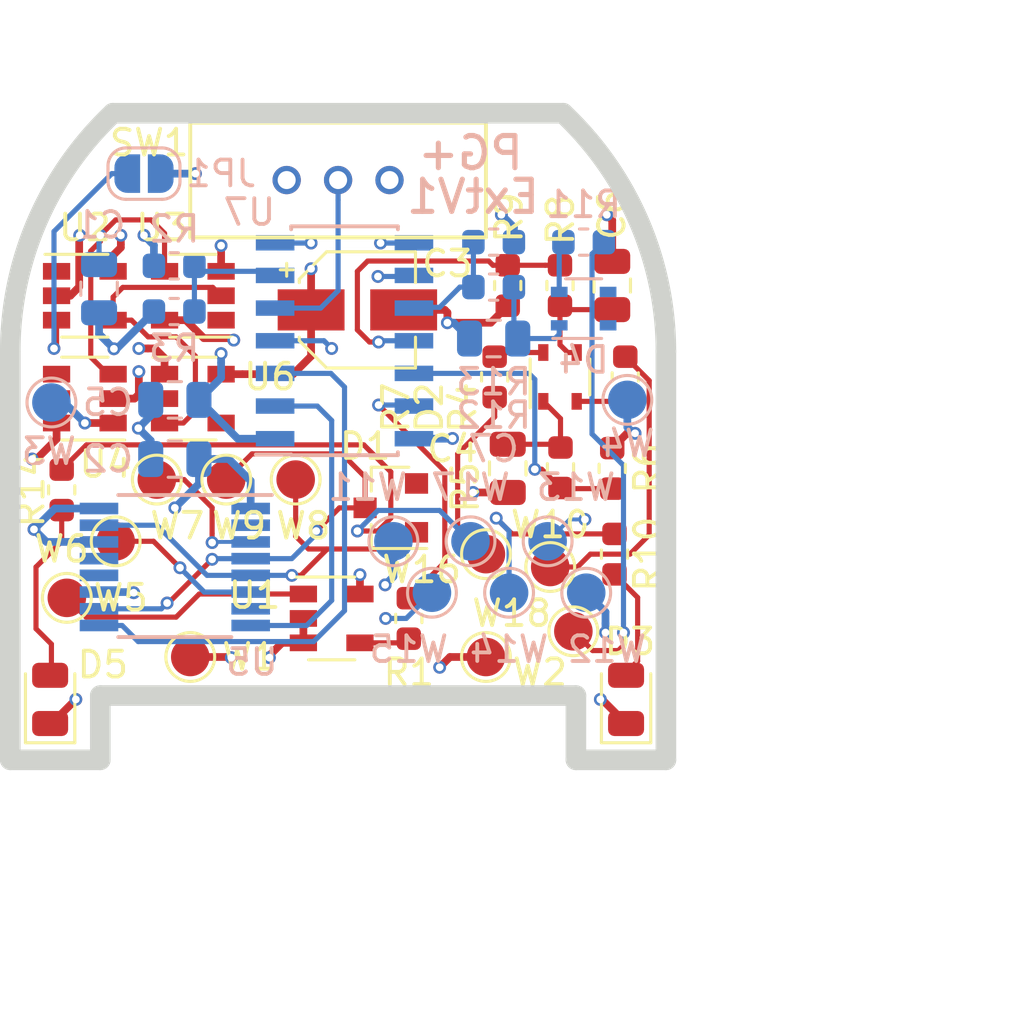
<source format=kicad_pcb>
(kicad_pcb (version 20171130) (host pcbnew "(5.0.0)")

  (general
    (thickness 1.6)
    (drawings 35)
    (tracks 391)
    (zones 0)
    (modules 53)
    (nets 37)
  )

  (page A4)
  (layers
    (0 F.Cu signal hide)
    (1 In1.Cu signal hide)
    (2 In2.Cu power hide)
    (31 B.Cu signal hide)
    (32 B.Adhes user hide)
    (33 F.Adhes user hide)
    (34 B.Paste user)
    (35 F.Paste user hide)
    (36 B.SilkS user)
    (37 F.SilkS user hide)
    (38 B.Mask user hide)
    (39 F.Mask user hide)
    (40 Dwgs.User user)
    (41 Cmts.User user hide)
    (42 Eco1.User user)
    (43 Eco2.User user)
    (44 Edge.Cuts user)
    (45 Margin user)
    (46 B.CrtYd user)
    (47 F.CrtYd user hide)
    (48 B.Fab user hide)
    (49 F.Fab user hide)
  )

  (setup
    (last_trace_width 0.2)
    (trace_clearance 0.15)
    (zone_clearance 0.25)
    (zone_45_only no)
    (trace_min 0.15)
    (segment_width 0.2)
    (edge_width 0.8)
    (via_size 0.5)
    (via_drill 0.3)
    (via_min_size 0.3)
    (via_min_drill 0.3)
    (uvia_size 0.25)
    (uvia_drill 0.1)
    (uvias_allowed no)
    (uvia_min_size 0.2)
    (uvia_min_drill 0.1)
    (pcb_text_width 0.3)
    (pcb_text_size 1.5 1.5)
    (mod_edge_width 0.15)
    (mod_text_size 0.85 0.85)
    (mod_text_width 0.15)
    (pad_size 1.524 1.524)
    (pad_drill 0.762)
    (pad_to_mask_clearance 0.05)
    (aux_axis_origin 0 0)
    (grid_origin 105 49.3)
    (visible_elements 7FFFFFFF)
    (pcbplotparams
      (layerselection 0x313f0_ffffffff)
      (usegerberextensions false)
      (usegerberattributes false)
      (usegerberadvancedattributes false)
      (creategerberjobfile false)
      (excludeedgelayer true)
      (linewidth 0.100000)
      (plotframeref true)
      (viasonmask false)
      (mode 1)
      (useauxorigin false)
      (hpglpennumber 1)
      (hpglpenspeed 20)
      (hpglpendiameter 15.000000)
      (psnegative false)
      (psa4output false)
      (plotreference true)
      (plotvalue true)
      (plotinvisibletext false)
      (padsonsilk false)
      (subtractmaskfromsilk false)
      (outputformat 4)
      (mirror false)
      (drillshape 0)
      (scaleselection 1)
      (outputdirectory "E:/Dokumente/PG+Ext/PCB_kicadV5/layout/"))
  )

  (net 0 "")
  (net 1 GND)
  (net 2 /mode_select)
  (net 3 "Net-(D1-Pad1)")
  (net 4 "Net-(D2-Pad2)")
  (net 5 /switch)
  (net 6 "Net-(D1-Pad2)")
  (net 7 "Net-(D4-Pad2)")
  (net 8 /PGPExt_Signal_Processing/LEDb)
  (net 9 /PGPExt_Signal_Processing/LEDg)
  (net 10 /PGPExt_Signal_Processing/LEDr)
  (net 11 VDD)
  (net 12 "Net-(C6-Pad1)")
  (net 13 VDDA)
  (net 14 "Net-(C1-Pad1)")
  (net 15 /PGPExt_Signal_Processing/LEDb_i)
  (net 16 /PGPExt_Signal_Processing/LEDg_i)
  (net 17 /PGPExt_Signal_Processing/LEDr_i)
  (net 18 +BATT)
  (net 19 "Net-(JP1-Pad1)")
  (net 20 /motor_auto)
  (net 21 /motor_manual)
  (net 22 "Net-(C4-Pad1)")
  (net 23 "Net-(C7-Pad1)")
  (net 24 "Net-(D2-Pad4)")
  (net 25 "Net-(D3-Pad2)")
  (net 26 "Net-(R1-Pad1)")
  (net 27 /PGPExt_Signal_Processing/battvolt)
  (net 28 "Net-(R10-Pad2)")
  (net 29 "Net-(U1-Pad1)")
  (net 30 "Net-(U2-Pad4)")
  (net 31 "Net-(U5-Pad3)")
  (net 32 "Net-(U5-Pad6)")
  (net 33 "Net-(U7-Pad4)")
  (net 34 "Net-(U7-Pad9)")
  (net 35 "Net-(D5-Pad2)")
  (net 36 "Net-(R14-Pad2)")

  (net_class Default "Dies ist die voreingestellte Netzklasse."
    (clearance 0.15)
    (trace_width 0.2)
    (via_dia 0.5)
    (via_drill 0.3)
    (uvia_dia 0.25)
    (uvia_drill 0.1)
    (add_net /PGPExt_Signal_Processing/LEDb)
    (add_net /PGPExt_Signal_Processing/LEDb_i)
    (add_net /PGPExt_Signal_Processing/LEDg)
    (add_net /PGPExt_Signal_Processing/LEDg_i)
    (add_net /PGPExt_Signal_Processing/LEDr)
    (add_net /PGPExt_Signal_Processing/LEDr_i)
    (add_net /PGPExt_Signal_Processing/battvolt)
    (add_net /mode_select)
    (add_net /motor_auto)
    (add_net /motor_manual)
    (add_net /switch)
    (add_net "Net-(C1-Pad1)")
    (add_net "Net-(C4-Pad1)")
    (add_net "Net-(C6-Pad1)")
    (add_net "Net-(C7-Pad1)")
    (add_net "Net-(D1-Pad1)")
    (add_net "Net-(D1-Pad2)")
    (add_net "Net-(D2-Pad2)")
    (add_net "Net-(D2-Pad4)")
    (add_net "Net-(D3-Pad2)")
    (add_net "Net-(D4-Pad2)")
    (add_net "Net-(D5-Pad2)")
    (add_net "Net-(JP1-Pad1)")
    (add_net "Net-(R1-Pad1)")
    (add_net "Net-(R10-Pad2)")
    (add_net "Net-(R14-Pad2)")
    (add_net "Net-(U1-Pad1)")
    (add_net "Net-(U2-Pad4)")
    (add_net "Net-(U5-Pad3)")
    (add_net "Net-(U5-Pad6)")
    (add_net "Net-(U7-Pad4)")
    (add_net "Net-(U7-Pad9)")
  )

  (net_class power ""
    (clearance 0.2)
    (trace_width 0.3)
    (via_dia 0.5)
    (via_drill 0.3)
    (uvia_dia 0.25)
    (uvia_drill 0.1)
    (add_net +BATT)
    (add_net GND)
    (add_net VDD)
    (add_net VDDA)
  )

  (module additional_parts:SW_SSSS912500_ALPS (layer F.Cu) (tedit 5BD9BEFA) (tstamp 5BB57C2B)
    (at 112.75 41.85)
    (path /5B2B1500)
    (fp_text reference SW1 (at -7.35 -1.45) (layer F.SilkS)
      (effects (font (size 1 1) (thickness 0.15)))
    )
    (fp_text value SW_SPDT (at 1 4) (layer F.Fab)
      (effects (font (size 1 1) (thickness 0.15)))
    )
    (fp_line (start -5.75 -2.23) (end -5.75 2.23) (layer F.SilkS) (width 0.15))
    (fp_line (start -5.75 2.23) (end 5.75 2.23) (layer F.SilkS) (width 0.15))
    (fp_line (start 5.75 2.23) (end 5.75 -2.23) (layer F.SilkS) (width 0.15))
    (fp_line (start 5.75 -2.23) (end -5.75 -2.23) (layer F.SilkS) (width 0.15))
    (fp_line (start -5.8 -2.3) (end 5.8 -2.3) (layer F.CrtYd) (width 0.05))
    (fp_line (start 5.8 -2.3) (end 5.8 2.3) (layer F.CrtYd) (width 0.05))
    (fp_line (start 5.8 2.3) (end -5.8 2.3) (layer F.CrtYd) (width 0.05))
    (fp_line (start -5.8 2.3) (end -5.8 -2.3) (layer F.CrtYd) (width 0.05))
    (pad 3 thru_hole circle (at 2 0) (size 1.1 1.1) (drill 0.7) (layers *.Cu *.Mask)
      (net 1 GND))
    (pad 2 thru_hole circle (at 0 0) (size 1.1 1.1) (drill 0.7) (layers *.Cu *.Mask)
      (net 2 /mode_select))
    (pad 1 thru_hole circle (at -2 0) (size 1.1 1.1) (drill 0.7) (layers *.Cu *.Mask))
    (model ${KISYS3DMOD}/switch.3dshapes/switch.wrl
      (at (xyz 0 0 0))
      (scale (xyz 1 1 1))
      (rotate (xyz 0 0 0))
    )
  )

  (module Capacitor_SMD:C_0805_2012Metric (layer B.Cu) (tedit 5B36C52B) (tstamp 5BB57AB6)
    (at 106.4 50.4 180)
    (descr "Capacitor SMD 0805 (2012 Metric), square (rectangular) end terminal, IPC_7351 nominal, (Body size source: https://docs.google.com/spreadsheets/d/1BsfQQcO9C6DZCsRaXUlFlo91Tg2WpOkGARC1WS5S8t0/edit?usp=sharing), generated with kicad-footprint-generator")
    (tags capacitor)
    (path /5B501B74/5B4F597E)
    (attr smd)
    (fp_text reference C5 (at 2.6 -0.1 180) (layer B.SilkS)
      (effects (font (size 1 1) (thickness 0.15)) (justify mirror))
    )
    (fp_text value 100n (at 0 -1.65 180) (layer B.Fab)
      (effects (font (size 1 1) (thickness 0.15)) (justify mirror))
    )
    (fp_text user %R (at 0 0 180) (layer B.Fab)
      (effects (font (size 0.5 0.5) (thickness 0.08)) (justify mirror))
    )
    (fp_line (start 1.68 -0.95) (end -1.68 -0.95) (layer B.CrtYd) (width 0.05))
    (fp_line (start 1.68 0.95) (end 1.68 -0.95) (layer B.CrtYd) (width 0.05))
    (fp_line (start -1.68 0.95) (end 1.68 0.95) (layer B.CrtYd) (width 0.05))
    (fp_line (start -1.68 -0.95) (end -1.68 0.95) (layer B.CrtYd) (width 0.05))
    (fp_line (start -0.258578 -0.71) (end 0.258578 -0.71) (layer B.SilkS) (width 0.12))
    (fp_line (start -0.258578 0.71) (end 0.258578 0.71) (layer B.SilkS) (width 0.12))
    (fp_line (start 1 -0.6) (end -1 -0.6) (layer B.Fab) (width 0.1))
    (fp_line (start 1 0.6) (end 1 -0.6) (layer B.Fab) (width 0.1))
    (fp_line (start -1 0.6) (end 1 0.6) (layer B.Fab) (width 0.1))
    (fp_line (start -1 -0.6) (end -1 0.6) (layer B.Fab) (width 0.1))
    (pad 2 smd roundrect (at 0.9375 0 180) (size 0.975 1.4) (layers B.Cu B.Paste B.Mask) (roundrect_rratio 0.25)
      (net 1 GND))
    (pad 1 smd roundrect (at -0.9375 0 180) (size 0.975 1.4) (layers B.Cu B.Paste B.Mask) (roundrect_rratio 0.25)
      (net 11 VDD))
    (model ${KISYS3DMOD}/Capacitor_SMD.3dshapes/C_0805_2012Metric.wrl
      (at (xyz 0 0 0))
      (scale (xyz 1 1 1))
      (rotate (xyz 0 0 0))
    )
  )

  (module LED_SMD:LED_0805_2012Metric (layer F.Cu) (tedit 5B36C52C) (tstamp 5BB57B19)
    (at 123.95 62.05 90)
    (descr "LED SMD 0805 (2012 Metric), square (rectangular) end terminal, IPC_7351 nominal, (Body size source: https://docs.google.com/spreadsheets/d/1BsfQQcO9C6DZCsRaXUlFlo91Tg2WpOkGARC1WS5S8t0/edit?usp=sharing), generated with kicad-footprint-generator")
    (tags diode)
    (path /5B501B74/5B4F59A8)
    (attr smd)
    (fp_text reference D3 (at 2.25 0.15 180) (layer F.SilkS)
      (effects (font (size 1 1) (thickness 0.15)))
    )
    (fp_text value LED_red (at 0 1.65 90) (layer F.Fab)
      (effects (font (size 1 1) (thickness 0.15)))
    )
    (fp_line (start 1 -0.6) (end -0.7 -0.6) (layer F.Fab) (width 0.1))
    (fp_line (start -0.7 -0.6) (end -1 -0.3) (layer F.Fab) (width 0.1))
    (fp_line (start -1 -0.3) (end -1 0.6) (layer F.Fab) (width 0.1))
    (fp_line (start -1 0.6) (end 1 0.6) (layer F.Fab) (width 0.1))
    (fp_line (start 1 0.6) (end 1 -0.6) (layer F.Fab) (width 0.1))
    (fp_line (start 1 -0.96) (end -1.685 -0.96) (layer F.SilkS) (width 0.12))
    (fp_line (start -1.685 -0.96) (end -1.685 0.96) (layer F.SilkS) (width 0.12))
    (fp_line (start -1.685 0.96) (end 1 0.96) (layer F.SilkS) (width 0.12))
    (fp_line (start -1.68 0.95) (end -1.68 -0.95) (layer F.CrtYd) (width 0.05))
    (fp_line (start -1.68 -0.95) (end 1.68 -0.95) (layer F.CrtYd) (width 0.05))
    (fp_line (start 1.68 -0.95) (end 1.68 0.95) (layer F.CrtYd) (width 0.05))
    (fp_line (start 1.68 0.95) (end -1.68 0.95) (layer F.CrtYd) (width 0.05))
    (fp_text user %R (at 0 0 90) (layer F.Fab)
      (effects (font (size 0.5 0.5) (thickness 0.08)))
    )
    (pad 1 smd roundrect (at -0.9375 0 90) (size 0.975 1.4) (layers F.Cu F.Paste F.Mask) (roundrect_rratio 0.25)
      (net 1 GND))
    (pad 2 smd roundrect (at 0.9375 0 90) (size 0.975 1.4) (layers F.Cu F.Paste F.Mask) (roundrect_rratio 0.25)
      (net 25 "Net-(D3-Pad2)"))
    (model ${KISYS3DMOD}/LED_SMD.3dshapes/LED_0805_2012Metric.wrl
      (at (xyz 0 0 0))
      (scale (xyz 1 1 1))
      (rotate (xyz 0 0 0))
    )
  )

  (module Jumper:SolderJumper-2_P1.3mm_Open_RoundedPad1.0x1.5mm (layer B.Cu) (tedit 5B391E66) (tstamp 5BB57B3F)
    (at 105.2 41.6)
    (descr "SMD Solder Jumper, 1x1.5mm, rounded Pads, 0.3mm gap, open")
    (tags "solder jumper open")
    (path /5B668DBC)
    (attr virtual)
    (fp_text reference JP1 (at 3 0) (layer B.SilkS)
      (effects (font (size 1 1) (thickness 0.15)) (justify mirror))
    )
    (fp_text value Jumper_NO_Small (at 0 -1.9) (layer B.Fab)
      (effects (font (size 1 1) (thickness 0.15)) (justify mirror))
    )
    (fp_arc (start 0.7 0.3) (end 1.4 0.3) (angle 90) (layer B.SilkS) (width 0.12))
    (fp_arc (start 0.7 -0.3) (end 0.7 -1) (angle 90) (layer B.SilkS) (width 0.12))
    (fp_arc (start -0.7 -0.3) (end -1.4 -0.3) (angle 90) (layer B.SilkS) (width 0.12))
    (fp_arc (start -0.7 0.3) (end -0.7 1) (angle 90) (layer B.SilkS) (width 0.12))
    (fp_line (start -1.4 -0.3) (end -1.4 0.3) (layer B.SilkS) (width 0.12))
    (fp_line (start 0.7 -1) (end -0.7 -1) (layer B.SilkS) (width 0.12))
    (fp_line (start 1.4 0.3) (end 1.4 -0.3) (layer B.SilkS) (width 0.12))
    (fp_line (start -0.7 1) (end 0.7 1) (layer B.SilkS) (width 0.12))
    (fp_line (start -1.65 1.25) (end 1.65 1.25) (layer B.CrtYd) (width 0.05))
    (fp_line (start -1.65 1.25) (end -1.65 -1.25) (layer B.CrtYd) (width 0.05))
    (fp_line (start 1.65 -1.25) (end 1.65 1.25) (layer B.CrtYd) (width 0.05))
    (fp_line (start 1.65 -1.25) (end -1.65 -1.25) (layer B.CrtYd) (width 0.05))
    (pad 1 smd custom (at -0.65 0) (size 1 0.5) (layers B.Cu B.Mask)
      (net 19 "Net-(JP1-Pad1)") (zone_connect 0)
      (options (clearance outline) (anchor rect))
      (primitives
        (gr_circle (center 0 -0.25) (end 0.5 -0.25) (width 0))
        (gr_circle (center 0 0.25) (end 0.5 0.25) (width 0))
        (gr_poly (pts
           (xy 0 0.75) (xy 0.5 0.75) (xy 0.5 -0.75) (xy 0 -0.75)) (width 0))
      ))
    (pad 2 smd custom (at 0.65 0) (size 1 0.5) (layers B.Cu B.Mask)
      (net 1 GND) (zone_connect 0)
      (options (clearance outline) (anchor rect))
      (primitives
        (gr_circle (center 0 -0.25) (end 0.5 -0.25) (width 0))
        (gr_circle (center 0 0.25) (end 0.5 0.25) (width 0))
        (gr_poly (pts
           (xy 0 0.75) (xy -0.5 0.75) (xy -0.5 -0.75) (xy 0 -0.75)) (width 0))
      ))
  )

  (module Resistor_SMD:R_0603_1608Metric (layer F.Cu) (tedit 5B301BBD) (tstamp 5BB57BE9)
    (at 123.5 56.4 90)
    (descr "Resistor SMD 0603 (1608 Metric), square (rectangular) end terminal, IPC_7351 nominal, (Body size source: http://www.tortai-tech.com/upload/download/2011102023233369053.pdf), generated with kicad-footprint-generator")
    (tags resistor)
    (path /5B501B74/5B4F599A)
    (attr smd)
    (fp_text reference R10 (at 0 1.3 90) (layer F.SilkS)
      (effects (font (size 1 1) (thickness 0.15)))
    )
    (fp_text value 220 (at 0 1.43 90) (layer F.Fab)
      (effects (font (size 1 1) (thickness 0.15)))
    )
    (fp_text user %R (at 0 0 90) (layer F.Fab)
      (effects (font (size 0.4 0.4) (thickness 0.06)))
    )
    (fp_line (start 1.48 0.73) (end -1.48 0.73) (layer F.CrtYd) (width 0.05))
    (fp_line (start 1.48 -0.73) (end 1.48 0.73) (layer F.CrtYd) (width 0.05))
    (fp_line (start -1.48 -0.73) (end 1.48 -0.73) (layer F.CrtYd) (width 0.05))
    (fp_line (start -1.48 0.73) (end -1.48 -0.73) (layer F.CrtYd) (width 0.05))
    (fp_line (start -0.162779 0.51) (end 0.162779 0.51) (layer F.SilkS) (width 0.12))
    (fp_line (start -0.162779 -0.51) (end 0.162779 -0.51) (layer F.SilkS) (width 0.12))
    (fp_line (start 0.8 0.4) (end -0.8 0.4) (layer F.Fab) (width 0.1))
    (fp_line (start 0.8 -0.4) (end 0.8 0.4) (layer F.Fab) (width 0.1))
    (fp_line (start -0.8 -0.4) (end 0.8 -0.4) (layer F.Fab) (width 0.1))
    (fp_line (start -0.8 0.4) (end -0.8 -0.4) (layer F.Fab) (width 0.1))
    (pad 2 smd roundrect (at 0.7875 0 90) (size 0.875 0.95) (layers F.Cu F.Paste F.Mask) (roundrect_rratio 0.25)
      (net 28 "Net-(R10-Pad2)"))
    (pad 1 smd roundrect (at -0.7875 0 90) (size 0.875 0.95) (layers F.Cu F.Paste F.Mask) (roundrect_rratio 0.25)
      (net 25 "Net-(D3-Pad2)"))
    (model ${KISYS3DMOD}/Resistor_SMD.3dshapes/R_0603_1608Metric.wrl
      (at (xyz 0 0 0))
      (scale (xyz 1 1 1))
      (rotate (xyz 0 0 0))
    )
  )

  (module TestPoint:TestPoint_Pad_D1.5mm (layer F.Cu) (tedit 5A0F774F) (tstamp 5BB57CE0)
    (at 107 60.4)
    (descr "SMD pad as test Point, diameter 1.5mm")
    (tags "test point SMD pad")
    (path /5A5B11EB)
    (attr virtual)
    (fp_text reference W1 (at 2.3 0) (layer F.SilkS)
      (effects (font (size 1 1) (thickness 0.15)))
    )
    (fp_text value GoPlusPower+ (at 0 1.75) (layer F.Fab)
      (effects (font (size 1 1) (thickness 0.15)))
    )
    (fp_circle (center 0 0) (end 0 0.95) (layer F.SilkS) (width 0.12))
    (fp_circle (center 0 0) (end 1.25 0) (layer F.CrtYd) (width 0.05))
    (fp_text user %R (at 0 -1.65) (layer F.Fab)
      (effects (font (size 1 1) (thickness 0.15)))
    )
    (pad 1 smd circle (at 0 0) (size 1.5 1.5) (layers F.Cu F.Mask)
      (net 11 VDD))
  )

  (module TestPoint:TestPoint_Pad_D1.5mm (layer F.Cu) (tedit 5A0F774F) (tstamp 5BB57CE8)
    (at 118.5 60.4)
    (descr "SMD pad as test Point, diameter 1.5mm")
    (tags "test point SMD pad")
    (path /5A5B129F)
    (attr virtual)
    (fp_text reference W2 (at 2.1 0.6 180) (layer F.SilkS)
      (effects (font (size 1 1) (thickness 0.15)))
    )
    (fp_text value GoPlusPower- (at 0 1.75) (layer F.Fab)
      (effects (font (size 1 1) (thickness 0.15)))
    )
    (fp_text user %R (at 0 -1.65) (layer F.Fab)
      (effects (font (size 1 1) (thickness 0.15)))
    )
    (fp_circle (center 0 0) (end 1.25 0) (layer F.CrtYd) (width 0.05))
    (fp_circle (center 0 0) (end 0 0.95) (layer F.SilkS) (width 0.12))
    (pad 1 smd circle (at 0 0) (size 1.5 1.5) (layers F.Cu F.Mask)
      (net 1 GND))
  )

  (module TestPoint:TestPoint_Pad_D1.5mm (layer B.Cu) (tedit 5A0F774F) (tstamp 5BB57CF0)
    (at 101.6 50.5)
    (descr "SMD pad as test Point, diameter 1.5mm")
    (tags "test point SMD pad")
    (path /5B79D5D6)
    (attr virtual)
    (fp_text reference W3 (at -0.1 1.9) (layer B.SilkS)
      (effects (font (size 1 1) (thickness 0.15)) (justify mirror))
    )
    (fp_text value BatteryPower+ (at 0 -1.75) (layer B.Fab)
      (effects (font (size 1 1) (thickness 0.15)) (justify mirror))
    )
    (fp_circle (center 0 0) (end 0 -0.95) (layer B.SilkS) (width 0.12))
    (fp_circle (center 0 0) (end 1.25 0) (layer B.CrtYd) (width 0.05))
    (fp_text user %R (at 0 1.65) (layer B.Fab)
      (effects (font (size 1 1) (thickness 0.15)) (justify mirror))
    )
    (pad 1 smd circle (at 0 0) (size 1.5 1.5) (layers B.Cu B.Mask)
      (net 18 +BATT))
  )

  (module TestPoint:TestPoint_Pad_D1.5mm (layer B.Cu) (tedit 5A0F774F) (tstamp 5BB57CF8)
    (at 124 50.4)
    (descr "SMD pad as test Point, diameter 1.5mm")
    (tags "test point SMD pad")
    (path /5B79D5DC)
    (attr virtual)
    (fp_text reference W4 (at 0 1.7) (layer B.SilkS)
      (effects (font (size 1 1) (thickness 0.15)) (justify mirror))
    )
    (fp_text value BatteryPower- (at 0 -1.75) (layer B.Fab)
      (effects (font (size 1 1) (thickness 0.15)) (justify mirror))
    )
    (fp_text user %R (at 0 1.65) (layer B.Fab)
      (effects (font (size 1 1) (thickness 0.15)) (justify mirror))
    )
    (fp_circle (center 0 0) (end 1.25 0) (layer B.CrtYd) (width 0.05))
    (fp_circle (center 0 0) (end 0 -0.95) (layer B.SilkS) (width 0.12))
    (pad 1 smd circle (at 0 0) (size 1.5 1.5) (layers B.Cu B.Mask)
      (net 1 GND))
  )

  (module TestPoint:TestPoint_Pad_D1.5mm (layer F.Cu) (tedit 5A0F774F) (tstamp 5BB57D00)
    (at 102.2 58.1)
    (descr "SMD pad as test Point, diameter 1.5mm")
    (tags "test point SMD pad")
    (path /580E82CA)
    (attr virtual)
    (fp_text reference W5 (at 2.1 0) (layer F.SilkS)
      (effects (font (size 1 1) (thickness 0.15)))
    )
    (fp_text value switch (at 0 1.75) (layer F.Fab)
      (effects (font (size 1 1) (thickness 0.15)))
    )
    (fp_text user %R (at 0 -1.65) (layer F.Fab)
      (effects (font (size 1 1) (thickness 0.15)))
    )
    (fp_circle (center 0 0) (end 1.25 0) (layer F.CrtYd) (width 0.05))
    (fp_circle (center 0 0) (end 0 0.95) (layer F.SilkS) (width 0.12))
    (pad 1 smd circle (at 0 0) (size 1.5 1.5) (layers F.Cu F.Mask)
      (net 29 "Net-(U1-Pad1)"))
  )

  (module TestPoint:TestPoint_Pad_D1.5mm (layer F.Cu) (tedit 5A0F774F) (tstamp 5BB57D08)
    (at 104.1 55.9)
    (descr "SMD pad as test Point, diameter 1.5mm")
    (tags "test point SMD pad")
    (path /5B74442B)
    (attr virtual)
    (fp_text reference W6 (at -2.1 0.3) (layer F.SilkS)
      (effects (font (size 1 1) (thickness 0.15)))
    )
    (fp_text value GoPlus- (at 0 1.75) (layer F.Fab)
      (effects (font (size 1 1) (thickness 0.15)))
    )
    (fp_text user %R (at 0 -1.65) (layer F.Fab)
      (effects (font (size 1 1) (thickness 0.15)))
    )
    (fp_circle (center 0 0) (end 1.25 0) (layer F.CrtYd) (width 0.05))
    (fp_circle (center 0 0) (end 0 0.95) (layer F.SilkS) (width 0.12))
    (pad 1 smd circle (at 0 0) (size 1.5 1.5) (layers F.Cu F.Mask)
      (net 32 "Net-(U5-Pad6)"))
  )

  (module TestPoint:TestPoint_Pad_D1.5mm (layer F.Cu) (tedit 5A0F774F) (tstamp 5BB57D10)
    (at 105.7 53.5)
    (descr "SMD pad as test Point, diameter 1.5mm")
    (tags "test point SMD pad")
    (path /5B7444A5)
    (attr virtual)
    (fp_text reference W7 (at 0.8 1.8) (layer F.SilkS)
      (effects (font (size 1 1) (thickness 0.15)))
    )
    (fp_text value GoPlus+ (at 0 1.75) (layer F.Fab)
      (effects (font (size 1 1) (thickness 0.15)))
    )
    (fp_circle (center 0 0) (end 0 0.95) (layer F.SilkS) (width 0.12))
    (fp_circle (center 0 0) (end 1.25 0) (layer F.CrtYd) (width 0.05))
    (fp_text user %R (at 0 -1.65) (layer F.Fab)
      (effects (font (size 1 1) (thickness 0.15)))
    )
    (pad 1 smd circle (at 0 0) (size 1.5 1.5) (layers F.Cu F.Mask)
      (net 31 "Net-(U5-Pad3)"))
  )

  (module TestPoint:TestPoint_Pad_D1.5mm (layer F.Cu) (tedit 5A0F774F) (tstamp 5BB57D18)
    (at 111.1 53.5)
    (descr "SMD pad as test Point, diameter 1.5mm")
    (tags "test point SMD pad")
    (path /58013F5A)
    (attr virtual)
    (fp_text reference W8 (at 0.3 1.8) (layer F.SilkS)
      (effects (font (size 1 1) (thickness 0.15)))
    )
    (fp_text value motor- (at 0 1.75) (layer F.Fab)
      (effects (font (size 1 1) (thickness 0.15)))
    )
    (fp_circle (center 0 0) (end 0 0.95) (layer F.SilkS) (width 0.12))
    (fp_circle (center 0 0) (end 1.25 0) (layer F.CrtYd) (width 0.05))
    (fp_text user %R (at 0 -1.65) (layer F.Fab)
      (effects (font (size 1 1) (thickness 0.15)))
    )
    (pad 1 smd circle (at 0 0) (size 1.5 1.5) (layers F.Cu F.Mask)
      (net 6 "Net-(D1-Pad2)"))
  )

  (module TestPoint:TestPoint_Pad_D1.5mm (layer F.Cu) (tedit 5A0F774F) (tstamp 5BDA787F)
    (at 108.4 53.5)
    (descr "SMD pad as test Point, diameter 1.5mm")
    (tags "test point SMD pad")
    (path /58013EC7)
    (attr virtual)
    (fp_text reference W9 (at 0.5 1.8) (layer F.SilkS)
      (effects (font (size 1 1) (thickness 0.15)))
    )
    (fp_text value motor+ (at 0 1.75) (layer F.Fab)
      (effects (font (size 1 1) (thickness 0.15)))
    )
    (fp_text user %R (at 0 -1.65) (layer F.Fab)
      (effects (font (size 1 1) (thickness 0.15)))
    )
    (fp_circle (center 0 0) (end 1.25 0) (layer F.CrtYd) (width 0.05))
    (fp_circle (center 0 0) (end 0 0.95) (layer F.SilkS) (width 0.12))
    (pad 1 smd circle (at 0 0) (size 1.5 1.5) (layers F.Cu F.Mask)
      (net 3 "Net-(D1-Pad1)"))
  )

  (module TestPoint:TestPoint_Pad_D1.5mm (layer F.Cu) (tedit 5A0F774F) (tstamp 5BB57D28)
    (at 121 56.9)
    (descr "SMD pad as test Point, diameter 1.5mm")
    (tags "test point SMD pad")
    (path /5B501B74/5B4DFD91)
    (attr virtual)
    (fp_text reference W10 (at 0 -1.648) (layer F.SilkS)
      (effects (font (size 1 1) (thickness 0.15)))
    )
    (fp_text value LEDb_i (at 0 1.75) (layer F.Fab)
      (effects (font (size 1 1) (thickness 0.15)))
    )
    (fp_circle (center 0 0) (end 0 0.95) (layer F.SilkS) (width 0.12))
    (fp_circle (center 0 0) (end 1.25 0) (layer F.CrtYd) (width 0.05))
    (fp_text user %R (at 0 -1.65) (layer F.Fab)
      (effects (font (size 1 1) (thickness 0.15)))
    )
    (pad 1 smd circle (at 0 0) (size 1.5 1.5) (layers F.Cu F.Mask)
      (net 15 /PGPExt_Signal_Processing/LEDb_i))
  )

  (module TestPoint:TestPoint_Pad_D1.5mm (layer B.Cu) (tedit 5A0F774F) (tstamp 5BB57D30)
    (at 114.9 55.9 270)
    (descr "SMD pad as test Point, diameter 1.5mm")
    (tags "test point SMD pad")
    (path /5B501B74/5B667CEE)
    (attr virtual)
    (fp_text reference W11 (at -2.1 1) (layer B.SilkS)
      (effects (font (size 1 1) (thickness 0.15)) (justify mirror))
    )
    (fp_text value program- (at 0 -1.75 270) (layer B.Fab)
      (effects (font (size 1 1) (thickness 0.15)) (justify mirror))
    )
    (fp_circle (center 0 0) (end 0 -0.95) (layer B.SilkS) (width 0.12))
    (fp_circle (center 0 0) (end 1.25 0) (layer B.CrtYd) (width 0.05))
    (fp_text user %R (at 0 1.65 270) (layer B.Fab)
      (effects (font (size 1 1) (thickness 0.15)) (justify mirror))
    )
    (pad 1 smd circle (at 0 0 270) (size 1.5 1.5) (layers B.Cu B.Mask)
      (net 1 GND))
  )

  (module TestPoint:TestPoint_Pad_D1.5mm (layer B.Cu) (tedit 5A0F774F) (tstamp 5BB57D38)
    (at 122.4 57.9 270)
    (descr "SMD pad as test Point, diameter 1.5mm")
    (tags "test point SMD pad")
    (path /5B501B74/5B667B5A)
    (attr virtual)
    (fp_text reference W12 (at 2.2 -0.8) (layer B.SilkS)
      (effects (font (size 1 1) (thickness 0.15)) (justify mirror))
    )
    (fp_text value program+ (at 0 -1.75 270) (layer B.Fab)
      (effects (font (size 1 1) (thickness 0.15)) (justify mirror))
    )
    (fp_text user %R (at 0 1.65 270) (layer B.Fab)
      (effects (font (size 1 1) (thickness 0.15)) (justify mirror))
    )
    (fp_circle (center 0 0) (end 1.25 0) (layer B.CrtYd) (width 0.05))
    (fp_circle (center 0 0) (end 0 -0.95) (layer B.SilkS) (width 0.12))
    (pad 1 smd circle (at 0 0 270) (size 1.5 1.5) (layers B.Cu B.Mask)
      (net 11 VDD))
  )

  (module TestPoint:TestPoint_Pad_D1.5mm (layer B.Cu) (tedit 5A0F774F) (tstamp 5BB57D40)
    (at 120.9 55.9 270)
    (descr "SMD pad as test Point, diameter 1.5mm")
    (tags "test point SMD pad")
    (path /5B501B74/5B6681AA)
    (attr virtual)
    (fp_text reference W13 (at -2.1 -1.1) (layer B.SilkS)
      (effects (font (size 1 1) (thickness 0.15)) (justify mirror))
    )
    (fp_text value TEST_1P (at 0 -1.75 270) (layer B.Fab)
      (effects (font (size 1 1) (thickness 0.15)) (justify mirror))
    )
    (fp_text user %R (at 0 1.65 270) (layer B.Fab)
      (effects (font (size 1 1) (thickness 0.15)) (justify mirror))
    )
    (fp_circle (center 0 0) (end 1.25 0) (layer B.CrtYd) (width 0.05))
    (fp_circle (center 0 0) (end 0 -0.95) (layer B.SilkS) (width 0.12))
    (pad 1 smd circle (at 0 0 270) (size 1.5 1.5) (layers B.Cu B.Mask)
      (net 34 "Net-(U7-Pad9)"))
  )

  (module TestPoint:TestPoint_Pad_D1.5mm (layer B.Cu) (tedit 5A0F774F) (tstamp 5BB57D48)
    (at 119.4 57.9 270)
    (descr "SMD pad as test Point, diameter 1.5mm")
    (tags "test point SMD pad")
    (path /5B501B74/5B668143)
    (attr virtual)
    (fp_text reference W14 (at 2.2 0) (layer B.SilkS)
      (effects (font (size 1 1) (thickness 0.15)) (justify mirror))
    )
    (fp_text value TEST_1P (at 0 -1.75 270) (layer B.Fab)
      (effects (font (size 1 1) (thickness 0.15)) (justify mirror))
    )
    (fp_circle (center 0 0) (end 0 -0.95) (layer B.SilkS) (width 0.12))
    (fp_circle (center 0 0) (end 1.25 0) (layer B.CrtYd) (width 0.05))
    (fp_text user %R (at 0 1.65 270) (layer B.Fab)
      (effects (font (size 1 1) (thickness 0.15)) (justify mirror))
    )
    (pad 1 smd circle (at 0 0 270) (size 1.5 1.5) (layers B.Cu B.Mask)
      (net 28 "Net-(R10-Pad2)"))
  )

  (module TestPoint:TestPoint_Pad_D1.5mm (layer B.Cu) (tedit 5A0F774F) (tstamp 5BB57D50)
    (at 116.4 57.9 270)
    (descr "SMD pad as test Point, diameter 1.5mm")
    (tags "test point SMD pad")
    (path /5B501B74/5B6680DB)
    (attr virtual)
    (fp_text reference W15 (at 2.2 0.9) (layer B.SilkS)
      (effects (font (size 1 1) (thickness 0.15)) (justify mirror))
    )
    (fp_text value TEST_1P (at 0 -1.75 270) (layer B.Fab)
      (effects (font (size 1 1) (thickness 0.15)) (justify mirror))
    )
    (fp_text user %R (at 0 1.65 270) (layer B.Fab)
      (effects (font (size 1 1) (thickness 0.15)) (justify mirror))
    )
    (fp_circle (center 0 0) (end 1.25 0) (layer B.CrtYd) (width 0.05))
    (fp_circle (center 0 0) (end 0 -0.95) (layer B.SilkS) (width 0.12))
    (pad 1 smd circle (at 0 0 270) (size 1.5 1.5) (layers B.Cu B.Mask)
      (net 33 "Net-(U7-Pad4)"))
  )

  (module TestPoint:TestPoint_Pad_D1.5mm (layer F.Cu) (tedit 5A0F774F) (tstamp 5BB57D58)
    (at 118.5 56.4)
    (descr "SMD pad as test Point, diameter 1.5mm")
    (tags "test point SMD pad")
    (path /5B501B74/5B542FFC)
    (attr virtual)
    (fp_text reference W16 (at -2.5 0.6) (layer F.SilkS)
      (effects (font (size 1 1) (thickness 0.15)))
    )
    (fp_text value LEDg_i (at 0 1.75) (layer F.Fab)
      (effects (font (size 1 1) (thickness 0.15)))
    )
    (fp_circle (center 0 0) (end 0 0.95) (layer F.SilkS) (width 0.12))
    (fp_circle (center 0 0) (end 1.25 0) (layer F.CrtYd) (width 0.05))
    (fp_text user %R (at 0 -1.65) (layer F.Fab)
      (effects (font (size 1 1) (thickness 0.15)))
    )
    (pad 1 smd circle (at 0 0) (size 1.5 1.5) (layers F.Cu F.Mask)
      (net 16 /PGPExt_Signal_Processing/LEDg_i))
  )

  (module TestPoint:TestPoint_Pad_D1.5mm (layer B.Cu) (tedit 5A0F774F) (tstamp 5BB57D60)
    (at 117.9 55.9 270)
    (descr "SMD pad as test Point, diameter 1.5mm")
    (tags "test point SMD pad")
    (path /5B501B74/5B66807A)
    (attr virtual)
    (fp_text reference W17 (at -2.1 0) (layer B.SilkS)
      (effects (font (size 1 1) (thickness 0.15)) (justify mirror))
    )
    (fp_text value TEST_1P (at 0 -1.75 270) (layer B.Fab)
      (effects (font (size 1 1) (thickness 0.15)) (justify mirror))
    )
    (fp_circle (center 0 0) (end 0 -0.95) (layer B.SilkS) (width 0.12))
    (fp_circle (center 0 0) (end 1.25 0) (layer B.CrtYd) (width 0.05))
    (fp_text user %R (at 0 1.65 270) (layer B.Fab)
      (effects (font (size 1 1) (thickness 0.15)) (justify mirror))
    )
    (pad 1 smd circle (at 0 0 270) (size 1.5 1.5) (layers B.Cu B.Mask)
      (net 36 "Net-(R14-Pad2)"))
  )

  (module TestPoint:TestPoint_Pad_D1.5mm (layer F.Cu) (tedit 5A0F774F) (tstamp 5BB57D68)
    (at 121.9 59.4)
    (descr "SMD pad as test Point, diameter 1.5mm")
    (tags "test point SMD pad")
    (path /5B501B74/5B54338B)
    (attr virtual)
    (fp_text reference W18 (at -2.4 -0.7) (layer F.SilkS)
      (effects (font (size 1 1) (thickness 0.15)))
    )
    (fp_text value LEDr_i (at 0 1.75) (layer F.Fab)
      (effects (font (size 1 1) (thickness 0.15)))
    )
    (fp_text user %R (at 0 -1.65) (layer F.Fab)
      (effects (font (size 1 1) (thickness 0.15)))
    )
    (fp_circle (center 0 0) (end 1.25 0) (layer F.CrtYd) (width 0.05))
    (fp_circle (center 0 0) (end 0 0.95) (layer F.SilkS) (width 0.12))
    (pad 1 smd circle (at 0 0) (size 1.5 1.5) (layers F.Cu F.Mask)
      (net 17 /PGPExt_Signal_Processing/LEDr_i))
  )

  (module LED_SMD:LED_0805_2012Metric (layer F.Cu) (tedit 5B36C52C) (tstamp 5BBFA71A)
    (at 101.55 62.05 90)
    (descr "LED SMD 0805 (2012 Metric), square (rectangular) end terminal, IPC_7351 nominal, (Body size source: https://docs.google.com/spreadsheets/d/1BsfQQcO9C6DZCsRaXUlFlo91Tg2WpOkGARC1WS5S8t0/edit?usp=sharing), generated with kicad-footprint-generator")
    (tags diode)
    (path /5B501B74/5BC066AE)
    (attr smd)
    (fp_text reference D5 (at 1.35 2.05 180) (layer F.SilkS)
      (effects (font (size 1 1) (thickness 0.15)))
    )
    (fp_text value LED_ora (at 0 1.65 90) (layer F.Fab)
      (effects (font (size 1 1) (thickness 0.15)))
    )
    (fp_line (start 1 -0.6) (end -0.7 -0.6) (layer F.Fab) (width 0.1))
    (fp_line (start -0.7 -0.6) (end -1 -0.3) (layer F.Fab) (width 0.1))
    (fp_line (start -1 -0.3) (end -1 0.6) (layer F.Fab) (width 0.1))
    (fp_line (start -1 0.6) (end 1 0.6) (layer F.Fab) (width 0.1))
    (fp_line (start 1 0.6) (end 1 -0.6) (layer F.Fab) (width 0.1))
    (fp_line (start 1 -0.96) (end -1.685 -0.96) (layer F.SilkS) (width 0.12))
    (fp_line (start -1.685 -0.96) (end -1.685 0.96) (layer F.SilkS) (width 0.12))
    (fp_line (start -1.685 0.96) (end 1 0.96) (layer F.SilkS) (width 0.12))
    (fp_line (start -1.68 0.95) (end -1.68 -0.95) (layer F.CrtYd) (width 0.05))
    (fp_line (start -1.68 -0.95) (end 1.68 -0.95) (layer F.CrtYd) (width 0.05))
    (fp_line (start 1.68 -0.95) (end 1.68 0.95) (layer F.CrtYd) (width 0.05))
    (fp_line (start 1.68 0.95) (end -1.68 0.95) (layer F.CrtYd) (width 0.05))
    (fp_text user %R (at 0 0 90) (layer F.Fab)
      (effects (font (size 0.5 0.5) (thickness 0.08)))
    )
    (pad 1 smd roundrect (at -0.9375 0 90) (size 0.975 1.4) (layers F.Cu F.Paste F.Mask) (roundrect_rratio 0.25)
      (net 1 GND))
    (pad 2 smd roundrect (at 0.9375 0 90) (size 0.975 1.4) (layers F.Cu F.Paste F.Mask) (roundrect_rratio 0.25)
      (net 35 "Net-(D5-Pad2)"))
    (model ${KISYS3DMOD}/LED_SMD.3dshapes/LED_0805_2012Metric.wrl
      (at (xyz 0 0 0))
      (scale (xyz 1 1 1))
      (rotate (xyz 0 0 0))
    )
  )

  (module Resistor_SMD:R_0603_1608Metric (layer F.Cu) (tedit 5B301BBD) (tstamp 5BCA111C)
    (at 102 53.9 90)
    (descr "Resistor SMD 0603 (1608 Metric), square (rectangular) end terminal, IPC_7351 nominal, (Body size source: http://www.tortai-tech.com/upload/download/2011102023233369053.pdf), generated with kicad-footprint-generator")
    (tags resistor)
    (path /5B501B74/5BC066A8)
    (attr smd)
    (fp_text reference R14 (at 0 -1.2 90) (layer F.SilkS)
      (effects (font (size 1 1) (thickness 0.15)))
    )
    (fp_text value 220 (at 0 1.43 90) (layer F.Fab)
      (effects (font (size 1 1) (thickness 0.15)))
    )
    (fp_line (start -0.8 0.400001) (end -0.8 -0.4) (layer F.Fab) (width 0.1))
    (fp_line (start -0.8 -0.4) (end 0.8 -0.400001) (layer F.Fab) (width 0.1))
    (fp_line (start 0.8 -0.400001) (end 0.8 0.4) (layer F.Fab) (width 0.1))
    (fp_line (start 0.8 0.4) (end -0.8 0.400001) (layer F.Fab) (width 0.1))
    (fp_line (start -0.162779 -0.51) (end 0.162778 -0.51) (layer F.SilkS) (width 0.12))
    (fp_line (start -0.162778 0.51) (end 0.162779 0.51) (layer F.SilkS) (width 0.12))
    (fp_line (start -1.48 0.73) (end -1.48 -0.73) (layer F.CrtYd) (width 0.05))
    (fp_line (start -1.48 -0.73) (end 1.48 -0.73) (layer F.CrtYd) (width 0.05))
    (fp_line (start 1.48 -0.73) (end 1.48 0.73) (layer F.CrtYd) (width 0.05))
    (fp_line (start 1.48 0.73) (end -1.48 0.73) (layer F.CrtYd) (width 0.05))
    (fp_text user %R (at 0 0 90) (layer F.Fab)
      (effects (font (size 0.4 0.4) (thickness 0.06)))
    )
    (pad 1 smd roundrect (at -0.7875 0 90) (size 0.875 0.95) (layers F.Cu F.Paste F.Mask) (roundrect_rratio 0.25)
      (net 35 "Net-(D5-Pad2)"))
    (pad 2 smd roundrect (at 0.7875 0 90) (size 0.875 0.95) (layers F.Cu F.Paste F.Mask) (roundrect_rratio 0.25)
      (net 36 "Net-(R14-Pad2)"))
    (model ${KISYS3DMOD}/Resistor_SMD.3dshapes/R_0603_1608Metric.wrl
      (at (xyz 0 0 0))
      (scale (xyz 1 1 1))
      (rotate (xyz 0 0 0))
    )
  )

  (module Capacitor_SMD:C_0805_2012Metric (layer B.Cu) (tedit 5B36C52B) (tstamp 5BC62634)
    (at 103.453 46.075 270)
    (descr "Capacitor SMD 0805 (2012 Metric), square (rectangular) end terminal, IPC_7351 nominal, (Body size source: https://docs.google.com/spreadsheets/d/1BsfQQcO9C6DZCsRaXUlFlo91Tg2WpOkGARC1WS5S8t0/edit?usp=sharing), generated with kicad-footprint-generator")
    (tags capacitor)
    (path /5B6615E2)
    (attr smd)
    (fp_text reference C1 (at -2.475 -0.047) (layer B.SilkS)
      (effects (font (size 1 1) (thickness 0.15)) (justify mirror))
    )
    (fp_text value 22n (at 0 -1.65 270) (layer B.Fab)
      (effects (font (size 1 1) (thickness 0.15)) (justify mirror))
    )
    (fp_line (start -1 -0.6) (end -1 0.6) (layer B.Fab) (width 0.1))
    (fp_line (start -1 0.6) (end 1 0.6) (layer B.Fab) (width 0.1))
    (fp_line (start 1 0.6) (end 1 -0.6) (layer B.Fab) (width 0.1))
    (fp_line (start 1 -0.6) (end -1 -0.6) (layer B.Fab) (width 0.1))
    (fp_line (start -0.258578 0.71) (end 0.258578 0.71) (layer B.SilkS) (width 0.12))
    (fp_line (start -0.258578 -0.71) (end 0.258578 -0.71) (layer B.SilkS) (width 0.12))
    (fp_line (start -1.68 -0.95) (end -1.68 0.95) (layer B.CrtYd) (width 0.05))
    (fp_line (start -1.68 0.95) (end 1.68 0.95) (layer B.CrtYd) (width 0.05))
    (fp_line (start 1.68 0.95) (end 1.68 -0.95) (layer B.CrtYd) (width 0.05))
    (fp_line (start 1.68 -0.95) (end -1.68 -0.95) (layer B.CrtYd) (width 0.05))
    (fp_text user %R (at 0 0 270) (layer B.Fab)
      (effects (font (size 0.5 0.5) (thickness 0.08)) (justify mirror))
    )
    (pad 1 smd roundrect (at -0.9375 0 270) (size 0.975 1.4) (layers B.Cu B.Paste B.Mask) (roundrect_rratio 0.25)
      (net 14 "Net-(C1-Pad1)"))
    (pad 2 smd roundrect (at 0.9375 0 270) (size 0.975 1.4) (layers B.Cu B.Paste B.Mask) (roundrect_rratio 0.25)
      (net 1 GND))
    (model ${KISYS3DMOD}/Capacitor_SMD.3dshapes/C_0805_2012Metric.wrl
      (at (xyz 0 0 0))
      (scale (xyz 1 1 1))
      (rotate (xyz 0 0 0))
    )
  )

  (module Capacitor_SMD:C_0805_2012Metric (layer B.Cu) (tedit 5B36C52B) (tstamp 5BD9B1ED)
    (at 106.4 52.7 180)
    (descr "Capacitor SMD 0805 (2012 Metric), square (rectangular) end terminal, IPC_7351 nominal, (Body size source: https://docs.google.com/spreadsheets/d/1BsfQQcO9C6DZCsRaXUlFlo91Tg2WpOkGARC1WS5S8t0/edit?usp=sharing), generated with kicad-footprint-generator")
    (tags capacitor)
    (path /5B6F58F6)
    (attr smd)
    (fp_text reference C2 (at 2.6 0 180) (layer B.SilkS)
      (effects (font (size 1 1) (thickness 0.15)) (justify mirror))
    )
    (fp_text value 100n (at 0 -1.65 180) (layer B.Fab)
      (effects (font (size 1 1) (thickness 0.15)) (justify mirror))
    )
    (fp_text user %R (at 0 0 180) (layer B.Fab)
      (effects (font (size 0.5 0.5) (thickness 0.08)) (justify mirror))
    )
    (fp_line (start 1.68 -0.95) (end -1.68 -0.95) (layer B.CrtYd) (width 0.05))
    (fp_line (start 1.68 0.95) (end 1.68 -0.95) (layer B.CrtYd) (width 0.05))
    (fp_line (start -1.68 0.95) (end 1.68 0.95) (layer B.CrtYd) (width 0.05))
    (fp_line (start -1.68 -0.95) (end -1.68 0.95) (layer B.CrtYd) (width 0.05))
    (fp_line (start -0.258578 -0.71) (end 0.258578 -0.71) (layer B.SilkS) (width 0.12))
    (fp_line (start -0.258578 0.71) (end 0.258578 0.71) (layer B.SilkS) (width 0.12))
    (fp_line (start 1 -0.6) (end -1 -0.6) (layer B.Fab) (width 0.1))
    (fp_line (start 1 0.6) (end 1 -0.6) (layer B.Fab) (width 0.1))
    (fp_line (start -1 0.6) (end 1 0.6) (layer B.Fab) (width 0.1))
    (fp_line (start -1 -0.6) (end -1 0.6) (layer B.Fab) (width 0.1))
    (pad 2 smd roundrect (at 0.9375 0 180) (size 0.975 1.4) (layers B.Cu B.Paste B.Mask) (roundrect_rratio 0.25)
      (net 1 GND))
    (pad 1 smd roundrect (at -0.9375 0 180) (size 0.975 1.4) (layers B.Cu B.Paste B.Mask) (roundrect_rratio 0.25)
      (net 11 VDD))
    (model ${KISYS3DMOD}/Capacitor_SMD.3dshapes/C_0805_2012Metric.wrl
      (at (xyz 0 0 0))
      (scale (xyz 1 1 1))
      (rotate (xyz 0 0 0))
    )
  )

  (module Capacitor_SMD:CP_Elec_4x5.3 (layer F.Cu) (tedit 5B3026A2) (tstamp 5BC628FA)
    (at 113.5 46.9)
    (descr "SMT capacitor, aluminium electrolytic, 4x5.3, Vishay ")
    (tags "Capacitor Electrolytic")
    (path /5B2E43AD)
    (attr smd)
    (fp_text reference C3 (at 3.5 -1.8) (layer F.SilkS)
      (effects (font (size 1 1) (thickness 0.15)))
    )
    (fp_text value 4.7u (at 0 3.2) (layer F.Fab)
      (effects (font (size 1 1) (thickness 0.15)))
    )
    (fp_circle (center 0 0) (end 2 0) (layer F.Fab) (width 0.1))
    (fp_line (start 2.15 -2.15) (end 2.15 2.15) (layer F.Fab) (width 0.1))
    (fp_line (start -1.15 -2.15) (end 2.15 -2.15) (layer F.Fab) (width 0.1))
    (fp_line (start -1.15 2.15) (end 2.15 2.15) (layer F.Fab) (width 0.1))
    (fp_line (start -2.15 -1.15) (end -2.15 1.15) (layer F.Fab) (width 0.1))
    (fp_line (start -2.15 -1.15) (end -1.15 -2.15) (layer F.Fab) (width 0.1))
    (fp_line (start -2.15 1.15) (end -1.15 2.15) (layer F.Fab) (width 0.1))
    (fp_line (start -1.574773 -1) (end -1.174773 -1) (layer F.Fab) (width 0.1))
    (fp_line (start -1.374773 -1.2) (end -1.374773 -0.8) (layer F.Fab) (width 0.1))
    (fp_line (start 2.26 2.26) (end 2.26 1.06) (layer F.SilkS) (width 0.12))
    (fp_line (start 2.26 -2.26) (end 2.26 -1.06) (layer F.SilkS) (width 0.12))
    (fp_line (start -1.195563 -2.26) (end 2.26 -2.26) (layer F.SilkS) (width 0.12))
    (fp_line (start -1.195563 2.26) (end 2.26 2.26) (layer F.SilkS) (width 0.12))
    (fp_line (start -2.26 1.195563) (end -2.26 1.06) (layer F.SilkS) (width 0.12))
    (fp_line (start -2.26 -1.195563) (end -2.26 -1.06) (layer F.SilkS) (width 0.12))
    (fp_line (start -2.26 -1.195563) (end -1.195563 -2.26) (layer F.SilkS) (width 0.12))
    (fp_line (start -2.26 1.195563) (end -1.195563 2.26) (layer F.SilkS) (width 0.12))
    (fp_line (start -3 -1.56) (end -2.5 -1.56) (layer F.SilkS) (width 0.12))
    (fp_line (start -2.75 -1.81) (end -2.75 -1.31) (layer F.SilkS) (width 0.12))
    (fp_line (start 2.4 -2.4) (end 2.4 -1.05) (layer F.CrtYd) (width 0.05))
    (fp_line (start 2.4 -1.05) (end 3.35 -1.05) (layer F.CrtYd) (width 0.05))
    (fp_line (start 3.35 -1.05) (end 3.35 1.05) (layer F.CrtYd) (width 0.05))
    (fp_line (start 3.35 1.05) (end 2.4 1.05) (layer F.CrtYd) (width 0.05))
    (fp_line (start 2.4 1.05) (end 2.4 2.4) (layer F.CrtYd) (width 0.05))
    (fp_line (start -1.25 2.4) (end 2.4 2.4) (layer F.CrtYd) (width 0.05))
    (fp_line (start -1.25 -2.4) (end 2.4 -2.4) (layer F.CrtYd) (width 0.05))
    (fp_line (start -2.4 1.25) (end -1.25 2.4) (layer F.CrtYd) (width 0.05))
    (fp_line (start -2.4 -1.25) (end -1.25 -2.4) (layer F.CrtYd) (width 0.05))
    (fp_line (start -2.4 -1.25) (end -2.4 -1.05) (layer F.CrtYd) (width 0.05))
    (fp_line (start -2.4 1.05) (end -2.4 1.25) (layer F.CrtYd) (width 0.05))
    (fp_line (start -2.4 -1.05) (end -3.35 -1.05) (layer F.CrtYd) (width 0.05))
    (fp_line (start -3.35 -1.05) (end -3.35 1.05) (layer F.CrtYd) (width 0.05))
    (fp_line (start -3.35 1.05) (end -2.4 1.05) (layer F.CrtYd) (width 0.05))
    (fp_text user %R (at 0 0) (layer F.Fab)
      (effects (font (size 0.8 0.8) (thickness 0.12)))
    )
    (pad 1 smd rect (at -1.8 0) (size 2.6 1.6) (layers F.Cu F.Paste F.Mask)
      (net 11 VDD))
    (pad 2 smd rect (at 1.8 0) (size 2.6 1.6) (layers F.Cu F.Paste F.Mask)
      (net 1 GND))
    (model ${KISYS3DMOD}/Capacitor_SMD.3dshapes/CP_Elec_4x5.3.wrl
      (at (xyz 0 0 0))
      (scale (xyz 1 1 1))
      (rotate (xyz 0 0 0))
    )
  )

  (module Capacitor_SMD:C_0805_2012Metric (layer F.Cu) (tedit 5B36C52B) (tstamp 5BC2297F)
    (at 119.348 53.063827 270)
    (descr "Capacitor SMD 0805 (2012 Metric), square (rectangular) end terminal, IPC_7351 nominal, (Body size source: https://docs.google.com/spreadsheets/d/1BsfQQcO9C6DZCsRaXUlFlo91Tg2WpOkGARC1WS5S8t0/edit?usp=sharing), generated with kicad-footprint-generator")
    (tags capacitor)
    (path /5B501B74/5B539851)
    (attr smd)
    (fp_text reference C4 (at -0.763827 2.148) (layer F.SilkS)
      (effects (font (size 1 1) (thickness 0.15)))
    )
    (fp_text value 47n (at 0 1.65 270) (layer F.Fab)
      (effects (font (size 1 1) (thickness 0.15)))
    )
    (fp_line (start -1 0.6) (end -1 -0.6) (layer F.Fab) (width 0.1))
    (fp_line (start -1 -0.6) (end 1 -0.6) (layer F.Fab) (width 0.1))
    (fp_line (start 1 -0.6) (end 1 0.6) (layer F.Fab) (width 0.1))
    (fp_line (start 1 0.6) (end -1 0.6) (layer F.Fab) (width 0.1))
    (fp_line (start -0.258578 -0.71) (end 0.258578 -0.71) (layer F.SilkS) (width 0.12))
    (fp_line (start -0.258578 0.71) (end 0.258578 0.71) (layer F.SilkS) (width 0.12))
    (fp_line (start -1.68 0.95) (end -1.68 -0.95) (layer F.CrtYd) (width 0.05))
    (fp_line (start -1.68 -0.95) (end 1.68 -0.95) (layer F.CrtYd) (width 0.05))
    (fp_line (start 1.68 -0.95) (end 1.68 0.95) (layer F.CrtYd) (width 0.05))
    (fp_line (start 1.68 0.95) (end -1.68 0.95) (layer F.CrtYd) (width 0.05))
    (fp_text user %R (at 0 0 270) (layer F.Fab)
      (effects (font (size 0.5 0.5) (thickness 0.08)))
    )
    (pad 1 smd roundrect (at -0.9375 0 270) (size 0.975 1.4) (layers F.Cu F.Paste F.Mask) (roundrect_rratio 0.25)
      (net 22 "Net-(C4-Pad1)"))
    (pad 2 smd roundrect (at 0.9375 0 270) (size 0.975 1.4) (layers F.Cu F.Paste F.Mask) (roundrect_rratio 0.25)
      (net 1 GND))
    (model ${KISYS3DMOD}/Capacitor_SMD.3dshapes/C_0805_2012Metric.wrl
      (at (xyz 0 0 0))
      (scale (xyz 1 1 1))
      (rotate (xyz 0 0 0))
    )
  )

  (module Capacitor_SMD:C_0805_2012Metric (layer F.Cu) (tedit 5B36C52B) (tstamp 5BC22990)
    (at 123.412 45.951827 90)
    (descr "Capacitor SMD 0805 (2012 Metric), square (rectangular) end terminal, IPC_7351 nominal, (Body size source: https://docs.google.com/spreadsheets/d/1BsfQQcO9C6DZCsRaXUlFlo91Tg2WpOkGARC1WS5S8t0/edit?usp=sharing), generated with kicad-footprint-generator")
    (tags capacitor)
    (path /5B501B74/5B543008)
    (attr smd)
    (fp_text reference C6 (at 2.751827 -0.012 90) (layer F.SilkS)
      (effects (font (size 1 1) (thickness 0.15)))
    )
    (fp_text value 47n (at 0 1.65 90) (layer F.Fab)
      (effects (font (size 1 1) (thickness 0.15)))
    )
    (fp_text user %R (at 0 0 90) (layer F.Fab)
      (effects (font (size 0.5 0.5) (thickness 0.08)))
    )
    (fp_line (start 1.68 0.95) (end -1.68 0.95) (layer F.CrtYd) (width 0.05))
    (fp_line (start 1.68 -0.95) (end 1.68 0.95) (layer F.CrtYd) (width 0.05))
    (fp_line (start -1.68 -0.95) (end 1.68 -0.95) (layer F.CrtYd) (width 0.05))
    (fp_line (start -1.68 0.95) (end -1.68 -0.95) (layer F.CrtYd) (width 0.05))
    (fp_line (start -0.258578 0.71) (end 0.258578 0.71) (layer F.SilkS) (width 0.12))
    (fp_line (start -0.258578 -0.71) (end 0.258578 -0.71) (layer F.SilkS) (width 0.12))
    (fp_line (start 1 0.6) (end -1 0.6) (layer F.Fab) (width 0.1))
    (fp_line (start 1 -0.6) (end 1 0.6) (layer F.Fab) (width 0.1))
    (fp_line (start -1 -0.6) (end 1 -0.6) (layer F.Fab) (width 0.1))
    (fp_line (start -1 0.6) (end -1 -0.6) (layer F.Fab) (width 0.1))
    (pad 2 smd roundrect (at 0.9375 0 90) (size 0.975 1.4) (layers F.Cu F.Paste F.Mask) (roundrect_rratio 0.25)
      (net 1 GND))
    (pad 1 smd roundrect (at -0.9375 0 90) (size 0.975 1.4) (layers F.Cu F.Paste F.Mask) (roundrect_rratio 0.25)
      (net 12 "Net-(C6-Pad1)"))
    (model ${KISYS3DMOD}/Capacitor_SMD.3dshapes/C_0805_2012Metric.wrl
      (at (xyz 0 0 0))
      (scale (xyz 1 1 1))
      (rotate (xyz 0 0 0))
    )
  )

  (module Capacitor_SMD:C_0805_2012Metric (layer B.Cu) (tedit 5B36C52B) (tstamp 5BC251E4)
    (at 118.8 48.013827 180)
    (descr "Capacitor SMD 0805 (2012 Metric), square (rectangular) end terminal, IPC_7351 nominal, (Body size source: https://docs.google.com/spreadsheets/d/1BsfQQcO9C6DZCsRaXUlFlo91Tg2WpOkGARC1WS5S8t0/edit?usp=sharing), generated with kicad-footprint-generator")
    (tags capacitor)
    (path /5B501B74/5B543391)
    (attr smd)
    (fp_text reference C7 (at 0 -4.286173 180) (layer B.SilkS)
      (effects (font (size 1 1) (thickness 0.15)) (justify mirror))
    )
    (fp_text value 47n (at 0 -1.65 180) (layer B.Fab)
      (effects (font (size 1 1) (thickness 0.15)) (justify mirror))
    )
    (fp_line (start -1 -0.6) (end -1 0.6) (layer B.Fab) (width 0.1))
    (fp_line (start -1 0.6) (end 1 0.6) (layer B.Fab) (width 0.1))
    (fp_line (start 1 0.6) (end 1 -0.6) (layer B.Fab) (width 0.1))
    (fp_line (start 1 -0.6) (end -1 -0.6) (layer B.Fab) (width 0.1))
    (fp_line (start -0.258578 0.71) (end 0.258578 0.71) (layer B.SilkS) (width 0.12))
    (fp_line (start -0.258578 -0.71) (end 0.258578 -0.71) (layer B.SilkS) (width 0.12))
    (fp_line (start -1.68 -0.95) (end -1.68 0.95) (layer B.CrtYd) (width 0.05))
    (fp_line (start -1.68 0.95) (end 1.68 0.95) (layer B.CrtYd) (width 0.05))
    (fp_line (start 1.68 0.95) (end 1.68 -0.95) (layer B.CrtYd) (width 0.05))
    (fp_line (start 1.68 -0.95) (end -1.68 -0.95) (layer B.CrtYd) (width 0.05))
    (fp_text user %R (at 0 0 180) (layer B.Fab)
      (effects (font (size 0.5 0.5) (thickness 0.08)) (justify mirror))
    )
    (pad 1 smd roundrect (at -0.9375 0 180) (size 0.975 1.4) (layers B.Cu B.Paste B.Mask) (roundrect_rratio 0.25)
      (net 23 "Net-(C7-Pad1)"))
    (pad 2 smd roundrect (at 0.9375 0 180) (size 0.975 1.4) (layers B.Cu B.Paste B.Mask) (roundrect_rratio 0.25)
      (net 1 GND))
    (model ${KISYS3DMOD}/Capacitor_SMD.3dshapes/C_0805_2012Metric.wrl
      (at (xyz 0 0 0))
      (scale (xyz 1 1 1))
      (rotate (xyz 0 0 0))
    )
  )

  (module Diode_SMD:D_SOT-23_ANK (layer F.Cu) (tedit 587CCEF9) (tstamp 5BC229BB)
    (at 114.8 54.6 180)
    (descr "SOT-23, Single Diode")
    (tags SOT-23)
    (path /5B710E42)
    (attr smd)
    (fp_text reference D1 (at 1 2.4 180) (layer F.SilkS)
      (effects (font (size 1 1) (thickness 0.15)))
    )
    (fp_text value D_ALT (at 0 2.5 180) (layer F.Fab)
      (effects (font (size 1 1) (thickness 0.15)))
    )
    (fp_text user %R (at 0 -2.5 180) (layer F.Fab)
      (effects (font (size 1 1) (thickness 0.15)))
    )
    (fp_line (start -0.15 -0.45) (end -0.4 -0.45) (layer F.Fab) (width 0.1))
    (fp_line (start -0.15 -0.25) (end 0.15 -0.45) (layer F.Fab) (width 0.1))
    (fp_line (start -0.15 -0.65) (end -0.15 -0.25) (layer F.Fab) (width 0.1))
    (fp_line (start 0.15 -0.45) (end -0.15 -0.65) (layer F.Fab) (width 0.1))
    (fp_line (start 0.15 -0.45) (end 0.4 -0.45) (layer F.Fab) (width 0.1))
    (fp_line (start 0.15 -0.65) (end 0.15 -0.25) (layer F.Fab) (width 0.1))
    (fp_line (start 0.76 1.58) (end 0.76 0.65) (layer F.SilkS) (width 0.12))
    (fp_line (start 0.76 -1.58) (end 0.76 -0.65) (layer F.SilkS) (width 0.12))
    (fp_line (start 0.7 -1.52) (end 0.7 1.52) (layer F.Fab) (width 0.1))
    (fp_line (start -0.7 1.52) (end 0.7 1.52) (layer F.Fab) (width 0.1))
    (fp_line (start -1.7 -1.75) (end 1.7 -1.75) (layer F.CrtYd) (width 0.05))
    (fp_line (start 1.7 -1.75) (end 1.7 1.75) (layer F.CrtYd) (width 0.05))
    (fp_line (start 1.7 1.75) (end -1.7 1.75) (layer F.CrtYd) (width 0.05))
    (fp_line (start -1.7 1.75) (end -1.7 -1.75) (layer F.CrtYd) (width 0.05))
    (fp_line (start 0.76 -1.58) (end -1.4 -1.58) (layer F.SilkS) (width 0.12))
    (fp_line (start -0.7 -1.52) (end 0.7 -1.52) (layer F.Fab) (width 0.1))
    (fp_line (start -0.7 -1.52) (end -0.7 1.52) (layer F.Fab) (width 0.1))
    (fp_line (start 0.76 1.58) (end -0.7 1.58) (layer F.SilkS) (width 0.12))
    (pad 2 smd rect (at -1 -0.95 180) (size 0.9 0.8) (layers F.Cu F.Paste F.Mask)
      (net 6 "Net-(D1-Pad2)"))
    (pad "" smd rect (at -1 0.95 180) (size 0.9 0.8) (layers F.Cu F.Paste F.Mask))
    (pad 1 smd rect (at 1 0 180) (size 0.9 0.8) (layers F.Cu F.Paste F.Mask)
      (net 3 "Net-(D1-Pad1)"))
    (model ${KISYS3DMOD}/Diode_SMD.3dshapes/D_SOT-23.wrl
      (at (xyz 0 0 0))
      (scale (xyz 1 1 1))
      (rotate (xyz 0 0 0))
    )
  )

  (module Package_TO_SOT_SMD:SOT-343_SC-70-4 (layer F.Cu) (tedit 5A02FF57) (tstamp 5BCA184B)
    (at 121.38 49.507827 90)
    (descr "SOT-343, SC-70-4")
    (tags "SOT-343 SC-70-4")
    (path /5B501B74/5B4DFDBB)
    (attr smd)
    (fp_text reference D2 (at -1.192173 -5.08 90) (layer F.SilkS)
      (effects (font (size 1 1) (thickness 0.15)))
    )
    (fp_text value D_Schottky_Dual (at 0 2 270) (layer F.Fab)
      (effects (font (size 1 1) (thickness 0.15)))
    )
    (fp_line (start -0.175 -1.1) (end -0.675 -0.6) (layer F.Fab) (width 0.1))
    (fp_line (start 0.675 1.1) (end -0.675 1.1) (layer F.Fab) (width 0.1))
    (fp_line (start 0.675 -1.1) (end 0.675 1.1) (layer F.Fab) (width 0.1))
    (fp_line (start -1.6 1.4) (end 1.6 1.4) (layer F.CrtYd) (width 0.05))
    (fp_line (start -0.675 -0.6) (end -0.675 1.1) (layer F.Fab) (width 0.1))
    (fp_line (start 0.675 -1.1) (end -0.175 -1.1) (layer F.Fab) (width 0.1))
    (fp_line (start -1.6 -1.4) (end 1.6 -1.4) (layer F.CrtYd) (width 0.05))
    (fp_line (start -1.6 -1.4) (end -1.6 1.4) (layer F.CrtYd) (width 0.05))
    (fp_line (start 1.6 1.4) (end 1.6 -1.4) (layer F.CrtYd) (width 0.05))
    (fp_line (start -0.7 1.16) (end 0.7 1.16) (layer F.SilkS) (width 0.12))
    (fp_line (start 0.7 -1.16) (end -1.2 -1.16) (layer F.SilkS) (width 0.12))
    (fp_text user %R (at 0 0 180) (layer F.Fab)
      (effects (font (size 0.5 0.5) (thickness 0.075)))
    )
    (pad 4 smd rect (at 0.95 -0.65 90) (size 0.65 0.4) (layers F.Cu F.Paste F.Mask)
      (net 24 "Net-(D2-Pad4)"))
    (pad 3 smd rect (at 0.95 0.65 90) (size 0.65 0.4) (layers F.Cu F.Paste F.Mask)
      (net 12 "Net-(C6-Pad1)"))
    (pad 2 smd rect (at -0.95 0.65 90) (size 0.65 0.4) (layers F.Cu F.Paste F.Mask)
      (net 4 "Net-(D2-Pad2)"))
    (pad 1 smd rect (at -0.95 -0.65 90) (size 0.65 0.4) (layers F.Cu F.Paste F.Mask)
      (net 22 "Net-(C4-Pad1)"))
    (model ${KISYS3DMOD}/Package_TO_SOT_SMD.3dshapes/SOT-343_SC-70-4.wrl
      (at (xyz 0 0 0))
      (scale (xyz 1 1 1))
      (rotate (xyz 0 0 0))
    )
  )

  (module Package_TO_SOT_SMD:SOT-343_SC-70-4 (layer B.Cu) (tedit 5A02FF57) (tstamp 5BC229E3)
    (at 122.3 46.85)
    (descr "SOT-343, SC-70-4")
    (tags "SOT-343 SC-70-4")
    (path /5B501B74/5B53A435)
    (attr smd)
    (fp_text reference D4 (at 0 2) (layer B.SilkS)
      (effects (font (size 1 1) (thickness 0.15)) (justify mirror))
    )
    (fp_text value D_Schottky_Dual (at 0 -2 -180) (layer B.Fab)
      (effects (font (size 1 1) (thickness 0.15)) (justify mirror))
    )
    (fp_text user %R (at 0 0 -90) (layer B.Fab)
      (effects (font (size 0.5 0.5) (thickness 0.075)) (justify mirror))
    )
    (fp_line (start 0.7 1.16) (end -1.2 1.16) (layer B.SilkS) (width 0.12))
    (fp_line (start -0.7 -1.16) (end 0.7 -1.16) (layer B.SilkS) (width 0.12))
    (fp_line (start 1.6 -1.4) (end 1.6 1.4) (layer B.CrtYd) (width 0.05))
    (fp_line (start -1.6 1.4) (end -1.6 -1.4) (layer B.CrtYd) (width 0.05))
    (fp_line (start -1.6 1.4) (end 1.6 1.4) (layer B.CrtYd) (width 0.05))
    (fp_line (start 0.675 1.1) (end -0.175 1.1) (layer B.Fab) (width 0.1))
    (fp_line (start -0.675 0.6) (end -0.675 -1.1) (layer B.Fab) (width 0.1))
    (fp_line (start -1.6 -1.4) (end 1.6 -1.4) (layer B.CrtYd) (width 0.05))
    (fp_line (start 0.675 1.1) (end 0.675 -1.1) (layer B.Fab) (width 0.1))
    (fp_line (start 0.675 -1.1) (end -0.675 -1.1) (layer B.Fab) (width 0.1))
    (fp_line (start -0.175 1.1) (end -0.675 0.6) (layer B.Fab) (width 0.1))
    (pad 1 smd rect (at -0.95 0.65) (size 0.65 0.4) (layers B.Cu B.Paste B.Mask)
      (net 23 "Net-(C7-Pad1)"))
    (pad 2 smd rect (at -0.95 -0.65) (size 0.65 0.4) (layers B.Cu B.Paste B.Mask)
      (net 7 "Net-(D4-Pad2)"))
    (pad 3 smd rect (at 0.95 -0.65) (size 0.65 0.4) (layers B.Cu B.Paste B.Mask))
    (pad 4 smd rect (at 0.95 0.65) (size 0.65 0.4) (layers B.Cu B.Paste B.Mask))
    (model ${KISYS3DMOD}/Package_TO_SOT_SMD.3dshapes/SOT-343_SC-70-4.wrl
      (at (xyz 0 0 0))
      (scale (xyz 1 1 1))
      (rotate (xyz 0 0 0))
    )
  )

  (module Resistor_SMD:R_0603_1608Metric (layer F.Cu) (tedit 5B301BBD) (tstamp 5BC229F4)
    (at 115.5 58.9 90)
    (descr "Resistor SMD 0603 (1608 Metric), square (rectangular) end terminal, IPC_7351 nominal, (Body size source: http://www.tortai-tech.com/upload/download/2011102023233369053.pdf), generated with kicad-footprint-generator")
    (tags resistor)
    (path /5B65EB06)
    (attr smd)
    (fp_text reference R1 (at -2.1 0 180) (layer F.SilkS)
      (effects (font (size 1 1) (thickness 0.15)))
    )
    (fp_text value 2k7 (at 0 1.43 90) (layer F.Fab)
      (effects (font (size 1 1) (thickness 0.15)))
    )
    (fp_text user %R (at 0 0 90) (layer F.Fab)
      (effects (font (size 0.4 0.4) (thickness 0.06)))
    )
    (fp_line (start 1.48 0.73) (end -1.48 0.73) (layer F.CrtYd) (width 0.05))
    (fp_line (start 1.48 -0.73) (end 1.48 0.73) (layer F.CrtYd) (width 0.05))
    (fp_line (start -1.48 -0.73) (end 1.48 -0.73) (layer F.CrtYd) (width 0.05))
    (fp_line (start -1.48 0.73) (end -1.48 -0.73) (layer F.CrtYd) (width 0.05))
    (fp_line (start -0.162779 0.51) (end 0.162779 0.51) (layer F.SilkS) (width 0.12))
    (fp_line (start -0.162779 -0.51) (end 0.162779 -0.51) (layer F.SilkS) (width 0.12))
    (fp_line (start 0.8 0.4) (end -0.8 0.4) (layer F.Fab) (width 0.1))
    (fp_line (start 0.8 -0.4) (end 0.8 0.4) (layer F.Fab) (width 0.1))
    (fp_line (start -0.8 -0.4) (end 0.8 -0.4) (layer F.Fab) (width 0.1))
    (fp_line (start -0.8 0.4) (end -0.8 -0.4) (layer F.Fab) (width 0.1))
    (pad 2 smd roundrect (at 0.7875 0 90) (size 0.875 0.95) (layers F.Cu F.Paste F.Mask) (roundrect_rratio 0.25)
      (net 5 /switch))
    (pad 1 smd roundrect (at -0.7875 0 90) (size 0.875 0.95) (layers F.Cu F.Paste F.Mask) (roundrect_rratio 0.25)
      (net 26 "Net-(R1-Pad1)"))
    (model ${KISYS3DMOD}/Resistor_SMD.3dshapes/R_0603_1608Metric.wrl
      (at (xyz 0 0 0))
      (scale (xyz 1 1 1))
      (rotate (xyz 0 0 0))
    )
  )

  (module Resistor_SMD:R_0603_1608Metric (layer B.Cu) (tedit 5B301BBD) (tstamp 5BC22A05)
    (at 106.374 45.186 180)
    (descr "Resistor SMD 0603 (1608 Metric), square (rectangular) end terminal, IPC_7351 nominal, (Body size source: http://www.tortai-tech.com/upload/download/2011102023233369053.pdf), generated with kicad-footprint-generator")
    (tags resistor)
    (path /5B501B74/5B8E60DB)
    (attr smd)
    (fp_text reference R2 (at 0 1.43 180) (layer B.SilkS)
      (effects (font (size 1 1) (thickness 0.15)) (justify mirror))
    )
    (fp_text value 470k (at 0 -1.43 180) (layer B.Fab)
      (effects (font (size 1 1) (thickness 0.15)) (justify mirror))
    )
    (fp_text user %R (at 0 0 180) (layer B.Fab)
      (effects (font (size 0.4 0.4) (thickness 0.06)) (justify mirror))
    )
    (fp_line (start 1.48 -0.73) (end -1.48 -0.73) (layer B.CrtYd) (width 0.05))
    (fp_line (start 1.48 0.73) (end 1.48 -0.73) (layer B.CrtYd) (width 0.05))
    (fp_line (start -1.48 0.73) (end 1.48 0.73) (layer B.CrtYd) (width 0.05))
    (fp_line (start -1.48 -0.73) (end -1.48 0.73) (layer B.CrtYd) (width 0.05))
    (fp_line (start -0.162779 -0.51) (end 0.162779 -0.51) (layer B.SilkS) (width 0.12))
    (fp_line (start -0.162779 0.51) (end 0.162779 0.51) (layer B.SilkS) (width 0.12))
    (fp_line (start 0.8 -0.4) (end -0.8 -0.4) (layer B.Fab) (width 0.1))
    (fp_line (start 0.8 0.4) (end 0.8 -0.4) (layer B.Fab) (width 0.1))
    (fp_line (start -0.8 0.4) (end 0.8 0.4) (layer B.Fab) (width 0.1))
    (fp_line (start -0.8 -0.4) (end -0.8 0.4) (layer B.Fab) (width 0.1))
    (pad 2 smd roundrect (at 0.7875 0 180) (size 0.875 0.95) (layers B.Cu B.Paste B.Mask) (roundrect_rratio 0.25)
      (net 18 +BATT))
    (pad 1 smd roundrect (at -0.7875 0 180) (size 0.875 0.95) (layers B.Cu B.Paste B.Mask) (roundrect_rratio 0.25)
      (net 27 /PGPExt_Signal_Processing/battvolt))
    (model ${KISYS3DMOD}/Resistor_SMD.3dshapes/R_0603_1608Metric.wrl
      (at (xyz 0 0 0))
      (scale (xyz 1 1 1))
      (rotate (xyz 0 0 0))
    )
  )

  (module Resistor_SMD:R_0603_1608Metric (layer B.Cu) (tedit 5B301BBD) (tstamp 5BCA1710)
    (at 106.374 46.964)
    (descr "Resistor SMD 0603 (1608 Metric), square (rectangular) end terminal, IPC_7351 nominal, (Body size source: http://www.tortai-tech.com/upload/download/2011102023233369053.pdf), generated with kicad-footprint-generator")
    (tags resistor)
    (path /5B501B74/5B8E6163)
    (attr smd)
    (fp_text reference R3 (at 0 1.43) (layer B.SilkS)
      (effects (font (size 1 1) (thickness 0.15)) (justify mirror))
    )
    (fp_text value 1Meg (at 0 -1.43) (layer B.Fab)
      (effects (font (size 1 1) (thickness 0.15)) (justify mirror))
    )
    (fp_text user %R (at 0 0) (layer B.Fab)
      (effects (font (size 0.4 0.4) (thickness 0.06)) (justify mirror))
    )
    (fp_line (start 1.48 -0.73) (end -1.48 -0.73) (layer B.CrtYd) (width 0.05))
    (fp_line (start 1.48 0.73) (end 1.48 -0.73) (layer B.CrtYd) (width 0.05))
    (fp_line (start -1.48 0.73) (end 1.48 0.73) (layer B.CrtYd) (width 0.05))
    (fp_line (start -1.48 -0.73) (end -1.48 0.73) (layer B.CrtYd) (width 0.05))
    (fp_line (start -0.162779 -0.51) (end 0.162779 -0.51) (layer B.SilkS) (width 0.12))
    (fp_line (start -0.162779 0.51) (end 0.162779 0.51) (layer B.SilkS) (width 0.12))
    (fp_line (start 0.8 -0.4) (end -0.8 -0.4) (layer B.Fab) (width 0.1))
    (fp_line (start 0.8 0.4) (end 0.8 -0.4) (layer B.Fab) (width 0.1))
    (fp_line (start -0.8 0.4) (end 0.8 0.4) (layer B.Fab) (width 0.1))
    (fp_line (start -0.8 -0.4) (end -0.8 0.4) (layer B.Fab) (width 0.1))
    (pad 2 smd roundrect (at 0.7875 0) (size 0.875 0.95) (layers B.Cu B.Paste B.Mask) (roundrect_rratio 0.25)
      (net 27 /PGPExt_Signal_Processing/battvolt))
    (pad 1 smd roundrect (at -0.7875 0) (size 0.875 0.95) (layers B.Cu B.Paste B.Mask) (roundrect_rratio 0.25)
      (net 1 GND))
    (model ${KISYS3DMOD}/Resistor_SMD.3dshapes/R_0603_1608Metric.wrl
      (at (xyz 0 0 0))
      (scale (xyz 1 1 1))
      (rotate (xyz 0 0 0))
    )
  )

  (module Resistor_SMD:R_0603_1608Metric (layer F.Cu) (tedit 5B301BBD) (tstamp 5BC22A27)
    (at 123.92 49.507827 90)
    (descr "Resistor SMD 0603 (1608 Metric), square (rectangular) end terminal, IPC_7351 nominal, (Body size source: http://www.tortai-tech.com/upload/download/2011102023233369053.pdf), generated with kicad-footprint-generator")
    (tags resistor)
    (path /5B501B74/5B53A810)
    (attr smd)
    (fp_text reference R4 (at -1.192173 -6.32 90) (layer F.SilkS)
      (effects (font (size 1 1) (thickness 0.15)))
    )
    (fp_text value 1k (at 0 1.43 90) (layer F.Fab)
      (effects (font (size 1 1) (thickness 0.15)))
    )
    (fp_line (start -0.8 0.4) (end -0.8 -0.4) (layer F.Fab) (width 0.1))
    (fp_line (start -0.8 -0.4) (end 0.8 -0.4) (layer F.Fab) (width 0.1))
    (fp_line (start 0.8 -0.4) (end 0.8 0.4) (layer F.Fab) (width 0.1))
    (fp_line (start 0.8 0.4) (end -0.8 0.4) (layer F.Fab) (width 0.1))
    (fp_line (start -0.162779 -0.51) (end 0.162779 -0.51) (layer F.SilkS) (width 0.12))
    (fp_line (start -0.162779 0.51) (end 0.162779 0.51) (layer F.SilkS) (width 0.12))
    (fp_line (start -1.48 0.73) (end -1.48 -0.73) (layer F.CrtYd) (width 0.05))
    (fp_line (start -1.48 -0.73) (end 1.48 -0.73) (layer F.CrtYd) (width 0.05))
    (fp_line (start 1.48 -0.73) (end 1.48 0.73) (layer F.CrtYd) (width 0.05))
    (fp_line (start 1.48 0.73) (end -1.48 0.73) (layer F.CrtYd) (width 0.05))
    (fp_text user %R (at 0 0 90) (layer F.Fab)
      (effects (font (size 0.4 0.4) (thickness 0.06)))
    )
    (pad 1 smd roundrect (at -0.7875 0 90) (size 0.875 0.95) (layers F.Cu F.Paste F.Mask) (roundrect_rratio 0.25)
      (net 4 "Net-(D2-Pad2)"))
    (pad 2 smd roundrect (at 0.7875 0 90) (size 0.875 0.95) (layers F.Cu F.Paste F.Mask) (roundrect_rratio 0.25)
      (net 15 /PGPExt_Signal_Processing/LEDb_i))
    (model ${KISYS3DMOD}/Resistor_SMD.3dshapes/R_0603_1608Metric.wrl
      (at (xyz 0 0 0))
      (scale (xyz 1 1 1))
      (rotate (xyz 0 0 0))
    )
  )

  (module Resistor_SMD:R_0603_1608Metric (layer F.Cu) (tedit 5B301BBD) (tstamp 5BC22A38)
    (at 121.4 53.04 270)
    (descr "Resistor SMD 0603 (1608 Metric), square (rectangular) end terminal, IPC_7351 nominal, (Body size source: http://www.tortai-tech.com/upload/download/2011102023233369053.pdf), generated with kicad-footprint-generator")
    (tags resistor)
    (path /5B501B74/5B5398DC)
    (attr smd)
    (fp_text reference R5 (at 0.76 3.7 270) (layer F.SilkS)
      (effects (font (size 1 1) (thickness 0.15)))
    )
    (fp_text value 10k (at 0 1.43 270) (layer F.Fab)
      (effects (font (size 1 1) (thickness 0.15)))
    )
    (fp_line (start -0.8 0.4) (end -0.8 -0.4) (layer F.Fab) (width 0.1))
    (fp_line (start -0.8 -0.4) (end 0.8 -0.4) (layer F.Fab) (width 0.1))
    (fp_line (start 0.8 -0.4) (end 0.8 0.4) (layer F.Fab) (width 0.1))
    (fp_line (start 0.8 0.4) (end -0.8 0.4) (layer F.Fab) (width 0.1))
    (fp_line (start -0.162779 -0.51) (end 0.162779 -0.51) (layer F.SilkS) (width 0.12))
    (fp_line (start -0.162779 0.51) (end 0.162779 0.51) (layer F.SilkS) (width 0.12))
    (fp_line (start -1.48 0.73) (end -1.48 -0.73) (layer F.CrtYd) (width 0.05))
    (fp_line (start -1.48 -0.73) (end 1.48 -0.73) (layer F.CrtYd) (width 0.05))
    (fp_line (start 1.48 -0.73) (end 1.48 0.73) (layer F.CrtYd) (width 0.05))
    (fp_line (start 1.48 0.73) (end -1.48 0.73) (layer F.CrtYd) (width 0.05))
    (fp_text user %R (at 0 0 270) (layer F.Fab)
      (effects (font (size 0.4 0.4) (thickness 0.06)))
    )
    (pad 1 smd roundrect (at -0.7875 0 270) (size 0.875 0.95) (layers F.Cu F.Paste F.Mask) (roundrect_rratio 0.25)
      (net 22 "Net-(C4-Pad1)"))
    (pad 2 smd roundrect (at 0.7875 0 270) (size 0.875 0.95) (layers F.Cu F.Paste F.Mask) (roundrect_rratio 0.25)
      (net 8 /PGPExt_Signal_Processing/LEDb))
    (model ${KISYS3DMOD}/Resistor_SMD.3dshapes/R_0603_1608Metric.wrl
      (at (xyz 0 0 0))
      (scale (xyz 1 1 1))
      (rotate (xyz 0 0 0))
    )
  )

  (module Resistor_SMD:R_0603_1608Metric (layer F.Cu) (tedit 5B301BBD) (tstamp 5BC22A49)
    (at 123.412 53.063827 90)
    (descr "Resistor SMD 0603 (1608 Metric), square (rectangular) end terminal, IPC_7351 nominal, (Body size source: http://www.tortai-tech.com/upload/download/2011102023233369053.pdf), generated with kicad-footprint-generator")
    (tags resistor)
    (path /5B501B74/5B541446)
    (attr smd)
    (fp_text reference R6 (at 0 1.388 90) (layer F.SilkS)
      (effects (font (size 1 1) (thickness 0.15)))
    )
    (fp_text value 100k (at 0 1.43 90) (layer F.Fab)
      (effects (font (size 1 1) (thickness 0.15)))
    )
    (fp_text user %R (at 0 0 90) (layer F.Fab)
      (effects (font (size 0.4 0.4) (thickness 0.06)))
    )
    (fp_line (start 1.48 0.73) (end -1.48 0.73) (layer F.CrtYd) (width 0.05))
    (fp_line (start 1.48 -0.73) (end 1.48 0.73) (layer F.CrtYd) (width 0.05))
    (fp_line (start -1.48 -0.73) (end 1.48 -0.73) (layer F.CrtYd) (width 0.05))
    (fp_line (start -1.48 0.73) (end -1.48 -0.73) (layer F.CrtYd) (width 0.05))
    (fp_line (start -0.162779 0.51) (end 0.162779 0.51) (layer F.SilkS) (width 0.12))
    (fp_line (start -0.162779 -0.51) (end 0.162779 -0.51) (layer F.SilkS) (width 0.12))
    (fp_line (start 0.8 0.4) (end -0.8 0.4) (layer F.Fab) (width 0.1))
    (fp_line (start 0.8 -0.4) (end 0.8 0.4) (layer F.Fab) (width 0.1))
    (fp_line (start -0.8 -0.4) (end 0.8 -0.4) (layer F.Fab) (width 0.1))
    (fp_line (start -0.8 0.4) (end -0.8 -0.4) (layer F.Fab) (width 0.1))
    (pad 2 smd roundrect (at 0.7875 0 90) (size 0.875 0.95) (layers F.Cu F.Paste F.Mask) (roundrect_rratio 0.25)
      (net 1 GND))
    (pad 1 smd roundrect (at -0.7875 0 90) (size 0.875 0.95) (layers F.Cu F.Paste F.Mask) (roundrect_rratio 0.25)
      (net 8 /PGPExt_Signal_Processing/LEDb))
    (model ${KISYS3DMOD}/Resistor_SMD.3dshapes/R_0603_1608Metric.wrl
      (at (xyz 0 0 0))
      (scale (xyz 1 1 1))
      (rotate (xyz 0 0 0))
    )
  )

  (module Resistor_SMD:R_0603_1608Metric (layer F.Cu) (tedit 5B301BBD) (tstamp 5BC22A5A)
    (at 118.84 49.507827 270)
    (descr "Resistor SMD 0603 (1608 Metric), square (rectangular) end terminal, IPC_7351 nominal, (Body size source: http://www.tortai-tech.com/upload/download/2011102023233369053.pdf), generated with kicad-footprint-generator")
    (tags resistor)
    (path /5B501B74/5B543014)
    (attr smd)
    (fp_text reference R7 (at 1.192173 3.84 270) (layer F.SilkS)
      (effects (font (size 1 1) (thickness 0.15)))
    )
    (fp_text value 1k (at 0 1.43 270) (layer F.Fab)
      (effects (font (size 1 1) (thickness 0.15)))
    )
    (fp_line (start -0.8 0.4) (end -0.8 -0.4) (layer F.Fab) (width 0.1))
    (fp_line (start -0.8 -0.4) (end 0.8 -0.4) (layer F.Fab) (width 0.1))
    (fp_line (start 0.8 -0.4) (end 0.8 0.4) (layer F.Fab) (width 0.1))
    (fp_line (start 0.8 0.4) (end -0.8 0.4) (layer F.Fab) (width 0.1))
    (fp_line (start -0.162779 -0.51) (end 0.162779 -0.51) (layer F.SilkS) (width 0.12))
    (fp_line (start -0.162779 0.51) (end 0.162779 0.51) (layer F.SilkS) (width 0.12))
    (fp_line (start -1.48 0.73) (end -1.48 -0.73) (layer F.CrtYd) (width 0.05))
    (fp_line (start -1.48 -0.73) (end 1.48 -0.73) (layer F.CrtYd) (width 0.05))
    (fp_line (start 1.48 -0.73) (end 1.48 0.73) (layer F.CrtYd) (width 0.05))
    (fp_line (start 1.48 0.73) (end -1.48 0.73) (layer F.CrtYd) (width 0.05))
    (fp_text user %R (at 0 0 270) (layer F.Fab)
      (effects (font (size 0.4 0.4) (thickness 0.06)))
    )
    (pad 1 smd roundrect (at -0.7875 0 270) (size 0.875 0.95) (layers F.Cu F.Paste F.Mask) (roundrect_rratio 0.25)
      (net 24 "Net-(D2-Pad4)"))
    (pad 2 smd roundrect (at 0.7875 0 270) (size 0.875 0.95) (layers F.Cu F.Paste F.Mask) (roundrect_rratio 0.25)
      (net 16 /PGPExt_Signal_Processing/LEDg_i))
    (model ${KISYS3DMOD}/Resistor_SMD.3dshapes/R_0603_1608Metric.wrl
      (at (xyz 0 0 0))
      (scale (xyz 1 1 1))
      (rotate (xyz 0 0 0))
    )
  )

  (module Resistor_SMD:R_0603_1608Metric (layer F.Cu) (tedit 5B301BBD) (tstamp 5BC22A6B)
    (at 121.38 45.951827 90)
    (descr "Resistor SMD 0603 (1608 Metric), square (rectangular) end terminal, IPC_7351 nominal, (Body size source: http://www.tortai-tech.com/upload/download/2011102023233369053.pdf), generated with kicad-footprint-generator")
    (tags resistor)
    (path /5B501B74/5B54300E)
    (attr smd)
    (fp_text reference R8 (at 2.551827 0.02 90) (layer F.SilkS)
      (effects (font (size 1 1) (thickness 0.15)))
    )
    (fp_text value 10k (at 0 1.43 90) (layer F.Fab)
      (effects (font (size 1 1) (thickness 0.15)))
    )
    (fp_text user %R (at 0 0 90) (layer F.Fab)
      (effects (font (size 0.4 0.4) (thickness 0.06)))
    )
    (fp_line (start 1.48 0.73) (end -1.48 0.73) (layer F.CrtYd) (width 0.05))
    (fp_line (start 1.48 -0.73) (end 1.48 0.73) (layer F.CrtYd) (width 0.05))
    (fp_line (start -1.48 -0.73) (end 1.48 -0.73) (layer F.CrtYd) (width 0.05))
    (fp_line (start -1.48 0.73) (end -1.48 -0.73) (layer F.CrtYd) (width 0.05))
    (fp_line (start -0.162779 0.51) (end 0.162779 0.51) (layer F.SilkS) (width 0.12))
    (fp_line (start -0.162779 -0.51) (end 0.162779 -0.51) (layer F.SilkS) (width 0.12))
    (fp_line (start 0.8 0.4) (end -0.8 0.4) (layer F.Fab) (width 0.1))
    (fp_line (start 0.8 -0.4) (end 0.8 0.4) (layer F.Fab) (width 0.1))
    (fp_line (start -0.8 -0.4) (end 0.8 -0.4) (layer F.Fab) (width 0.1))
    (fp_line (start -0.8 0.4) (end -0.8 -0.4) (layer F.Fab) (width 0.1))
    (pad 2 smd roundrect (at 0.7875 0 90) (size 0.875 0.95) (layers F.Cu F.Paste F.Mask) (roundrect_rratio 0.25)
      (net 9 /PGPExt_Signal_Processing/LEDg))
    (pad 1 smd roundrect (at -0.7875 0 90) (size 0.875 0.95) (layers F.Cu F.Paste F.Mask) (roundrect_rratio 0.25)
      (net 12 "Net-(C6-Pad1)"))
    (model ${KISYS3DMOD}/Resistor_SMD.3dshapes/R_0603_1608Metric.wrl
      (at (xyz 0 0 0))
      (scale (xyz 1 1 1))
      (rotate (xyz 0 0 0))
    )
  )

  (module Resistor_SMD:R_0603_1608Metric (layer F.Cu) (tedit 5B301BBD) (tstamp 5BC22A7C)
    (at 119.348 45.951827 270)
    (descr "Resistor SMD 0603 (1608 Metric), square (rectangular) end terminal, IPC_7351 nominal, (Body size source: http://www.tortai-tech.com/upload/download/2011102023233369053.pdf), generated with kicad-footprint-generator")
    (tags resistor)
    (path /5B501B74/5B543023)
    (attr smd)
    (fp_text reference R9 (at -2.651827 -0.052 270) (layer F.SilkS)
      (effects (font (size 1 1) (thickness 0.15)))
    )
    (fp_text value 100k (at 0 1.43 270) (layer F.Fab)
      (effects (font (size 1 1) (thickness 0.15)))
    )
    (fp_line (start -0.8 0.4) (end -0.8 -0.4) (layer F.Fab) (width 0.1))
    (fp_line (start -0.8 -0.4) (end 0.8 -0.4) (layer F.Fab) (width 0.1))
    (fp_line (start 0.8 -0.4) (end 0.8 0.4) (layer F.Fab) (width 0.1))
    (fp_line (start 0.8 0.4) (end -0.8 0.4) (layer F.Fab) (width 0.1))
    (fp_line (start -0.162779 -0.51) (end 0.162779 -0.51) (layer F.SilkS) (width 0.12))
    (fp_line (start -0.162779 0.51) (end 0.162779 0.51) (layer F.SilkS) (width 0.12))
    (fp_line (start -1.48 0.73) (end -1.48 -0.73) (layer F.CrtYd) (width 0.05))
    (fp_line (start -1.48 -0.73) (end 1.48 -0.73) (layer F.CrtYd) (width 0.05))
    (fp_line (start 1.48 -0.73) (end 1.48 0.73) (layer F.CrtYd) (width 0.05))
    (fp_line (start 1.48 0.73) (end -1.48 0.73) (layer F.CrtYd) (width 0.05))
    (fp_text user %R (at 0 0 270) (layer F.Fab)
      (effects (font (size 0.4 0.4) (thickness 0.06)))
    )
    (pad 1 smd roundrect (at -0.7875 0 270) (size 0.875 0.95) (layers F.Cu F.Paste F.Mask) (roundrect_rratio 0.25)
      (net 9 /PGPExt_Signal_Processing/LEDg))
    (pad 2 smd roundrect (at 0.7875 0 270) (size 0.875 0.95) (layers F.Cu F.Paste F.Mask) (roundrect_rratio 0.25)
      (net 1 GND))
    (model ${KISYS3DMOD}/Resistor_SMD.3dshapes/R_0603_1608Metric.wrl
      (at (xyz 0 0 0))
      (scale (xyz 1 1 1))
      (rotate (xyz 0 0 0))
    )
  )

  (module Resistor_SMD:R_0603_1608Metric (layer B.Cu) (tedit 5B301BBD) (tstamp 5BC22A8D)
    (at 122.3 44.263827)
    (descr "Resistor SMD 0603 (1608 Metric), square (rectangular) end terminal, IPC_7351 nominal, (Body size source: http://www.tortai-tech.com/upload/download/2011102023233369053.pdf), generated with kicad-footprint-generator")
    (tags resistor)
    (path /5B501B74/5B54339D)
    (attr smd)
    (fp_text reference R11 (at 0 -1.463827) (layer B.SilkS)
      (effects (font (size 1 1) (thickness 0.15)) (justify mirror))
    )
    (fp_text value 1k (at 0 -1.43) (layer B.Fab)
      (effects (font (size 1 1) (thickness 0.15)) (justify mirror))
    )
    (fp_line (start -0.8 -0.4) (end -0.8 0.4) (layer B.Fab) (width 0.1))
    (fp_line (start -0.8 0.4) (end 0.8 0.4) (layer B.Fab) (width 0.1))
    (fp_line (start 0.8 0.4) (end 0.8 -0.4) (layer B.Fab) (width 0.1))
    (fp_line (start 0.8 -0.4) (end -0.8 -0.4) (layer B.Fab) (width 0.1))
    (fp_line (start -0.162779 0.51) (end 0.162779 0.51) (layer B.SilkS) (width 0.12))
    (fp_line (start -0.162779 -0.51) (end 0.162779 -0.51) (layer B.SilkS) (width 0.12))
    (fp_line (start -1.48 -0.73) (end -1.48 0.73) (layer B.CrtYd) (width 0.05))
    (fp_line (start -1.48 0.73) (end 1.48 0.73) (layer B.CrtYd) (width 0.05))
    (fp_line (start 1.48 0.73) (end 1.48 -0.73) (layer B.CrtYd) (width 0.05))
    (fp_line (start 1.48 -0.73) (end -1.48 -0.73) (layer B.CrtYd) (width 0.05))
    (fp_text user %R (at 0 0) (layer B.Fab)
      (effects (font (size 0.4 0.4) (thickness 0.06)) (justify mirror))
    )
    (pad 1 smd roundrect (at -0.7875 0) (size 0.875 0.95) (layers B.Cu B.Paste B.Mask) (roundrect_rratio 0.25)
      (net 7 "Net-(D4-Pad2)"))
    (pad 2 smd roundrect (at 0.7875 0) (size 0.875 0.95) (layers B.Cu B.Paste B.Mask) (roundrect_rratio 0.25)
      (net 17 /PGPExt_Signal_Processing/LEDr_i))
    (model ${KISYS3DMOD}/Resistor_SMD.3dshapes/R_0603_1608Metric.wrl
      (at (xyz 0 0 0))
      (scale (xyz 1 1 1))
      (rotate (xyz 0 0 0))
    )
  )

  (module Resistor_SMD:R_0603_1608Metric (layer B.Cu) (tedit 5B301BBD) (tstamp 5BC22A9E)
    (at 118.8 46.013827 180)
    (descr "Resistor SMD 0603 (1608 Metric), square (rectangular) end terminal, IPC_7351 nominal, (Body size source: http://www.tortai-tech.com/upload/download/2011102023233369053.pdf), generated with kicad-footprint-generator")
    (tags resistor)
    (path /5B501B74/5B543397)
    (attr smd)
    (fp_text reference R12 (at 0 -4.986173 180) (layer B.SilkS)
      (effects (font (size 1 1) (thickness 0.15)) (justify mirror))
    )
    (fp_text value 10k (at 0 -1.43 180) (layer B.Fab)
      (effects (font (size 1 1) (thickness 0.15)) (justify mirror))
    )
    (fp_text user %R (at 0 0 180) (layer B.Fab)
      (effects (font (size 0.4 0.4) (thickness 0.06)) (justify mirror))
    )
    (fp_line (start 1.48 -0.73) (end -1.48 -0.73) (layer B.CrtYd) (width 0.05))
    (fp_line (start 1.48 0.73) (end 1.48 -0.73) (layer B.CrtYd) (width 0.05))
    (fp_line (start -1.48 0.73) (end 1.48 0.73) (layer B.CrtYd) (width 0.05))
    (fp_line (start -1.48 -0.73) (end -1.48 0.73) (layer B.CrtYd) (width 0.05))
    (fp_line (start -0.162779 -0.51) (end 0.162779 -0.51) (layer B.SilkS) (width 0.12))
    (fp_line (start -0.162779 0.51) (end 0.162779 0.51) (layer B.SilkS) (width 0.12))
    (fp_line (start 0.8 -0.4) (end -0.8 -0.4) (layer B.Fab) (width 0.1))
    (fp_line (start 0.8 0.4) (end 0.8 -0.4) (layer B.Fab) (width 0.1))
    (fp_line (start -0.8 0.4) (end 0.8 0.4) (layer B.Fab) (width 0.1))
    (fp_line (start -0.8 -0.4) (end -0.8 0.4) (layer B.Fab) (width 0.1))
    (pad 2 smd roundrect (at 0.7875 0 180) (size 0.875 0.95) (layers B.Cu B.Paste B.Mask) (roundrect_rratio 0.25)
      (net 10 /PGPExt_Signal_Processing/LEDr))
    (pad 1 smd roundrect (at -0.7875 0 180) (size 0.875 0.95) (layers B.Cu B.Paste B.Mask) (roundrect_rratio 0.25)
      (net 23 "Net-(C7-Pad1)"))
    (model ${KISYS3DMOD}/Resistor_SMD.3dshapes/R_0603_1608Metric.wrl
      (at (xyz 0 0 0))
      (scale (xyz 1 1 1))
      (rotate (xyz 0 0 0))
    )
  )

  (module Resistor_SMD:R_0603_1608Metric (layer B.Cu) (tedit 5B301BBD) (tstamp 5BDA50B9)
    (at 118.8 44.263827)
    (descr "Resistor SMD 0603 (1608 Metric), square (rectangular) end terminal, IPC_7351 nominal, (Body size source: http://www.tortai-tech.com/upload/download/2011102023233369053.pdf), generated with kicad-footprint-generator")
    (tags resistor)
    (path /5B501B74/5B5433AB)
    (attr smd)
    (fp_text reference R13 (at 0 5.436173) (layer B.SilkS)
      (effects (font (size 1 1) (thickness 0.15)) (justify mirror))
    )
    (fp_text value 100k (at 0 -1.43) (layer B.Fab)
      (effects (font (size 1 1) (thickness 0.15)) (justify mirror))
    )
    (fp_line (start -0.8 -0.4) (end -0.8 0.4) (layer B.Fab) (width 0.1))
    (fp_line (start -0.8 0.4) (end 0.8 0.4) (layer B.Fab) (width 0.1))
    (fp_line (start 0.8 0.4) (end 0.8 -0.4) (layer B.Fab) (width 0.1))
    (fp_line (start 0.8 -0.4) (end -0.8 -0.4) (layer B.Fab) (width 0.1))
    (fp_line (start -0.162779 0.51) (end 0.162779 0.51) (layer B.SilkS) (width 0.12))
    (fp_line (start -0.162779 -0.51) (end 0.162779 -0.51) (layer B.SilkS) (width 0.12))
    (fp_line (start -1.48 -0.73) (end -1.48 0.73) (layer B.CrtYd) (width 0.05))
    (fp_line (start -1.48 0.73) (end 1.48 0.73) (layer B.CrtYd) (width 0.05))
    (fp_line (start 1.48 0.73) (end 1.48 -0.73) (layer B.CrtYd) (width 0.05))
    (fp_line (start 1.48 -0.73) (end -1.48 -0.73) (layer B.CrtYd) (width 0.05))
    (fp_text user %R (at 0 0) (layer B.Fab)
      (effects (font (size 0.4 0.4) (thickness 0.06)) (justify mirror))
    )
    (pad 1 smd roundrect (at -0.7875 0) (size 0.875 0.95) (layers B.Cu B.Paste B.Mask) (roundrect_rratio 0.25)
      (net 10 /PGPExt_Signal_Processing/LEDr))
    (pad 2 smd roundrect (at 0.7875 0) (size 0.875 0.95) (layers B.Cu B.Paste B.Mask) (roundrect_rratio 0.25)
      (net 1 GND))
    (model ${KISYS3DMOD}/Resistor_SMD.3dshapes/R_0603_1608Metric.wrl
      (at (xyz 0 0 0))
      (scale (xyz 1 1 1))
      (rotate (xyz 0 0 0))
    )
  )

  (module Package_TO_SOT_SMD:SOT-23-5 (layer F.Cu) (tedit 5A02FF57) (tstamp 5BD4854D)
    (at 112.5 58.9)
    (descr "5-pin SOT23 package")
    (tags SOT-23-5)
    (path /5B649C09)
    (attr smd)
    (fp_text reference U1 (at -3 -0.9) (layer F.SilkS)
      (effects (font (size 1 1) (thickness 0.15)))
    )
    (fp_text value TS5A3166 (at 0 2.9) (layer F.Fab)
      (effects (font (size 1 1) (thickness 0.15)))
    )
    (fp_text user %R (at 0 0 90) (layer F.Fab)
      (effects (font (size 0.5 0.5) (thickness 0.075)))
    )
    (fp_line (start -0.9 1.61) (end 0.9 1.61) (layer F.SilkS) (width 0.12))
    (fp_line (start 0.9 -1.61) (end -1.55 -1.61) (layer F.SilkS) (width 0.12))
    (fp_line (start -1.9 -1.8) (end 1.9 -1.8) (layer F.CrtYd) (width 0.05))
    (fp_line (start 1.9 -1.8) (end 1.9 1.8) (layer F.CrtYd) (width 0.05))
    (fp_line (start 1.9 1.8) (end -1.9 1.8) (layer F.CrtYd) (width 0.05))
    (fp_line (start -1.9 1.8) (end -1.9 -1.8) (layer F.CrtYd) (width 0.05))
    (fp_line (start -0.9 -0.9) (end -0.25 -1.55) (layer F.Fab) (width 0.1))
    (fp_line (start 0.9 -1.55) (end -0.25 -1.55) (layer F.Fab) (width 0.1))
    (fp_line (start -0.9 -0.9) (end -0.9 1.55) (layer F.Fab) (width 0.1))
    (fp_line (start 0.9 1.55) (end -0.9 1.55) (layer F.Fab) (width 0.1))
    (fp_line (start 0.9 -1.55) (end 0.9 1.55) (layer F.Fab) (width 0.1))
    (pad 1 smd rect (at -1.1 -0.95) (size 1.06 0.65) (layers F.Cu F.Paste F.Mask)
      (net 29 "Net-(U1-Pad1)"))
    (pad 2 smd rect (at -1.1 0) (size 1.06 0.65) (layers F.Cu F.Paste F.Mask)
      (net 1 GND))
    (pad 3 smd rect (at -1.1 0.95) (size 1.06 0.65) (layers F.Cu F.Paste F.Mask)
      (net 1 GND))
    (pad 4 smd rect (at 1.1 0.95) (size 1.06 0.65) (layers F.Cu F.Paste F.Mask)
      (net 26 "Net-(R1-Pad1)"))
    (pad 5 smd rect (at 1.1 -0.95) (size 1.06 0.65) (layers F.Cu F.Paste F.Mask)
      (net 11 VDD))
    (model ${KISYS3DMOD}/Package_TO_SOT_SMD.3dshapes/SOT-23-5.wrl
      (at (xyz 0 0 0))
      (scale (xyz 1 1 1))
      (rotate (xyz 0 0 0))
    )
  )

  (module Package_TO_SOT_SMD:SOT-23-5 (layer F.Cu) (tedit 5A02FF57) (tstamp 5BC62833)
    (at 102.9 46.35)
    (descr "5-pin SOT23 package")
    (tags SOT-23-5)
    (path /5B5884A3)
    (attr smd)
    (fp_text reference U2 (at 0 -2.65) (layer F.SilkS)
      (effects (font (size 1 1) (thickness 0.15)))
    )
    (fp_text value TC1271A (at 0 2.9) (layer F.Fab)
      (effects (font (size 1 1) (thickness 0.15)))
    )
    (fp_line (start 0.9 -1.55) (end 0.9 1.55) (layer F.Fab) (width 0.1))
    (fp_line (start 0.9 1.55) (end -0.9 1.55) (layer F.Fab) (width 0.1))
    (fp_line (start -0.9 -0.9) (end -0.9 1.55) (layer F.Fab) (width 0.1))
    (fp_line (start 0.9 -1.55) (end -0.25 -1.55) (layer F.Fab) (width 0.1))
    (fp_line (start -0.9 -0.9) (end -0.25 -1.55) (layer F.Fab) (width 0.1))
    (fp_line (start -1.9 1.8) (end -1.9 -1.8) (layer F.CrtYd) (width 0.05))
    (fp_line (start 1.9 1.8) (end -1.9 1.8) (layer F.CrtYd) (width 0.05))
    (fp_line (start 1.9 -1.8) (end 1.9 1.8) (layer F.CrtYd) (width 0.05))
    (fp_line (start -1.9 -1.8) (end 1.9 -1.8) (layer F.CrtYd) (width 0.05))
    (fp_line (start 0.9 -1.61) (end -1.55 -1.61) (layer F.SilkS) (width 0.12))
    (fp_line (start -0.9 1.61) (end 0.9 1.61) (layer F.SilkS) (width 0.12))
    (fp_text user %R (at 0 0 90) (layer F.Fab)
      (effects (font (size 0.5 0.5) (thickness 0.075)))
    )
    (pad 5 smd rect (at 1.1 -0.95) (size 1.06 0.65) (layers F.Cu F.Paste F.Mask)
      (net 1 GND))
    (pad 4 smd rect (at 1.1 0.95) (size 1.06 0.65) (layers F.Cu F.Paste F.Mask)
      (net 30 "Net-(U2-Pad4)"))
    (pad 3 smd rect (at -1.1 0.95) (size 1.06 0.65) (layers F.Cu F.Paste F.Mask)
      (net 19 "Net-(JP1-Pad1)"))
    (pad 2 smd rect (at -1.1 0) (size 1.06 0.65) (layers F.Cu F.Paste F.Mask)
      (net 18 +BATT))
    (pad 1 smd rect (at -1.1 -0.95) (size 1.06 0.65) (layers F.Cu F.Paste F.Mask))
    (model ${KISYS3DMOD}/Package_TO_SOT_SMD.3dshapes/SOT-23-5.wrl
      (at (xyz 0 0 0))
      (scale (xyz 1 1 1))
      (rotate (xyz 0 0 0))
    )
  )

  (module Package_TO_SOT_SMD:SOT-23-5 (layer F.Cu) (tedit 5A02FF57) (tstamp 5BC628AB)
    (at 107.1 46.35 180)
    (descr "5-pin SOT23 package")
    (tags SOT-23-5)
    (path /5B65C407)
    (attr smd)
    (fp_text reference U3 (at 1.2 2.65 180) (layer F.SilkS)
      (effects (font (size 1 1) (thickness 0.15)))
    )
    (fp_text value SN74AUC1GU (at 0 2.9 180) (layer F.Fab)
      (effects (font (size 1 1) (thickness 0.15)))
    )
    (fp_line (start 0.9 -1.55) (end 0.9 1.55) (layer F.Fab) (width 0.1))
    (fp_line (start 0.9 1.55) (end -0.9 1.55) (layer F.Fab) (width 0.1))
    (fp_line (start -0.9 -0.9) (end -0.9 1.55) (layer F.Fab) (width 0.1))
    (fp_line (start 0.9 -1.55) (end -0.25 -1.55) (layer F.Fab) (width 0.1))
    (fp_line (start -0.9 -0.9) (end -0.25 -1.55) (layer F.Fab) (width 0.1))
    (fp_line (start -1.9 1.8) (end -1.9 -1.8) (layer F.CrtYd) (width 0.05))
    (fp_line (start 1.9 1.8) (end -1.9 1.8) (layer F.CrtYd) (width 0.05))
    (fp_line (start 1.9 -1.8) (end 1.9 1.8) (layer F.CrtYd) (width 0.05))
    (fp_line (start -1.9 -1.8) (end 1.9 -1.8) (layer F.CrtYd) (width 0.05))
    (fp_line (start 0.9 -1.61) (end -1.55 -1.61) (layer F.SilkS) (width 0.12))
    (fp_line (start -0.9 1.61) (end 0.9 1.61) (layer F.SilkS) (width 0.12))
    (fp_text user %R (at 0 0 270) (layer F.Fab)
      (effects (font (size 0.5 0.5) (thickness 0.075)))
    )
    (pad 5 smd rect (at 1.1 -0.95 180) (size 1.06 0.65) (layers F.Cu F.Paste F.Mask)
      (net 18 +BATT))
    (pad 4 smd rect (at 1.1 0.95 180) (size 1.06 0.65) (layers F.Cu F.Paste F.Mask)
      (net 14 "Net-(C1-Pad1)"))
    (pad 3 smd rect (at -1.1 0.95 180) (size 1.06 0.65) (layers F.Cu F.Paste F.Mask)
      (net 1 GND))
    (pad 2 smd rect (at -1.1 0 180) (size 1.06 0.65) (layers F.Cu F.Paste F.Mask)
      (net 30 "Net-(U2-Pad4)"))
    (pad 1 smd rect (at -1.1 -0.95 180) (size 1.06 0.65) (layers F.Cu F.Paste F.Mask))
    (model ${KISYS3DMOD}/Package_TO_SOT_SMD.3dshapes/SOT-23-5.wrl
      (at (xyz 0 0 0))
      (scale (xyz 1 1 1))
      (rotate (xyz 0 0 0))
    )
  )

  (module Package_TO_SOT_SMD:SOT-23-6 (layer F.Cu) (tedit 5A02FF57) (tstamp 5BC627F5)
    (at 102.9 50.35 180)
    (descr "6-pin SOT-23 package")
    (tags SOT-23-6)
    (path /5B590C61)
    (attr smd)
    (fp_text reference U4 (at -0.8 -2.55 180) (layer F.SilkS)
      (effects (font (size 1 1) (thickness 0.15)))
    )
    (fp_text value TPS22918 (at 0 2.9 180) (layer F.Fab)
      (effects (font (size 1 1) (thickness 0.15)))
    )
    (fp_text user %R (at 0 0 270) (layer F.Fab)
      (effects (font (size 0.5 0.5) (thickness 0.075)))
    )
    (fp_line (start -0.9 1.61) (end 0.9 1.61) (layer F.SilkS) (width 0.12))
    (fp_line (start 0.9 -1.61) (end -1.55 -1.61) (layer F.SilkS) (width 0.12))
    (fp_line (start 1.9 -1.8) (end -1.9 -1.8) (layer F.CrtYd) (width 0.05))
    (fp_line (start 1.9 1.8) (end 1.9 -1.8) (layer F.CrtYd) (width 0.05))
    (fp_line (start -1.9 1.8) (end 1.9 1.8) (layer F.CrtYd) (width 0.05))
    (fp_line (start -1.9 -1.8) (end -1.9 1.8) (layer F.CrtYd) (width 0.05))
    (fp_line (start -0.9 -0.9) (end -0.25 -1.55) (layer F.Fab) (width 0.1))
    (fp_line (start 0.9 -1.55) (end -0.25 -1.55) (layer F.Fab) (width 0.1))
    (fp_line (start -0.9 -0.9) (end -0.9 1.55) (layer F.Fab) (width 0.1))
    (fp_line (start 0.9 1.55) (end -0.9 1.55) (layer F.Fab) (width 0.1))
    (fp_line (start 0.9 -1.55) (end 0.9 1.55) (layer F.Fab) (width 0.1))
    (pad 1 smd rect (at -1.1 -0.95 180) (size 1.06 0.65) (layers F.Cu F.Paste F.Mask)
      (net 18 +BATT))
    (pad 2 smd rect (at -1.1 0 180) (size 1.06 0.65) (layers F.Cu F.Paste F.Mask)
      (net 1 GND))
    (pad 3 smd rect (at -1.1 0.95 180) (size 1.06 0.65) (layers F.Cu F.Paste F.Mask)
      (net 14 "Net-(C1-Pad1)"))
    (pad 4 smd rect (at 1.1 0.95 180) (size 1.06 0.65) (layers F.Cu F.Paste F.Mask))
    (pad 6 smd rect (at 1.1 -0.95 180) (size 1.06 0.65) (layers F.Cu F.Paste F.Mask)
      (net 13 VDDA))
    (pad 5 smd rect (at 1.1 0 180) (size 1.06 0.65) (layers F.Cu F.Paste F.Mask))
    (model ${KISYS3DMOD}/Package_TO_SOT_SMD.3dshapes/SOT-23-6.wrl
      (at (xyz 0 0 0))
      (scale (xyz 1 1 1))
      (rotate (xyz 0 0 0))
    )
  )

  (module Package_SO:TSSOP-16_4.4x5mm_P0.65mm (layer B.Cu) (tedit 5A02F25C) (tstamp 5BC22B24)
    (at 106.4 56.9 180)
    (descr "16-Lead Plastic Thin Shrink Small Outline (ST)-4.4 mm Body [TSSOP] (see Microchip Packaging Specification 00000049BS.pdf)")
    (tags "SSOP 0.65")
    (path /5B7063CE)
    (attr smd)
    (fp_text reference U5 (at -3 -3.7 180) (layer B.SilkS)
      (effects (font (size 1 1) (thickness 0.15)) (justify mirror))
    )
    (fp_text value ADG888YRUZ (at 0 -3.55 180) (layer B.Fab)
      (effects (font (size 1 1) (thickness 0.15)) (justify mirror))
    )
    (fp_line (start -1.2 2.5) (end 2.2 2.5) (layer B.Fab) (width 0.15))
    (fp_line (start 2.2 2.5) (end 2.2 -2.5) (layer B.Fab) (width 0.15))
    (fp_line (start 2.2 -2.5) (end -2.2 -2.5) (layer B.Fab) (width 0.15))
    (fp_line (start -2.2 -2.5) (end -2.2 1.5) (layer B.Fab) (width 0.15))
    (fp_line (start -2.2 1.5) (end -1.2 2.5) (layer B.Fab) (width 0.15))
    (fp_line (start -3.95 2.9) (end -3.95 -2.8) (layer B.CrtYd) (width 0.05))
    (fp_line (start 3.95 2.9) (end 3.95 -2.8) (layer B.CrtYd) (width 0.05))
    (fp_line (start -3.95 2.9) (end 3.95 2.9) (layer B.CrtYd) (width 0.05))
    (fp_line (start -3.95 -2.8) (end 3.95 -2.8) (layer B.CrtYd) (width 0.05))
    (fp_line (start -2.2 -2.725) (end 2.2 -2.725) (layer B.SilkS) (width 0.15))
    (fp_line (start -3.775 2.8) (end 2.2 2.8) (layer B.SilkS) (width 0.15))
    (fp_text user %R (at 0 0 180) (layer B.Fab)
      (effects (font (size 0.8 0.8) (thickness 0.15)) (justify mirror))
    )
    (pad 1 smd rect (at -2.95 2.275 180) (size 1.5 0.45) (layers B.Cu B.Paste B.Mask)
      (net 11 VDD))
    (pad 2 smd rect (at -2.95 1.625 180) (size 1.5 0.45) (layers B.Cu B.Paste B.Mask))
    (pad 3 smd rect (at -2.95 0.975 180) (size 1.5 0.45) (layers B.Cu B.Paste B.Mask)
      (net 31 "Net-(U5-Pad3)"))
    (pad 4 smd rect (at -2.95 0.325 180) (size 1.5 0.45) (layers B.Cu B.Paste B.Mask)
      (net 3 "Net-(D1-Pad1)"))
    (pad 5 smd rect (at -2.95 -0.325 180) (size 1.5 0.45) (layers B.Cu B.Paste B.Mask)
      (net 6 "Net-(D1-Pad2)"))
    (pad 6 smd rect (at -2.95 -0.975 180) (size 1.5 0.45) (layers B.Cu B.Paste B.Mask)
      (net 32 "Net-(U5-Pad6)"))
    (pad 7 smd rect (at -2.95 -1.625 180) (size 1.5 0.45) (layers B.Cu B.Paste B.Mask))
    (pad 8 smd rect (at -2.95 -2.275 180) (size 1.5 0.45) (layers B.Cu B.Paste B.Mask)
      (net 21 /motor_manual))
    (pad 9 smd rect (at 2.95 -2.275 180) (size 1.5 0.45) (layers B.Cu B.Paste B.Mask)
      (net 20 /motor_auto))
    (pad 10 smd rect (at 2.95 -1.625 180) (size 1.5 0.45) (layers B.Cu B.Paste B.Mask)
      (net 3 "Net-(D1-Pad1)"))
    (pad 11 smd rect (at 2.95 -0.975 180) (size 1.5 0.45) (layers B.Cu B.Paste B.Mask)
      (net 11 VDD))
    (pad 12 smd rect (at 2.95 -0.325 180) (size 1.5 0.45) (layers B.Cu B.Paste B.Mask))
    (pad 13 smd rect (at 2.95 0.325 180) (size 1.5 0.45) (layers B.Cu B.Paste B.Mask))
    (pad 14 smd rect (at 2.95 0.975 180) (size 1.5 0.45) (layers B.Cu B.Paste B.Mask)
      (net 1 GND))
    (pad 15 smd rect (at 2.95 1.625 180) (size 1.5 0.45) (layers B.Cu B.Paste B.Mask)
      (net 6 "Net-(D1-Pad2)"))
    (pad 16 smd rect (at 2.95 2.275 180) (size 1.5 0.45) (layers B.Cu B.Paste B.Mask)
      (net 1 GND))
    (model ${KISYS3DMOD}/Package_SO.3dshapes/TSSOP-16_4.4x5mm_P0.65mm.wrl
      (at (xyz 0 0 0))
      (scale (xyz 1 1 1))
      (rotate (xyz 0 0 0))
    )
  )

  (module Package_TO_SOT_SMD:SOT-23-5 (layer F.Cu) (tedit 5A02FF57) (tstamp 5BC6286F)
    (at 107.1 50.35)
    (descr "5-pin SOT23 package")
    (tags SOT-23-5)
    (path /58012E6A)
    (attr smd)
    (fp_text reference U6 (at 3 -0.85) (layer F.SilkS)
      (effects (font (size 1 1) (thickness 0.15)))
    )
    (fp_text value TPS76930 (at 0 2.9) (layer F.Fab)
      (effects (font (size 1 1) (thickness 0.15)))
    )
    (fp_text user %R (at 0 0 90) (layer F.Fab)
      (effects (font (size 0.5 0.5) (thickness 0.075)))
    )
    (fp_line (start -0.9 1.61) (end 0.9 1.61) (layer F.SilkS) (width 0.12))
    (fp_line (start 0.9 -1.61) (end -1.55 -1.61) (layer F.SilkS) (width 0.12))
    (fp_line (start -1.9 -1.8) (end 1.9 -1.8) (layer F.CrtYd) (width 0.05))
    (fp_line (start 1.9 -1.8) (end 1.9 1.8) (layer F.CrtYd) (width 0.05))
    (fp_line (start 1.9 1.8) (end -1.9 1.8) (layer F.CrtYd) (width 0.05))
    (fp_line (start -1.9 1.8) (end -1.9 -1.8) (layer F.CrtYd) (width 0.05))
    (fp_line (start -0.9 -0.9) (end -0.25 -1.55) (layer F.Fab) (width 0.1))
    (fp_line (start 0.9 -1.55) (end -0.25 -1.55) (layer F.Fab) (width 0.1))
    (fp_line (start -0.9 -0.9) (end -0.9 1.55) (layer F.Fab) (width 0.1))
    (fp_line (start 0.9 1.55) (end -0.9 1.55) (layer F.Fab) (width 0.1))
    (fp_line (start 0.9 -1.55) (end 0.9 1.55) (layer F.Fab) (width 0.1))
    (pad 1 smd rect (at -1.1 -0.95) (size 1.06 0.65) (layers F.Cu F.Paste F.Mask)
      (net 13 VDDA))
    (pad 2 smd rect (at -1.1 0) (size 1.06 0.65) (layers F.Cu F.Paste F.Mask)
      (net 1 GND))
    (pad 3 smd rect (at -1.1 0.95) (size 1.06 0.65) (layers F.Cu F.Paste F.Mask)
      (net 30 "Net-(U2-Pad4)"))
    (pad 4 smd rect (at 1.1 0.95) (size 1.06 0.65) (layers F.Cu F.Paste F.Mask))
    (pad 5 smd rect (at 1.1 -0.95) (size 1.06 0.65) (layers F.Cu F.Paste F.Mask)
      (net 11 VDD))
    (model ${KISYS3DMOD}/Package_TO_SOT_SMD.3dshapes/SOT-23-5.wrl
      (at (xyz 0 0 0))
      (scale (xyz 1 1 1))
      (rotate (xyz 0 0 0))
    )
  )

  (module Package_SO:SOIC-14_3.9x8.7mm_P1.27mm (layer B.Cu) (tedit 5A02F2D3) (tstamp 5BDA4755)
    (at 113 48.1)
    (descr "14-Lead Plastic Small Outline (SL) - Narrow, 3.90 mm Body [SOIC] (see Microchip Packaging Specification 00000049BS.pdf)")
    (tags "SOIC 1.27")
    (path /5B501B74/5B6669D0)
    (attr smd)
    (fp_text reference U7 (at -3.7 -5) (layer B.SilkS)
      (effects (font (size 1 1) (thickness 0.15)) (justify mirror))
    )
    (fp_text value ATTINY44A-SSU (at 0 -5.375) (layer B.Fab)
      (effects (font (size 1 1) (thickness 0.15)) (justify mirror))
    )
    (fp_text user %R (at 0 0) (layer B.Fab)
      (effects (font (size 0.9 0.9) (thickness 0.135)) (justify mirror))
    )
    (fp_line (start -0.95 4.35) (end 1.95 4.35) (layer B.Fab) (width 0.15))
    (fp_line (start 1.95 4.35) (end 1.95 -4.35) (layer B.Fab) (width 0.15))
    (fp_line (start 1.95 -4.35) (end -1.95 -4.35) (layer B.Fab) (width 0.15))
    (fp_line (start -1.95 -4.35) (end -1.95 3.35) (layer B.Fab) (width 0.15))
    (fp_line (start -1.95 3.35) (end -0.95 4.35) (layer B.Fab) (width 0.15))
    (fp_line (start -3.7 4.65) (end -3.7 -4.65) (layer B.CrtYd) (width 0.05))
    (fp_line (start 3.7 4.65) (end 3.7 -4.65) (layer B.CrtYd) (width 0.05))
    (fp_line (start -3.7 4.65) (end 3.7 4.65) (layer B.CrtYd) (width 0.05))
    (fp_line (start -3.7 -4.65) (end 3.7 -4.65) (layer B.CrtYd) (width 0.05))
    (fp_line (start -2.075 4.45) (end -2.075 4.425) (layer B.SilkS) (width 0.15))
    (fp_line (start 2.075 4.45) (end 2.075 4.335) (layer B.SilkS) (width 0.15))
    (fp_line (start 2.075 -4.45) (end 2.075 -4.335) (layer B.SilkS) (width 0.15))
    (fp_line (start -2.075 -4.45) (end -2.075 -4.335) (layer B.SilkS) (width 0.15))
    (fp_line (start -2.075 4.45) (end 2.075 4.45) (layer B.SilkS) (width 0.15))
    (fp_line (start -2.075 -4.45) (end 2.075 -4.45) (layer B.SilkS) (width 0.15))
    (fp_line (start -2.075 4.425) (end -3.45 4.425) (layer B.SilkS) (width 0.15))
    (pad 1 smd rect (at -2.7 3.81) (size 1.5 0.6) (layers B.Cu B.Paste B.Mask)
      (net 11 VDD))
    (pad 2 smd rect (at -2.7 2.54) (size 1.5 0.6) (layers B.Cu B.Paste B.Mask)
      (net 21 /motor_manual))
    (pad 3 smd rect (at -2.7 1.27) (size 1.5 0.6) (layers B.Cu B.Paste B.Mask)
      (net 20 /motor_auto))
    (pad 4 smd rect (at -2.7 0) (size 1.5 0.6) (layers B.Cu B.Paste B.Mask)
      (net 33 "Net-(U7-Pad4)"))
    (pad 5 smd rect (at -2.7 -1.27) (size 1.5 0.6) (layers B.Cu B.Paste B.Mask)
      (net 2 /mode_select))
    (pad 6 smd rect (at -2.7 -2.54) (size 1.5 0.6) (layers B.Cu B.Paste B.Mask)
      (net 27 /PGPExt_Signal_Processing/battvolt))
    (pad 7 smd rect (at -2.7 -3.81) (size 1.5 0.6) (layers B.Cu B.Paste B.Mask)
      (net 36 "Net-(R14-Pad2)"))
    (pad 8 smd rect (at 2.7 -3.81) (size 1.5 0.6) (layers B.Cu B.Paste B.Mask)
      (net 28 "Net-(R10-Pad2)"))
    (pad 9 smd rect (at 2.7 -2.54) (size 1.5 0.6) (layers B.Cu B.Paste B.Mask)
      (net 34 "Net-(U7-Pad9)"))
    (pad 10 smd rect (at 2.7 -1.27) (size 1.5 0.6) (layers B.Cu B.Paste B.Mask)
      (net 10 /PGPExt_Signal_Processing/LEDr))
    (pad 11 smd rect (at 2.7 0) (size 1.5 0.6) (layers B.Cu B.Paste B.Mask)
      (net 9 /PGPExt_Signal_Processing/LEDg))
    (pad 12 smd rect (at 2.7 1.27) (size 1.5 0.6) (layers B.Cu B.Paste B.Mask)
      (net 8 /PGPExt_Signal_Processing/LEDb))
    (pad 13 smd rect (at 2.7 2.54) (size 1.5 0.6) (layers B.Cu B.Paste B.Mask)
      (net 5 /switch))
    (pad 14 smd rect (at 2.7 3.81) (size 1.5 0.6) (layers B.Cu B.Paste B.Mask)
      (net 1 GND))
    (model ${KISYS3DMOD}/Package_SO.3dshapes/SOIC-14_3.9x8.7mm_P1.27mm.wrl
      (at (xyz 0 0 0))
      (scale (xyz 1 1 1))
      (rotate (xyz 0 0 0))
    )
  )

  (dimension 22.4 (width 0.1) (layer Dwgs.User)
    (gr_text "22,400 mm" (at 112.8 75.57477) (layer Dwgs.User)
      (effects (font (size 1.5 1.5) (thickness 0.1)))
    )
    (feature1 (pts (xy 124 50.4) (xy 124 74.061191)))
    (feature2 (pts (xy 101.6 50.4) (xy 101.6 74.061191)))
    (crossbar (pts (xy 101.6 73.47477) (xy 124 73.47477)))
    (arrow1a (pts (xy 124 73.47477) (xy 122.873496 74.061191)))
    (arrow1b (pts (xy 124 73.47477) (xy 122.873496 72.888349)))
    (arrow2a (pts (xy 101.6 73.47477) (xy 102.726504 74.061191)))
    (arrow2b (pts (xy 101.6 73.47477) (xy 102.726504 72.888349)))
  )
  (gr_line (start 120.7 48.6) (end 120.4 48.4) (layer Eco2.User) (width 0.2))
  (gr_line (start 124.2 48.6) (end 120.7 48.6) (layer Eco2.User) (width 0.2))
  (gr_line (start 124.2 46.4) (end 124.2 48.6) (layer Eco2.User) (width 0.2))
  (gr_line (start 123.8 46.2) (end 124.2 46.4) (layer Eco2.User) (width 0.2))
  (gr_line (start 120.9 47.8) (end 120.8 48.1) (layer Eco1.User) (width 0.2))
  (gr_line (start 122.4 47.8) (end 120.9 47.8) (layer Eco1.User) (width 0.2))
  (gr_line (start 123 48.3) (end 122.4 47.8) (layer Eco1.User) (width 0.2))
  (gr_line (start 123 50.9) (end 123 48.3) (layer Eco1.User) (width 0.2))
  (gr_line (start 122.7 51.3) (end 123 50.9) (layer Eco1.User) (width 0.2))
  (gr_line (start 121.8 51.3) (end 122.7 51.3) (layer Eco1.User) (width 0.2))
  (gr_line (start 121.6 51.7) (end 121.8 51.3) (layer Eco1.User) (width 0.2))
  (gr_line (start 119.8 50.3) (end 120.4 50.5) (layer Eco1.User) (width 0.2))
  (gr_line (start 119.8 49) (end 119.8 50.3) (layer Eco1.User) (width 0.2))
  (gr_line (start 119.5 48.8) (end 119.8 49) (layer Eco1.User) (width 0.2))
  (gr_text "Bugfix: solder\nW10 = LEDg\nW16 = LEDb" (at 112.8 66.7) (layer Dwgs.User)
    (effects (font (size 1.5 1.5) (thickness 0.3)))
  )
  (gr_line (start 122 64.4) (end 122 61.9) (layer Edge.Cuts) (width 0.8) (tstamp 5BD5C1B9))
  (gr_line (start 103.5 64.4) (end 103.5 61.9) (layer Edge.Cuts) (width 0.8) (tstamp 5BD5C1B6))
  (gr_line (start 122 64.4) (end 125.5 64.4) (layer Edge.Cuts) (width 0.8) (tstamp 5BD5C1B4))
  (gr_line (start 103.5 61.9) (end 122 61.9) (layer Edge.Cuts) (width 0.8) (tstamp 5BD5C1AC))
  (gr_line (start 128 52.4) (end 113.5 52.4) (layer Dwgs.User) (width 0.1))
  (dimension 11 (width 0.1) (layer Dwgs.User)
    (gr_text "11,000 mm" (at 129.1 44.9 270) (layer Dwgs.User)
      (effects (font (size 1 1) (thickness 0.1)))
    )
    (feature1 (pts (xy 125.5 50.4) (xy 127.586421 50.4)))
    (feature2 (pts (xy 125.5 39.4) (xy 127.586421 39.4)))
    (crossbar (pts (xy 127 39.4) (xy 127 50.4)))
    (arrow1a (pts (xy 127 50.4) (xy 126.413579 49.273496)))
    (arrow1b (pts (xy 127 50.4) (xy 127.586421 49.273496)))
    (arrow2a (pts (xy 127 39.4) (xy 126.413579 40.526504)))
    (arrow2b (pts (xy 127 39.4) (xy 127.586421 40.526504)))
  )
  (gr_text ExtV1 (at 118 42.5) (layer B.SilkS) (tstamp 5BD486E2)
    (effects (font (size 1.25 1.25) (thickness 0.2)) (justify mirror))
  )
  (dimension 25 (width 0.1) (layer Dwgs.User)
    (gr_text "25,000 mm" (at 137.6 51.9 90) (layer Dwgs.User)
      (effects (font (size 1.5 1.5) (thickness 0.1)))
    )
    (feature1 (pts (xy 125.5 39.4) (xy 136.086421 39.4)))
    (feature2 (pts (xy 125.5 64.4) (xy 136.086421 64.4)))
    (crossbar (pts (xy 135.5 64.4) (xy 135.5 39.4)))
    (arrow1a (pts (xy 135.5 39.4) (xy 136.086421 40.526504)))
    (arrow1b (pts (xy 135.5 39.4) (xy 134.913579 40.526504)))
    (arrow2a (pts (xy 135.5 64.4) (xy 136.086421 63.273496)))
    (arrow2b (pts (xy 135.5 64.4) (xy 134.913579 63.273496)))
  )
  (dimension 13 (width 0.1) (layer Dwgs.User)
    (gr_text "13,000 mm" (at 132.6 45.9 90) (layer Dwgs.User)
      (effects (font (size 1 1) (thickness 0.1)))
    )
    (feature1 (pts (xy 128 39.4) (xy 131.086421 39.4)))
    (feature2 (pts (xy 128 52.4) (xy 131.086421 52.4)))
    (crossbar (pts (xy 130.5 52.4) (xy 130.5 39.4)))
    (arrow1a (pts (xy 130.5 39.4) (xy 131.086421 40.526504)))
    (arrow1b (pts (xy 130.5 39.4) (xy 129.913579 40.526504)))
    (arrow2a (pts (xy 130.5 52.4) (xy 131.086421 51.273496)))
    (arrow2b (pts (xy 130.5 52.4) (xy 129.913579 51.273496)))
  )
  (gr_text PG+ (at 117.9 40.8) (layer B.SilkS)
    (effects (font (size 1.25 1.25) (thickness 0.2)) (justify mirror))
  )
  (dimension 25.5 (width 0.1) (layer Dwgs.User)
    (gr_text "25,500 mm" (at 112.75 35.8) (layer Dwgs.User)
      (effects (font (size 1.5 1.5) (thickness 0.1)))
    )
    (feature1 (pts (xy 125.5 46) (xy 125.5 36.913579)))
    (feature2 (pts (xy 100 46) (xy 100 36.913579)))
    (crossbar (pts (xy 100 37.5) (xy 125.5 37.5)))
    (arrow1a (pts (xy 125.5 37.5) (xy 124.373496 38.086421)))
    (arrow1b (pts (xy 125.5 37.5) (xy 124.373496 36.913579)))
    (arrow2a (pts (xy 100 37.5) (xy 101.126504 38.086421)))
    (arrow2b (pts (xy 100 37.5) (xy 101.126504 36.913579)))
  )
  (dimension 31.000002 (width 0.3) (layer F.Fab)
    (gr_text "31,000 mm" (at 92.894817 52.502374 -89.98084103) (layer F.Fab)
      (effects (font (size 1.5 1.5) (thickness 0.3)))
    )
    (feature1 (pts (xy 99.989634 37) (xy 94.403214 37.001868)))
    (feature2 (pts (xy 100 68) (xy 94.41358 68.001868)))
    (crossbar (pts (xy 95 68.001672) (xy 94.989634 37.001672)))
    (arrow1a (pts (xy 94.989634 37.001672) (xy 95.576431 38.12798)))
    (arrow1b (pts (xy 94.989634 37.001672) (xy 94.40359 38.128372)))
    (arrow2a (pts (xy 95 68.001672) (xy 95.586044 66.874972)))
    (arrow2b (pts (xy 95 68.001672) (xy 94.413203 66.875364)))
  )
  (dimension 25.5 (width 0.3) (layer F.Fab)
    (gr_text "25,500 mm" (at 112.75 73.1) (layer F.Fab)
      (effects (font (size 1.5 1.5) (thickness 0.3)))
    )
    (feature1 (pts (xy 125.5 68) (xy 125.5 71.586421)))
    (feature2 (pts (xy 100 68) (xy 100 71.586421)))
    (crossbar (pts (xy 100 71) (xy 125.5 71)))
    (arrow1a (pts (xy 125.5 71) (xy 124.373496 71.586421)))
    (arrow1b (pts (xy 125.5 71) (xy 124.373496 70.413579)))
    (arrow2a (pts (xy 100 71) (xy 101.126504 71.586421)))
    (arrow2b (pts (xy 100 71) (xy 101.126504 70.413579)))
  )
  (gr_line (start 103.989634 39.25) (end 121.5 39.25) (layer Edge.Cuts) (width 0.8) (tstamp 5B69D744))
  (gr_arc (start 112.75 48.524) (end 121.5 39.25) (angle 46.6) (layer Edge.Cuts) (width 0.8) (tstamp 5B69D741))
  (gr_arc (start 112.75 48.513827) (end 100 48.513827) (angle 46.6) (layer Edge.Cuts) (width 0.8) (tstamp 5B69D747))
  (gr_line (start 125.5 64.4) (end 125.5 48.513827) (layer Edge.Cuts) (width 0.8))
  (gr_line (start 100 64.4) (end 100 48.513827) (layer Edge.Cuts) (width 0.8))
  (gr_line (start 100 64.4) (end 103.5 64.4) (layer Edge.Cuts) (width 0.8))

  (via (at 114.578978 57.594664) (size 0.5) (drill 0.3) (layers F.Cu B.Cu) (net 1))
  (segment (start 114.9 55.9) (end 114.9 57.273642) (width 0.3) (layer B.Cu) (net 1))
  (segment (start 114.9 57.273642) (end 114.578978 57.594664) (width 0.3) (layer B.Cu) (net 1))
  (via (at 104.980002 51.5) (size 0.5) (drill 0.3) (layers F.Cu B.Cu) (net 1))
  (segment (start 105.4625 50.4) (end 105.4625 51.017502) (width 0.3) (layer B.Cu) (net 1))
  (segment (start 105.4625 51.017502) (end 104.980002 51.5) (width 0.3) (layer B.Cu) (net 1))
  (segment (start 105.4625 51.982498) (end 104.980002 51.5) (width 0.3) (layer B.Cu) (net 1))
  (segment (start 105.4625 52.7) (end 105.4625 51.982498) (width 0.3) (layer B.Cu) (net 1))
  (via (at 100.920758 55.437606) (size 0.5) (drill 0.3) (layers F.Cu B.Cu) (net 1))
  (segment (start 103.45 54.625) (end 101.733364 54.625) (width 0.3) (layer B.Cu) (net 1))
  (segment (start 101.170757 55.187607) (end 100.920758 55.437606) (width 0.3) (layer B.Cu) (net 1))
  (segment (start 101.733364 54.625) (end 101.170757 55.187607) (width 0.3) (layer B.Cu) (net 1))
  (segment (start 101.408152 55.925) (end 100.920758 55.437606) (width 0.3) (layer B.Cu) (net 1))
  (segment (start 103.45 55.925) (end 101.408152 55.925) (width 0.3) (layer B.Cu) (net 1))
  (via (at 117.2 51.9) (size 0.5) (drill 0.3) (layers F.Cu B.Cu) (net 1))
  (segment (start 117.19 51.91) (end 117.2 51.9) (width 0.3) (layer B.Cu) (net 1))
  (segment (start 115.7 51.91) (end 117.19 51.91) (width 0.3) (layer B.Cu) (net 1))
  (via (at 119.1 43.2) (size 0.5) (drill 0.3) (layers F.Cu B.Cu) (net 1))
  (segment (start 119.5875 44.263827) (end 119.5875 43.6875) (width 0.3) (layer B.Cu) (net 1))
  (segment (start 119.5875 43.6875) (end 119.1 43.2) (width 0.3) (layer B.Cu) (net 1))
  (via (at 123.2 43.2) (size 0.5) (drill 0.3) (layers F.Cu B.Cu) (net 1))
  (segment (start 123.412 45.014327) (end 123.412 43.412) (width 0.3) (layer F.Cu) (net 1))
  (segment (start 123.412 43.412) (end 123.2 43.2) (width 0.3) (layer F.Cu) (net 1))
  (via (at 118 54) (size 0.5) (drill 0.3) (layers F.Cu B.Cu) (net 1))
  (segment (start 118.001327 54.001327) (end 118 54) (width 0.3) (layer F.Cu) (net 1))
  (segment (start 119.348 54.001327) (end 118.001327 54.001327) (width 0.3) (layer F.Cu) (net 1))
  (via (at 116.7 60.8) (size 0.5) (drill 0.3) (layers F.Cu B.Cu) (net 1))
  (segment (start 118.5 60.4) (end 117.1 60.4) (width 0.3) (layer F.Cu) (net 1))
  (segment (start 117.1 60.4) (end 116.7 60.8) (width 0.3) (layer F.Cu) (net 1))
  (segment (start 111.4 58.9) (end 111.4 59.85) (width 0.3) (layer F.Cu) (net 1))
  (via (at 108.2 44.4) (size 0.5) (drill 0.3) (layers F.Cu B.Cu) (net 1))
  (segment (start 108.2 45.4) (end 108.2 44.4) (width 0.3) (layer F.Cu) (net 1))
  (via (at 107.2 41.6) (size 0.5) (drill 0.3) (layers F.Cu B.Cu) (net 1))
  (segment (start 105.85 41.6) (end 107.2 41.6) (width 0.3) (layer B.Cu) (net 1))
  (segment (start 111.4 59.85) (end 110.57 59.85) (width 0.3) (layer F.Cu) (net 1))
  (segment (start 110.57 59.85) (end 110.077203 60.342797) (width 0.3) (layer F.Cu) (net 1))
  (segment (start 110.077203 60.342797) (end 110.077203 60.42501) (width 0.3) (layer F.Cu) (net 1))
  (via (at 110.077203 60.42501) (size 0.5) (drill 0.3) (layers F.Cu B.Cu) (net 1))
  (via (at 104.3 44) (size 0.5) (drill 0.3) (layers F.Cu B.Cu) (net 1))
  (segment (start 104.3 44.475) (end 104.3 44.353553) (width 0.3) (layer F.Cu) (net 1))
  (segment (start 104.3 44.353553) (end 104.3 44) (width 0.3) (layer F.Cu) (net 1))
  (segment (start 104 44.775) (end 104.3 44.475) (width 0.3) (layer F.Cu) (net 1))
  (segment (start 104 45.4) (end 104 44.775) (width 0.3) (layer F.Cu) (net 1))
  (via (at 104.029321 48.413035) (size 0.5) (drill 0.3) (layers F.Cu B.Cu) (net 1))
  (segment (start 103.453 47.0125) (end 103.453 47.836714) (width 0.3) (layer B.Cu) (net 1))
  (segment (start 103.779322 48.163036) (end 104.029321 48.413035) (width 0.3) (layer B.Cu) (net 1))
  (segment (start 103.453 47.836714) (end 103.779322 48.163036) (width 0.3) (layer B.Cu) (net 1))
  (segment (start 118.687331 47.399996) (end 117.353553 47.399996) (width 0.3) (layer F.Cu) (net 1))
  (segment (start 117.248669 47.399996) (end 117 47.399996) (width 0.3) (layer B.Cu) (net 1))
  (segment (start 115.3 46.9) (end 116.9 46.9) (width 0.3) (layer F.Cu) (net 1))
  (segment (start 117.8625 48.013827) (end 117.248669 47.399996) (width 0.3) (layer B.Cu) (net 1))
  (segment (start 117 47.046443) (end 117 47.399996) (width 0.3) (layer F.Cu) (net 1))
  (segment (start 117.353553 47.399996) (end 117 47.399996) (width 0.3) (layer F.Cu) (net 1))
  (segment (start 117 47) (end 117 47.046443) (width 0.3) (layer F.Cu) (net 1))
  (segment (start 116.9 46.9) (end 117 47) (width 0.3) (layer F.Cu) (net 1))
  (segment (start 119.348 46.739327) (end 118.687331 47.399996) (width 0.3) (layer F.Cu) (net 1))
  (via (at 117 47.399996) (size 0.5) (drill 0.3) (layers F.Cu B.Cu) (net 1))
  (segment (start 104.137465 48.413035) (end 104.029321 48.413035) (width 0.3) (layer B.Cu) (net 1))
  (segment (start 105.5865 46.964) (end 104.137465 48.413035) (width 0.3) (layer B.Cu) (net 1))
  (via (at 124.299972 51.7) (size 0.5) (drill 0.3) (layers F.Cu B.Cu) (net 1))
  (segment (start 123.412 52.276327) (end 123.988327 51.7) (width 0.3) (layer F.Cu) (net 1))
  (segment (start 123.988327 51.7) (end 124.299972 51.7) (width 0.3) (layer F.Cu) (net 1))
  (segment (start 124.23934 51.7) (end 124.299972 51.7) (width 0.3) (layer B.Cu) (net 1))
  (segment (start 124 51.46066) (end 124.23934 51.7) (width 0.3) (layer B.Cu) (net 1))
  (segment (start 124 50.4) (end 124 51.46066) (width 0.3) (layer B.Cu) (net 1))
  (segment (start 105.17 50.35) (end 105 50.18) (width 0.3) (layer F.Cu) (net 1))
  (segment (start 105 50.18) (end 105 49.3) (width 0.3) (layer F.Cu) (net 1))
  (segment (start 106 50.35) (end 105.17 50.35) (width 0.3) (layer F.Cu) (net 1))
  (segment (start 104 50.35) (end 104.83 50.35) (width 0.3) (layer F.Cu) (net 1))
  (segment (start 104.83 50.35) (end 105 50.18) (width 0.3) (layer F.Cu) (net 1))
  (via (at 105 49.3) (size 0.5) (drill 0.3) (layers F.Cu B.Cu) (net 1))
  (via (at 102.55 62.05) (size 0.5) (drill 0.3) (layers F.Cu B.Cu) (net 1))
  (segment (start 101.6125 62.9875) (end 102.55 62.05) (width 0.3) (layer F.Cu) (net 1))
  (segment (start 101.55 62.9875) (end 101.6125 62.9875) (width 0.3) (layer F.Cu) (net 1))
  (via (at 122.949984 62.05) (size 0.5) (drill 0.3) (layers F.Cu B.Cu) (net 1))
  (segment (start 123.0125 62.05) (end 122.949984 62.05) (width 0.3) (layer F.Cu) (net 1))
  (segment (start 123.95 62.9875) (end 123.0125 62.05) (width 0.3) (layer F.Cu) (net 1))
  (segment (start 112.75 42.627817) (end 112.75 41.85) (width 0.2) (layer B.Cu) (net 2))
  (segment (start 112.75 46.15) (end 112.75 42.627817) (width 0.2) (layer B.Cu) (net 2))
  (segment (start 110.3 46.83) (end 112.07 46.83) (width 0.2) (layer B.Cu) (net 2))
  (segment (start 112.07 46.83) (end 112.75 46.15) (width 0.2) (layer B.Cu) (net 2))
  (segment (start 109.35 56.575) (end 110.897208 56.575) (width 0.2) (layer B.Cu) (net 3))
  (segment (start 113.8 54.6) (end 112.8 54.6) (width 0.2) (layer F.Cu) (net 3))
  (segment (start 112.8 54.6) (end 111.90001 55.49999) (width 0.2) (layer F.Cu) (net 3))
  (via (at 111.90001 55.5) (size 0.5) (drill 0.3) (layers F.Cu B.Cu) (net 3))
  (segment (start 111.90001 55.588886) (end 111.90001 55.5) (width 0.15) (layer B.Cu) (net 3))
  (segment (start 111.90001 55.49999) (end 111.90001 55.5) (width 0.15) (layer F.Cu) (net 3))
  (segment (start 109.35 56.575) (end 107.825 56.575) (width 0.2) (layer B.Cu) (net 3))
  (via (at 106.09999 58.3) (size 0.5) (drill 0.3) (layers F.Cu B.Cu) (net 3))
  (segment (start 106.1 58.3) (end 106.09999 58.3) (width 0.15) (layer F.Cu) (net 3))
  (segment (start 103.45 58.525) (end 105.87499 58.525) (width 0.2) (layer B.Cu) (net 3))
  (segment (start 105.87499 58.525) (end 106.09999 58.3) (width 0.2) (layer B.Cu) (net 3))
  (segment (start 110.949951 56.575) (end 110.95 56.574951) (width 0.15) (layer B.Cu) (net 3))
  (segment (start 110.897208 56.575) (end 110.949951 56.575) (width 0.15) (layer B.Cu) (net 3))
  (segment (start 111.199999 56.324952) (end 110.95 56.574951) (width 0.2) (layer B.Cu) (net 3))
  (segment (start 111.90001 55.624941) (end 111.199999 56.324952) (width 0.2) (layer B.Cu) (net 3))
  (segment (start 111.90001 55.588886) (end 111.90001 55.624941) (width 0.2) (layer B.Cu) (net 3))
  (segment (start 107.600001 56.850012) (end 107.85 56.600013) (width 0.2) (layer F.Cu) (net 3))
  (segment (start 106.150013 58.3) (end 107.600001 56.850012) (width 0.2) (layer F.Cu) (net 3))
  (segment (start 107.825 56.575) (end 107.825 56.575013) (width 0.15) (layer B.Cu) (net 3))
  (segment (start 107.825 56.575013) (end 107.85 56.600013) (width 0.15) (layer B.Cu) (net 3))
  (via (at 107.85 56.600013) (size 0.5) (drill 0.3) (layers F.Cu B.Cu) (net 3))
  (segment (start 106.1 58.3) (end 106.150013 58.3) (width 0.2) (layer F.Cu) (net 3))
  (segment (start 109.149999 52.750001) (end 108.4 53.5) (width 0.2) (layer F.Cu) (net 3))
  (segment (start 109.400001 52.499999) (end 109.149999 52.750001) (width 0.2) (layer F.Cu) (net 3))
  (segment (start 112.899999 52.499999) (end 109.400001 52.499999) (width 0.2) (layer F.Cu) (net 3))
  (segment (start 113.8 54.6) (end 113.8 53.4) (width 0.2) (layer F.Cu) (net 3))
  (segment (start 113.8 53.4) (end 112.899999 52.499999) (width 0.2) (layer F.Cu) (net 3))
  (segment (start 123.7575 50.457827) (end 123.92 50.295327) (width 0.2) (layer F.Cu) (net 4))
  (segment (start 122.03 50.457827) (end 123.7575 50.457827) (width 0.2) (layer F.Cu) (net 4))
  (segment (start 115.66 50.6) (end 115.7 50.64) (width 0.15) (layer B.Cu) (net 5))
  (segment (start 115.5 58.1125) (end 116.9 56.7125) (width 0.2) (layer F.Cu) (net 5))
  (segment (start 115.66 50.6) (end 114.325009 50.6) (width 0.2) (layer B.Cu) (net 5))
  (segment (start 116.9 53.174991) (end 114.575008 50.849999) (width 0.2) (layer F.Cu) (net 5))
  (segment (start 116.9 56.7125) (end 116.9 53.174991) (width 0.2) (layer F.Cu) (net 5))
  (segment (start 114.575008 50.849999) (end 114.325009 50.6) (width 0.2) (layer F.Cu) (net 5))
  (via (at 114.325009 50.6) (size 0.5) (drill 0.3) (layers F.Cu B.Cu) (net 5))
  (segment (start 111.1 55.7) (end 111.1 53.5) (width 0.2) (layer F.Cu) (net 6))
  (segment (start 111.6 56.2) (end 111.1 55.7) (width 0.2) (layer F.Cu) (net 6))
  (segment (start 115.8 55.55) (end 115.2 55.55) (width 0.2) (layer F.Cu) (net 6))
  (segment (start 115.2 55.55) (end 114.55 56.2) (width 0.2) (layer F.Cu) (net 6))
  (segment (start 109.35 57.225) (end 110.776812 57.225) (width 0.2) (layer B.Cu) (net 6))
  (segment (start 114.55 56.2) (end 112.3 56.2) (width 0.2) (layer F.Cu) (net 6))
  (segment (start 112.3 56.2) (end 111.6 56.2) (width 0.2) (layer F.Cu) (net 6))
  (segment (start 109.35 57.225) (end 107.652992 57.225) (width 0.2) (layer B.Cu) (net 6))
  (segment (start 105.702992 55.275) (end 104.35 55.275) (width 0.2) (layer B.Cu) (net 6))
  (segment (start 107.652992 57.225) (end 105.702992 55.275) (width 0.2) (layer B.Cu) (net 6))
  (segment (start 104.35 55.275) (end 103.45 55.275) (width 0.2) (layer B.Cu) (net 6))
  (via (at 110.95 57.224964) (size 0.5) (drill 0.3) (layers F.Cu B.Cu) (net 6))
  (segment (start 110.949964 57.225) (end 110.95 57.224964) (width 0.15) (layer B.Cu) (net 6))
  (segment (start 112.3 56.2) (end 112.3 56.228517) (width 0.2) (layer F.Cu) (net 6))
  (segment (start 110.776812 57.225) (end 110.949964 57.225) (width 0.2) (layer B.Cu) (net 6))
  (segment (start 111.303553 57.224964) (end 110.95 57.224964) (width 0.2) (layer F.Cu) (net 6))
  (segment (start 112.3 56.228517) (end 111.303553 57.224964) (width 0.2) (layer F.Cu) (net 6))
  (segment (start 121.35 44.426327) (end 121.5125 44.263827) (width 0.15) (layer B.Cu) (net 7))
  (segment (start 121.35 46.2) (end 121.35 44.426327) (width 0.2) (layer B.Cu) (net 7))
  (segment (start 121.423827 53.851327) (end 121.4 53.8275) (width 0.15) (layer F.Cu) (net 8))
  (segment (start 123.412 53.851327) (end 121.423827 53.851327) (width 0.2) (layer F.Cu) (net 8))
  (via (at 120.4 53.1) (size 0.5) (drill 0.3) (layers F.Cu B.Cu) (net 8))
  (segment (start 120.6725 53.1) (end 121.4 53.8275) (width 0.2) (layer F.Cu) (net 8))
  (segment (start 120.4 53.1) (end 120.6725 53.1) (width 0.2) (layer F.Cu) (net 8))
  (segment (start 120.4 49.6) (end 120.4 53.1) (width 0.2) (layer B.Cu) (net 8))
  (segment (start 115.7 49.37) (end 120.17 49.37) (width 0.2) (layer B.Cu) (net 8))
  (segment (start 120.17 49.37) (end 120.4 49.6) (width 0.2) (layer B.Cu) (net 8))
  (segment (start 120.805 45.164327) (end 119.348 45.164327) (width 0.2) (layer F.Cu) (net 9))
  (segment (start 121.38 45.164327) (end 120.805 45.164327) (width 0.2) (layer F.Cu) (net 9))
  (segment (start 115.7 48.1) (end 114.350002 48.1) (width 0.2) (layer B.Cu) (net 9))
  (segment (start 118.773 45.164327) (end 118.608673 45) (width 0.2) (layer F.Cu) (net 9))
  (segment (start 113.9 45) (end 113.5 45.4) (width 0.2) (layer F.Cu) (net 9))
  (segment (start 118.608673 45) (end 113.9 45) (width 0.2) (layer F.Cu) (net 9))
  (segment (start 113.5 47.678546) (end 113.971456 48.150002) (width 0.2) (layer F.Cu) (net 9))
  (segment (start 114.325009 48.124993) (end 114.325009 48.150002) (width 0.15) (layer B.Cu) (net 9))
  (via (at 114.325009 48.150002) (size 0.5) (drill 0.3) (layers F.Cu B.Cu) (net 9))
  (segment (start 113.971456 48.150002) (end 114.325009 48.150002) (width 0.2) (layer F.Cu) (net 9))
  (segment (start 119.348 45.164327) (end 118.773 45.164327) (width 0.2) (layer F.Cu) (net 9))
  (segment (start 114.350002 48.1) (end 114.325009 48.124993) (width 0.15) (layer B.Cu) (net 9))
  (segment (start 113.5 45.4) (end 113.5 47.678546) (width 0.2) (layer F.Cu) (net 9))
  (segment (start 118.0125 44.263827) (end 118.0125 46.013827) (width 0.2) (layer B.Cu) (net 10))
  (segment (start 115.7 46.8) (end 115.7 46.83) (width 0.2) (layer B.Cu) (net 10))
  (segment (start 116.7 46.8) (end 115.7 46.8) (width 0.2) (layer B.Cu) (net 10))
  (segment (start 118.0125 46.013827) (end 117.486173 46.013827) (width 0.2) (layer B.Cu) (net 10))
  (segment (start 117.486173 46.013827) (end 116.7 46.8) (width 0.2) (layer B.Cu) (net 10))
  (via (at 113.6 57.2) (size 0.5) (drill 0.3) (layers F.Cu B.Cu) (net 11))
  (segment (start 113.6 57.95) (end 113.6 57.2) (width 0.3) (layer F.Cu) (net 11))
  (via (at 104.8 57.9) (size 0.5) (drill 0.3) (layers F.Cu B.Cu) (net 11))
  (segment (start 103.55 57.875) (end 104.775 57.875) (width 0.3) (layer B.Cu) (net 11))
  (segment (start 104.775 57.875) (end 104.8 57.9) (width 0.3) (layer B.Cu) (net 11))
  (via (at 106.4 54.6) (size 0.5) (drill 0.3) (layers F.Cu B.Cu) (net 11))
  (segment (start 107.3375 52.7) (end 107.3375 53.6625) (width 0.3) (layer B.Cu) (net 11))
  (segment (start 107.3375 53.6625) (end 106.4 54.6) (width 0.3) (layer B.Cu) (net 11))
  (segment (start 108.8475 51.91) (end 110.3 51.91) (width 0.3) (layer B.Cu) (net 11))
  (segment (start 107.3375 50.4) (end 108.8475 51.91) (width 0.3) (layer B.Cu) (net 11))
  (via (at 111.7 45.3) (size 0.5) (drill 0.3) (layers F.Cu B.Cu) (net 11))
  (segment (start 111.7 46.9) (end 111.7 45.3) (width 0.3) (layer F.Cu) (net 11))
  (segment (start 109.03 49.4) (end 108.2 49.4) (width 0.3) (layer F.Cu) (net 11))
  (segment (start 111 49.4) (end 109.03 49.4) (width 0.3) (layer F.Cu) (net 11))
  (segment (start 111.7 46.9) (end 111.7 48.7) (width 0.3) (layer F.Cu) (net 11))
  (segment (start 111.7 48.7) (end 111 49.4) (width 0.3) (layer F.Cu) (net 11))
  (via (at 108.597037 60.42501) (size 0.5) (drill 0.3) (layers F.Cu B.Cu) (net 11))
  (segment (start 108.572027 60.4) (end 108.597037 60.42501) (width 0.3) (layer F.Cu) (net 11))
  (segment (start 107 60.4) (end 108.572027 60.4) (width 0.3) (layer F.Cu) (net 11))
  (segment (start 107.925 52.7) (end 107.3375 52.7) (width 0.3) (layer B.Cu) (net 11))
  (segment (start 108.5 52.7) (end 107.925 52.7) (width 0.3) (layer B.Cu) (net 11))
  (segment (start 109.35 54.625) (end 109.35 53.55) (width 0.3) (layer B.Cu) (net 11))
  (segment (start 109.35 53.55) (end 108.5 52.7) (width 0.3) (layer B.Cu) (net 11))
  (segment (start 108.2 48.953553) (end 108.2 48.6) (width 0.3) (layer B.Cu) (net 11))
  (segment (start 108.2 49.5375) (end 108.2 48.953553) (width 0.3) (layer B.Cu) (net 11))
  (segment (start 107.3375 50.4) (end 108.2 49.5375) (width 0.3) (layer B.Cu) (net 11))
  (via (at 108.2 48.6) (size 0.5) (drill 0.3) (layers F.Cu B.Cu) (net 11))
  (via (at 123.15 59.45) (size 0.5) (drill 0.3) (layers F.Cu B.Cu) (net 11))
  (segment (start 122.4 57.9) (end 123.15 58.65) (width 0.3) (layer B.Cu) (net 11))
  (segment (start 123.15 59.096447) (end 123.15 59.45) (width 0.3) (layer B.Cu) (net 11))
  (segment (start 123.15 58.65) (end 123.15 59.096447) (width 0.3) (layer B.Cu) (net 11))
  (segment (start 121.53 46.889327) (end 121.38 46.739327) (width 0.15) (layer F.Cu) (net 12))
  (segment (start 123.412 46.889327) (end 121.53 46.889327) (width 0.2) (layer F.Cu) (net 12))
  (segment (start 121.68 48.557827) (end 122.03 48.557827) (width 0.2) (layer F.Cu) (net 12))
  (segment (start 121.38 48.257827) (end 121.68 48.557827) (width 0.2) (layer F.Cu) (net 12))
  (segment (start 121.38 46.739327) (end 121.38 48.257827) (width 0.2) (layer F.Cu) (net 12))
  (via (at 100.850034 52.7) (size 0.5) (drill 0.3) (layers F.Cu B.Cu) (net 13))
  (segment (start 101.8 51.3) (end 101.8 51.925) (width 0.3) (layer F.Cu) (net 13))
  (segment (start 101.025 52.7) (end 100.850034 52.7) (width 0.3) (layer F.Cu) (net 13))
  (segment (start 101.8 51.925) (end 101.025 52.7) (width 0.3) (layer F.Cu) (net 13))
  (segment (start 105.625 48.4) (end 105.353553 48.4) (width 0.3) (layer F.Cu) (net 13))
  (via (at 105 48.4) (size 0.5) (drill 0.3) (layers F.Cu B.Cu) (net 13))
  (segment (start 106 48.775) (end 105.625 48.4) (width 0.3) (layer F.Cu) (net 13))
  (segment (start 105.353553 48.4) (end 105 48.4) (width 0.3) (layer F.Cu) (net 13))
  (segment (start 106 49.4) (end 106 48.775) (width 0.3) (layer F.Cu) (net 13))
  (segment (start 103.453 45.1375) (end 103.453 44.047) (width 0.2) (layer B.Cu) (net 14))
  (segment (start 104 49.4) (end 103.795 49.4) (width 0.2) (layer F.Cu) (net 14))
  (segment (start 103.453 44.047) (end 103.5 44) (width 0.15) (layer B.Cu) (net 14))
  (via (at 103.5 44) (size 0.5) (drill 0.3) (layers F.Cu B.Cu) (net 14))
  (segment (start 103.749999 43.750001) (end 103.5 44) (width 0.2) (layer F.Cu) (net 14))
  (segment (start 104.1 43.4) (end 103.749999 43.750001) (width 0.2) (layer F.Cu) (net 14))
  (segment (start 105.477002 43.4) (end 104.1 43.4) (width 0.2) (layer F.Cu) (net 14))
  (segment (start 106 45.4) (end 106 43.922998) (width 0.2) (layer F.Cu) (net 14))
  (segment (start 106 43.922998) (end 105.477002 43.4) (width 0.2) (layer F.Cu) (net 14))
  (segment (start 103.5 44.238611) (end 103.5 44) (width 0.2) (layer F.Cu) (net 14))
  (segment (start 103.130012 44.608599) (end 103.5 44.238611) (width 0.2) (layer F.Cu) (net 14))
  (segment (start 103.795 49.4) (end 103.130012 48.735012) (width 0.2) (layer F.Cu) (net 14))
  (segment (start 103.130012 48.735012) (end 103.130012 44.608599) (width 0.2) (layer F.Cu) (net 14))
  (segment (start 124.1 56.4) (end 122.56066 56.4) (width 0.2) (layer F.Cu) (net 15))
  (segment (start 123.92 48.720327) (end 124.84999 49.650317) (width 0.2) (layer F.Cu) (net 15))
  (segment (start 124.84999 49.650317) (end 124.84999 55.65001) (width 0.2) (layer F.Cu) (net 15))
  (segment (start 122.06066 56.9) (end 121 56.9) (width 0.2) (layer F.Cu) (net 15))
  (segment (start 124.84999 55.65001) (end 124.1 56.4) (width 0.2) (layer F.Cu) (net 15))
  (segment (start 122.56066 56.4) (end 122.06066 56.9) (width 0.2) (layer F.Cu) (net 15))
  (segment (start 118.84 50.832827) (end 118.84 50.295327) (width 0.2) (layer F.Cu) (net 16))
  (segment (start 118.84 51.06) (end 118.84 50.832827) (width 0.2) (layer F.Cu) (net 16))
  (segment (start 117.4 52.5) (end 118.84 51.06) (width 0.2) (layer F.Cu) (net 16))
  (segment (start 118.5 56.4) (end 117.4 55.3) (width 0.2) (layer F.Cu) (net 16))
  (segment (start 117.4 55.3) (end 117.4 52.5) (width 0.2) (layer F.Cu) (net 16))
  (segment (start 123.0875 44.263827) (end 122.625888 44.725439) (width 0.2) (layer B.Cu) (net 17))
  (segment (start 122.625888 51.725888) (end 123.85 52.95) (width 0.2) (layer B.Cu) (net 17))
  (via (at 123.85 59.449998) (size 0.5) (drill 0.3) (layers F.Cu B.Cu) (net 17))
  (segment (start 122.625888 44.725439) (end 122.625888 51.725888) (width 0.2) (layer B.Cu) (net 17))
  (segment (start 123.85 59.95) (end 123.85 59.803551) (width 0.2) (layer F.Cu) (net 17))
  (segment (start 123.85 59.803551) (end 123.85 59.449998) (width 0.2) (layer F.Cu) (net 17))
  (segment (start 123.650001 60.149999) (end 123.85 59.95) (width 0.2) (layer F.Cu) (net 17))
  (segment (start 122.649999 60.149999) (end 123.650001 60.149999) (width 0.2) (layer F.Cu) (net 17))
  (segment (start 121.9 59.4) (end 122.649999 60.149999) (width 0.2) (layer F.Cu) (net 17))
  (segment (start 123.85 52.95) (end 123.85 59.096445) (width 0.2) (layer B.Cu) (net 17))
  (segment (start 123.85 59.096445) (end 123.85 59.449998) (width 0.2) (layer B.Cu) (net 17))
  (via (at 102.9 51.3) (size 0.5) (drill 0.3) (layers F.Cu B.Cu) (net 18))
  (segment (start 104 51.3) (end 102.9 51.3) (width 0.3) (layer F.Cu) (net 18))
  (segment (start 102.1 50.5) (end 102.9 51.3) (width 0.3) (layer B.Cu) (net 18))
  (segment (start 101.6 50.5) (end 102.1 50.5) (width 0.3) (layer B.Cu) (net 18))
  (via (at 102.7 44) (size 0.5) (drill 0.3) (layers F.Cu B.Cu) (net 18))
  (via (at 105.2 43.999998) (size 0.5) (drill 0.3) (layers F.Cu B.Cu) (net 18))
  (segment (start 105.5865 44.386498) (end 105.449999 44.249997) (width 0.3) (layer B.Cu) (net 18))
  (segment (start 105.449999 44.249997) (end 105.2 43.999998) (width 0.3) (layer B.Cu) (net 18))
  (segment (start 105.5865 45.186) (end 105.5865 44.386498) (width 0.3) (layer B.Cu) (net 18))
  (segment (start 102.680001 44.019999) (end 102.7 44) (width 0.3) (layer F.Cu) (net 18))
  (segment (start 102.680001 46.005001) (end 102.680001 44.019999) (width 0.3) (layer F.Cu) (net 18))
  (segment (start 101.8 46.35) (end 102.335002 46.35) (width 0.3) (layer F.Cu) (net 18))
  (segment (start 102.335002 46.35) (end 102.680001 46.005001) (width 0.3) (layer F.Cu) (net 18))
  (via (at 108.692096 48.075012) (size 0.5) (drill 0.3) (layers F.Cu B.Cu) (net 18))
  (segment (start 108.617083 47.999999) (end 108.692096 48.075012) (width 0.3) (layer F.Cu) (net 18))
  (segment (start 107.529999 47.999999) (end 108.617083 47.999999) (width 0.3) (layer F.Cu) (net 18))
  (segment (start 106 47.3) (end 106.83 47.3) (width 0.3) (layer F.Cu) (net 18))
  (segment (start 106.83 47.3) (end 107.529999 47.999999) (width 0.3) (layer F.Cu) (net 18))
  (segment (start 104.55 41.6) (end 103.95 41.6) (width 0.2) (layer B.Cu) (net 19))
  (segment (start 101.7 43.85) (end 101.7 48.046447) (width 0.2) (layer B.Cu) (net 19))
  (segment (start 101.8 48.3) (end 101.7 48.4) (width 0.2) (layer F.Cu) (net 19))
  (segment (start 101.8 47.3) (end 101.8 48.3) (width 0.2) (layer F.Cu) (net 19))
  (segment (start 101.7 48.046447) (end 101.7 48.4) (width 0.2) (layer B.Cu) (net 19))
  (segment (start 103.95 41.6) (end 101.7 43.85) (width 0.2) (layer B.Cu) (net 19))
  (via (at 101.7 48.4) (size 0.5) (drill 0.3) (layers F.Cu B.Cu) (net 19))
  (segment (start 104.35 59.175) (end 103.45 59.175) (width 0.2) (layer B.Cu) (net 20))
  (segment (start 112.47 49.37) (end 113 49.9) (width 0.2) (layer B.Cu) (net 20))
  (segment (start 110.3 49.37) (end 112.47 49.37) (width 0.2) (layer B.Cu) (net 20))
  (segment (start 113 49.9) (end 113 58.6) (width 0.2) (layer B.Cu) (net 20))
  (segment (start 113 58.6) (end 111.8 59.8) (width 0.2) (layer B.Cu) (net 20))
  (segment (start 111.8 59.8) (end 104.975 59.8) (width 0.2) (layer B.Cu) (net 20))
  (segment (start 104.975 59.8) (end 104.35 59.175) (width 0.2) (layer B.Cu) (net 20))
  (segment (start 111.94 50.64) (end 110.3 50.64) (width 0.2) (layer B.Cu) (net 21))
  (segment (start 112.5 51.2) (end 111.94 50.64) (width 0.2) (layer B.Cu) (net 21))
  (segment (start 112.5 58.2) (end 112.5 51.2) (width 0.2) (layer B.Cu) (net 21))
  (segment (start 109.35 59.175) (end 111.525 59.175) (width 0.2) (layer B.Cu) (net 21))
  (segment (start 111.525 59.175) (end 112.5 58.2) (width 0.2) (layer B.Cu) (net 21))
  (segment (start 121.273827 52.126327) (end 121.4 52.2525) (width 0.15) (layer F.Cu) (net 22))
  (segment (start 119.348 52.126327) (end 121.273827 52.126327) (width 0.2) (layer F.Cu) (net 22))
  (segment (start 121.4 51.127827) (end 121.4 52.2525) (width 0.2) (layer F.Cu) (net 22))
  (segment (start 120.73 50.457827) (end 121.4 51.127827) (width 0.2) (layer F.Cu) (net 22))
  (segment (start 119.5875 47.863827) (end 119.7375 48.013827) (width 0.15) (layer B.Cu) (net 23))
  (segment (start 119.5875 46.013827) (end 119.5875 47.863827) (width 0.2) (layer B.Cu) (net 23))
  (segment (start 121.35 47.85) (end 121.35 47.5) (width 0.2) (layer B.Cu) (net 23))
  (segment (start 121.186173 48.013827) (end 121.35 47.85) (width 0.2) (layer B.Cu) (net 23))
  (segment (start 119.7375 48.013827) (end 121.186173 48.013827) (width 0.2) (layer B.Cu) (net 23))
  (segment (start 119.0025 48.557827) (end 118.84 48.720327) (width 0.2) (layer F.Cu) (net 24))
  (segment (start 120.73 48.557827) (end 119.0025 48.557827) (width 0.2) (layer F.Cu) (net 24))
  (segment (start 123.961612 57.649112) (end 123.5 57.1875) (width 0.2) (layer F.Cu) (net 25))
  (segment (start 124.4 58.0875) (end 123.961612 57.649112) (width 0.2) (layer F.Cu) (net 25))
  (segment (start 124 60.9625) (end 124.4 60.5625) (width 0.2) (layer F.Cu) (net 25))
  (segment (start 124.4 60.5625) (end 124.4 58.0875) (width 0.2) (layer F.Cu) (net 25))
  (segment (start 115.3375 59.85) (end 115.5 59.6875) (width 0.2) (layer F.Cu) (net 26))
  (segment (start 113.6 59.85) (end 115.3375 59.85) (width 0.2) (layer F.Cu) (net 26))
  (segment (start 107.1615 46.964) (end 107.1615 45.186) (width 0.2) (layer B.Cu) (net 27))
  (segment (start 110.14 45.4) (end 110.3 45.56) (width 0.15) (layer B.Cu) (net 27))
  (segment (start 107.1615 45.186) (end 107.3755 45.4) (width 0.15) (layer B.Cu) (net 27))
  (segment (start 107.3755 45.4) (end 110.14 45.4) (width 0.2) (layer B.Cu) (net 27))
  (via (at 114.4 44.3) (size 0.5) (drill 0.3) (layers F.Cu B.Cu) (net 28))
  (segment (start 115.69 44.3) (end 115.7 44.29) (width 0.15) (layer B.Cu) (net 28))
  (segment (start 114.4 44.3) (end 115.69 44.3) (width 0.2) (layer B.Cu) (net 28))
  (via (at 118.9 55) (size 0.5) (drill 0.3) (layers F.Cu B.Cu) (net 28))
  (segment (start 119.4 57.9) (end 119.4 55.5) (width 0.2) (layer B.Cu) (net 28))
  (segment (start 119.149999 55.249999) (end 118.9 55) (width 0.2) (layer B.Cu) (net 28))
  (segment (start 119.4 55.5) (end 119.149999 55.249999) (width 0.2) (layer B.Cu) (net 28))
  (segment (start 123.5 55.6125) (end 119.5125 55.6125) (width 0.2) (layer F.Cu) (net 28))
  (segment (start 119.5125 55.6125) (end 119.149999 55.249999) (width 0.2) (layer F.Cu) (net 28))
  (segment (start 119.149999 55.249999) (end 118.9 55) (width 0.2) (layer F.Cu) (net 28))
  (segment (start 118.9 50.940006) (end 118.9 54.646447) (width 0.2) (layer In2.Cu) (net 28))
  (segment (start 114.4 44.3) (end 113.799993 44.900007) (width 0.2) (layer In2.Cu) (net 28))
  (segment (start 113.799993 44.900007) (end 113.799993 45.840001) (width 0.2) (layer In2.Cu) (net 28))
  (segment (start 113.799993 45.840001) (end 118.9 50.940006) (width 0.2) (layer In2.Cu) (net 28))
  (segment (start 118.9 54.646447) (end 118.9 55) (width 0.2) (layer In2.Cu) (net 28))
  (segment (start 107.35 57.95) (end 111.4 57.95) (width 0.2) (layer F.Cu) (net 29))
  (segment (start 106.450001 58.849999) (end 107.35 57.95) (width 0.2) (layer F.Cu) (net 29))
  (segment (start 102.2 58.1) (end 102.949999 58.849999) (width 0.2) (layer F.Cu) (net 29))
  (segment (start 102.949999 58.849999) (end 106.450001 58.849999) (width 0.2) (layer F.Cu) (net 29))
  (segment (start 104 46.4) (end 104 47.3) (width 0.2) (layer F.Cu) (net 30))
  (segment (start 104.374999 46.025001) (end 104 46.4) (width 0.2) (layer F.Cu) (net 30))
  (segment (start 108.2 46.35) (end 107.875001 46.025001) (width 0.2) (layer F.Cu) (net 30))
  (segment (start 107.875001 46.025001) (end 104.374999 46.025001) (width 0.2) (layer F.Cu) (net 30))
  (segment (start 104.714004 47.3) (end 104.205 47.3) (width 0.2) (layer F.Cu) (net 30))
  (segment (start 106.73 51.3) (end 107.2 50.83) (width 0.2) (layer F.Cu) (net 30))
  (segment (start 106 51.3) (end 106.73 51.3) (width 0.2) (layer F.Cu) (net 30))
  (segment (start 104.205 47.3) (end 104 47.3) (width 0.2) (layer F.Cu) (net 30))
  (segment (start 107.2 48.7) (end 106.449998 47.949998) (width 0.2) (layer F.Cu) (net 30))
  (segment (start 106.449998 47.949998) (end 105.364002 47.949998) (width 0.2) (layer F.Cu) (net 30))
  (segment (start 107.2 50.83) (end 107.2 48.7) (width 0.2) (layer F.Cu) (net 30))
  (segment (start 105.364002 47.949998) (end 104.714004 47.3) (width 0.2) (layer F.Cu) (net 30))
  (segment (start 109.35 55.925) (end 107.875 55.925) (width 0.15) (layer B.Cu) (net 31))
  (segment (start 106.76066 53.5) (end 107.85 54.58934) (width 0.2) (layer F.Cu) (net 31))
  (segment (start 107.85 55.596447) (end 107.85 55.95) (width 0.2) (layer F.Cu) (net 31))
  (segment (start 105.7 53.5) (end 106.76066 53.5) (width 0.2) (layer F.Cu) (net 31))
  (segment (start 107.85 54.58934) (end 107.85 55.596447) (width 0.2) (layer F.Cu) (net 31))
  (segment (start 107.875 55.925) (end 107.85 55.95) (width 0.15) (layer B.Cu) (net 31))
  (via (at 107.85 55.95) (size 0.5) (drill 0.3) (layers F.Cu B.Cu) (net 31))
  (segment (start 105.570408 55.9) (end 106.349322 56.678914) (width 0.2) (layer F.Cu) (net 32))
  (segment (start 104.1 55.9) (end 105.570408 55.9) (width 0.2) (layer F.Cu) (net 32))
  (segment (start 106.349322 56.678914) (end 106.599321 56.928913) (width 0.2) (layer F.Cu) (net 32))
  (segment (start 106.84932 57.178912) (end 106.599321 56.928913) (width 0.2) (layer B.Cu) (net 32))
  (segment (start 107.545408 57.875) (end 106.84932 57.178912) (width 0.2) (layer B.Cu) (net 32))
  (segment (start 109.35 57.875) (end 107.545408 57.875) (width 0.2) (layer B.Cu) (net 32))
  (via (at 106.599321 56.928913) (size 0.5) (drill 0.3) (layers F.Cu B.Cu) (net 32))
  (segment (start 115.4 58.9) (end 114.953553 58.9) (width 0.2) (layer B.Cu) (net 33))
  (segment (start 114.953553 58.9) (end 114.6 58.9) (width 0.2) (layer B.Cu) (net 33))
  (segment (start 116.4 57.9) (end 115.4 58.9) (width 0.2) (layer B.Cu) (net 33))
  (via (at 114.6 58.9) (size 0.5) (drill 0.3) (layers F.Cu B.Cu) (net 33))
  (segment (start 110.3 48.1) (end 112.2 48.1) (width 0.2) (layer B.Cu) (net 33))
  (segment (start 112.2 48.1) (end 112.250001 48.150001) (width 0.2) (layer B.Cu) (net 33))
  (segment (start 112.250001 48.150001) (end 112.5 48.4) (width 0.2) (layer B.Cu) (net 33))
  (via (at 112.5 48.4) (size 0.5) (drill 0.3) (layers F.Cu B.Cu) (net 33))
  (segment (start 114.6 58.9) (end 114.246447 58.9) (width 0.2) (layer In2.Cu) (net 33))
  (segment (start 112.5 48.753553) (end 112.5 48.4) (width 0.2) (layer In2.Cu) (net 33))
  (segment (start 114.246447 58.9) (end 112.5 57.153553) (width 0.2) (layer In2.Cu) (net 33))
  (segment (start 112.5 57.153553) (end 112.5 48.753553) (width 0.2) (layer In2.Cu) (net 33))
  (segment (start 115.66 45.6) (end 115.7 45.56) (width 0.15) (layer B.Cu) (net 34))
  (segment (start 120.9 55.9) (end 121.75 55.05) (width 0.15) (layer B.Cu) (net 34))
  (segment (start 121.75 55.05) (end 121.996447 55.05) (width 0.15) (layer B.Cu) (net 34))
  (segment (start 121.996447 55.05) (end 122.35 55.05) (width 0.15) (layer B.Cu) (net 34))
  (via (at 122.35 55.05) (size 0.5) (drill 0.3) (layers F.Cu B.Cu) (net 34))
  (segment (start 122.35 53.649994) (end 114.550005 45.849999) (width 0.2) (layer In2.Cu) (net 34))
  (segment (start 122.35 55.05) (end 122.35 53.649994) (width 0.2) (layer In2.Cu) (net 34))
  (segment (start 114.550005 45.849999) (end 114.300006 45.6) (width 0.2) (layer In2.Cu) (net 34))
  (segment (start 115.66 45.6) (end 114.300006 45.6) (width 0.2) (layer B.Cu) (net 34))
  (via (at 114.300006 45.6) (size 0.5) (drill 0.3) (layers F.Cu B.Cu) (net 34))
  (segment (start 102 55.9) (end 102 54.6875) (width 0.2) (layer F.Cu) (net 35))
  (segment (start 101 56.9) (end 102 55.9) (width 0.2) (layer F.Cu) (net 35))
  (segment (start 101 59.3) (end 101 56.9) (width 0.2) (layer F.Cu) (net 35))
  (segment (start 101.6 60.9625) (end 101.6 59.9) (width 0.2) (layer F.Cu) (net 35))
  (segment (start 101.6 59.9) (end 101 59.3) (width 0.2) (layer F.Cu) (net 35))
  (via (at 111.7 44.3) (size 0.5) (drill 0.3) (layers F.Cu B.Cu) (net 36))
  (segment (start 110.31 44.3) (end 110.3 44.29) (width 0.15) (layer B.Cu) (net 36))
  (segment (start 111.7 44.3) (end 110.31 44.3) (width 0.2) (layer B.Cu) (net 36))
  (via (at 113.5 55.5) (size 0.5) (drill 0.3) (layers F.Cu B.Cu) (net 36))
  (segment (start 113.749999 55.250001) (end 113.5 55.5) (width 0.2) (layer B.Cu) (net 36))
  (segment (start 114.3 54.7) (end 113.749999 55.250001) (width 0.2) (layer B.Cu) (net 36))
  (segment (start 117.9 55.9) (end 116.7 54.7) (width 0.2) (layer B.Cu) (net 36))
  (segment (start 116.7 54.7) (end 114.3 54.7) (width 0.2) (layer B.Cu) (net 36))
  (segment (start 113.5 53.022998) (end 113.5 55.5) (width 0.2) (layer In2.Cu) (net 36))
  (segment (start 113.2 52.722998) (end 113.5 53.022998) (width 0.2) (layer In2.Cu) (net 36))
  (segment (start 111.7 44.3) (end 113.2 45.8) (width 0.2) (layer In2.Cu) (net 36))
  (segment (start 113.2 45.8) (end 113.2 52.722998) (width 0.2) (layer In2.Cu) (net 36))
  (segment (start 114.8 55) (end 114.3 55.5) (width 0.2) (layer F.Cu) (net 36))
  (segment (start 114.3 55.5) (end 113.853553 55.5) (width 0.2) (layer F.Cu) (net 36))
  (segment (start 113.853553 55.5) (end 113.5 55.5) (width 0.2) (layer F.Cu) (net 36))
  (segment (start 114.8 53.2) (end 114.8 55) (width 0.2) (layer F.Cu) (net 36))
  (segment (start 113.749988 52.149988) (end 114.8 53.2) (width 0.2) (layer F.Cu) (net 36))
  (segment (start 102.962512 52.149988) (end 113.749988 52.149988) (width 0.2) (layer F.Cu) (net 36))
  (segment (start 102 53.1125) (end 102.962512 52.149988) (width 0.2) (layer F.Cu) (net 36))

  (zone (net 1) (net_name GND) (layer In2.Cu) (tstamp 5C1505DB) (hatch edge 0.508)
    (connect_pads (clearance 0.3))
    (min_thickness 0.2)
    (fill yes (arc_segments 16) (thermal_gap 0.508) (thermal_bridge_width 0.508))
    (polygon
      (pts
        (xy 128.55 37.25) (xy 128.621506 66.151027) (xy 96.421506 66.051027) (xy 97.1 37.4)
      )
    )
    (filled_polygon
      (pts
        (xy 121.86783 40.801018) (xy 122.671882 41.865505) (xy 123.352261 43.01298) (xy 123.900494 44.229148) (xy 124.309748 45.498855)
        (xy 124.574914 46.80625) (xy 124.694119 48.151108) (xy 124.700001 48.50028) (xy 124.7 63.6) (xy 122.8 63.6)
        (xy 122.8 61.978789) (xy 122.815672 61.9) (xy 122.753583 61.587856) (xy 122.576767 61.323233) (xy 122.312144 61.146417)
        (xy 122.078789 61.1) (xy 122 61.084328) (xy 121.921211 61.1) (xy 103.578789 61.1) (xy 103.5 61.084328)
        (xy 103.421211 61.1) (xy 103.187856 61.146417) (xy 102.923233 61.323233) (xy 102.746417 61.587856) (xy 102.684328 61.9)
        (xy 102.700001 61.978794) (xy 102.7 63.6) (xy 100.8 63.6) (xy 100.8 60.295717) (xy 107.947037 60.295717)
        (xy 107.947037 60.554303) (xy 108.045994 60.793205) (xy 108.228842 60.976053) (xy 108.467744 61.07501) (xy 108.72633 61.07501)
        (xy 108.965232 60.976053) (xy 109.14808 60.793205) (xy 109.247037 60.554303) (xy 109.247037 60.295717) (xy 109.14808 60.056815)
        (xy 108.965232 59.873967) (xy 108.72633 59.77501) (xy 108.467744 59.77501) (xy 108.228842 59.873967) (xy 108.045994 60.056815)
        (xy 107.947037 60.295717) (xy 100.8 60.295717) (xy 100.8 57.770707) (xy 104.15 57.770707) (xy 104.15 58.029293)
        (xy 104.248957 58.268195) (xy 104.431805 58.451043) (xy 104.670707 58.55) (xy 104.929293 58.55) (xy 105.168195 58.451043)
        (xy 105.351043 58.268195) (xy 105.391424 58.170707) (xy 105.44999 58.170707) (xy 105.44999 58.429293) (xy 105.548947 58.668195)
        (xy 105.731795 58.851043) (xy 105.970697 58.95) (xy 106.229283 58.95) (xy 106.468185 58.851043) (xy 106.651033 58.668195)
        (xy 106.74999 58.429293) (xy 106.74999 58.170707) (xy 106.651033 57.931805) (xy 106.468185 57.748957) (xy 106.229283 57.65)
        (xy 105.970697 57.65) (xy 105.731795 57.748957) (xy 105.548947 57.931805) (xy 105.44999 58.170707) (xy 105.391424 58.170707)
        (xy 105.45 58.029293) (xy 105.45 57.770707) (xy 105.351043 57.531805) (xy 105.168195 57.348957) (xy 104.929293 57.25)
        (xy 104.670707 57.25) (xy 104.431805 57.348957) (xy 104.248957 57.531805) (xy 104.15 57.770707) (xy 100.8 57.770707)
        (xy 100.8 56.79962) (xy 105.949321 56.79962) (xy 105.949321 57.058206) (xy 106.048278 57.297108) (xy 106.231126 57.479956)
        (xy 106.470028 57.578913) (xy 106.728614 57.578913) (xy 106.967516 57.479956) (xy 107.150364 57.297108) (xy 107.249321 57.058206)
        (xy 107.249321 56.848377) (xy 107.298957 56.968208) (xy 107.481805 57.151056) (xy 107.720707 57.250013) (xy 107.979293 57.250013)
        (xy 108.218195 57.151056) (xy 108.27358 57.095671) (xy 110.3 57.095671) (xy 110.3 57.354257) (xy 110.398957 57.593159)
        (xy 110.581805 57.776007) (xy 110.820707 57.874964) (xy 111.079293 57.874964) (xy 111.318195 57.776007) (xy 111.501043 57.593159)
        (xy 111.6 57.354257) (xy 111.6 57.095671) (xy 111.501043 56.856769) (xy 111.318195 56.673921) (xy 111.079293 56.574964)
        (xy 110.820707 56.574964) (xy 110.581805 56.673921) (xy 110.398957 56.856769) (xy 110.3 57.095671) (xy 108.27358 57.095671)
        (xy 108.401043 56.968208) (xy 108.5 56.729306) (xy 108.5 56.47072) (xy 108.418932 56.275007) (xy 108.5 56.079293)
        (xy 108.5 55.820707) (xy 108.401043 55.581805) (xy 108.218195 55.398957) (xy 107.979293 55.3) (xy 107.720707 55.3)
        (xy 107.481805 55.398957) (xy 107.298957 55.581805) (xy 107.2 55.820707) (xy 107.2 56.079293) (xy 107.281068 56.275007)
        (xy 107.2 56.47072) (xy 107.2 56.680549) (xy 107.150364 56.560718) (xy 106.967516 56.37787) (xy 106.728614 56.278913)
        (xy 106.470028 56.278913) (xy 106.231126 56.37787) (xy 106.048278 56.560718) (xy 105.949321 56.79962) (xy 100.8 56.79962)
        (xy 100.8 54.470707) (xy 105.75 54.470707) (xy 105.75 54.729293) (xy 105.848957 54.968195) (xy 106.031805 55.151043)
        (xy 106.270707 55.25) (xy 106.529293 55.25) (xy 106.768195 55.151043) (xy 106.951043 54.968195) (xy 107.05 54.729293)
        (xy 107.05 54.470707) (xy 106.951043 54.231805) (xy 106.768195 54.048957) (xy 106.529293 53.95) (xy 106.270707 53.95)
        (xy 106.031805 54.048957) (xy 105.848957 54.231805) (xy 105.75 54.470707) (xy 100.8 54.470707) (xy 100.8 53.35)
        (xy 100.979327 53.35) (xy 101.218229 53.251043) (xy 101.401077 53.068195) (xy 101.500034 52.829293) (xy 101.500034 52.570707)
        (xy 101.401077 52.331805) (xy 101.218229 52.148957) (xy 100.979327 52.05) (xy 100.8 52.05) (xy 100.8 51.170707)
        (xy 102.25 51.170707) (xy 102.25 51.429293) (xy 102.348957 51.668195) (xy 102.531805 51.851043) (xy 102.770707 51.95)
        (xy 103.029293 51.95) (xy 103.268195 51.851043) (xy 103.451043 51.668195) (xy 103.55 51.429293) (xy 103.55 51.170707)
        (xy 103.451043 50.931805) (xy 103.268195 50.748957) (xy 103.029293 50.65) (xy 102.770707 50.65) (xy 102.531805 50.748957)
        (xy 102.348957 50.931805) (xy 102.25 51.170707) (xy 100.8 51.170707) (xy 100.8 48.53618) (xy 100.814842 48.270707)
        (xy 101.05 48.270707) (xy 101.05 48.529293) (xy 101.148957 48.768195) (xy 101.331805 48.951043) (xy 101.570707 49.05)
        (xy 101.829293 49.05) (xy 102.068195 48.951043) (xy 102.251043 48.768195) (xy 102.35 48.529293) (xy 102.35 48.270707)
        (xy 104.35 48.270707) (xy 104.35 48.529293) (xy 104.448957 48.768195) (xy 104.631805 48.951043) (xy 104.870707 49.05)
        (xy 105.129293 49.05) (xy 105.368195 48.951043) (xy 105.551043 48.768195) (xy 105.65 48.529293) (xy 105.65 48.470707)
        (xy 107.55 48.470707) (xy 107.55 48.729293) (xy 107.648957 48.968195) (xy 107.831805 49.151043) (xy 108.070707 49.25)
        (xy 108.329293 49.25) (xy 108.568195 49.151043) (xy 108.751043 48.968195) (xy 108.85 48.729293) (xy 108.85 48.713161)
        (xy 109.060291 48.626055) (xy 109.243139 48.443207) (xy 109.342096 48.204305) (xy 109.342096 47.945719) (xy 109.243139 47.706817)
        (xy 109.060291 47.523969) (xy 108.821389 47.425012) (xy 108.562803 47.425012) (xy 108.323901 47.523969) (xy 108.141053 47.706817)
        (xy 108.042096 47.945719) (xy 108.042096 47.961851) (xy 107.831805 48.048957) (xy 107.648957 48.231805) (xy 107.55 48.470707)
        (xy 105.65 48.470707) (xy 105.65 48.270707) (xy 105.551043 48.031805) (xy 105.368195 47.848957) (xy 105.129293 47.75)
        (xy 104.870707 47.75) (xy 104.631805 47.848957) (xy 104.448957 48.031805) (xy 104.35 48.270707) (xy 102.35 48.270707)
        (xy 102.251043 48.031805) (xy 102.068195 47.848957) (xy 101.829293 47.75) (xy 101.570707 47.75) (xy 101.331805 47.848957)
        (xy 101.148957 48.031805) (xy 101.05 48.270707) (xy 100.814842 48.270707) (xy 100.875715 47.18191) (xy 101.098185 45.866595)
        (xy 101.465883 44.584279) (xy 101.759996 43.870707) (xy 102.05 43.870707) (xy 102.05 44.129293) (xy 102.148957 44.368195)
        (xy 102.331805 44.551043) (xy 102.570707 44.65) (xy 102.829293 44.65) (xy 103.068195 44.551043) (xy 103.1 44.519238)
        (xy 103.131805 44.551043) (xy 103.370707 44.65) (xy 103.629293 44.65) (xy 103.868195 44.551043) (xy 104.051043 44.368195)
        (xy 104.15 44.129293) (xy 104.15 43.870707) (xy 104.15 43.870705) (xy 104.55 43.870705) (xy 104.55 44.129291)
        (xy 104.648957 44.368193) (xy 104.831805 44.551041) (xy 105.070707 44.649998) (xy 105.329293 44.649998) (xy 105.568195 44.551041)
        (xy 105.751043 44.368193) (xy 105.832844 44.170707) (xy 111.05 44.170707) (xy 111.05 44.429293) (xy 111.148957 44.668195)
        (xy 111.280762 44.8) (xy 111.148957 44.931805) (xy 111.05 45.170707) (xy 111.05 45.429293) (xy 111.148957 45.668195)
        (xy 111.331805 45.851043) (xy 111.570707 45.95) (xy 111.829293 45.95) (xy 112.068195 45.851043) (xy 112.251043 45.668195)
        (xy 112.283275 45.590381) (xy 112.7 46.007107) (xy 112.7 47.779288) (xy 112.629293 47.75) (xy 112.370707 47.75)
        (xy 112.131805 47.848957) (xy 111.948957 48.031805) (xy 111.85 48.270707) (xy 111.85 48.529293) (xy 111.948957 48.768195)
        (xy 112.000001 48.819239) (xy 112 54.85) (xy 111.770717 54.85) (xy 111.531815 54.948957) (xy 111.348967 55.131805)
        (xy 111.25001 55.370707) (xy 111.25001 55.629293) (xy 111.348967 55.868195) (xy 111.531815 56.051043) (xy 111.770717 56.15)
        (xy 112 56.15) (xy 112 57.104312) (xy 111.990205 57.153553) (xy 112 57.202794) (xy 112 57.202795)
        (xy 112.029011 57.348642) (xy 112.13952 57.514033) (xy 112.18127 57.541929) (xy 113.858072 59.218732) (xy 113.885967 59.26048)
        (xy 114.051357 59.370989) (xy 114.176679 59.395917) (xy 114.231805 59.451043) (xy 114.470707 59.55) (xy 114.729293 59.55)
        (xy 114.968195 59.451043) (xy 115.098531 59.320707) (xy 122.5 59.320707) (xy 122.5 59.579293) (xy 122.598957 59.818195)
        (xy 122.781805 60.001043) (xy 123.020707 60.1) (xy 123.279293 60.1) (xy 123.500002 60.008579) (xy 123.720707 60.099998)
        (xy 123.979293 60.099998) (xy 124.218195 60.001041) (xy 124.401043 59.818193) (xy 124.5 59.579291) (xy 124.5 59.320705)
        (xy 124.401043 59.081803) (xy 124.218195 58.898955) (xy 123.979293 58.799998) (xy 123.720707 58.799998) (xy 123.499998 58.891419)
        (xy 123.279293 58.8) (xy 123.020707 58.8) (xy 122.781805 58.898957) (xy 122.598957 59.081805) (xy 122.5 59.320707)
        (xy 115.098531 59.320707) (xy 115.151043 59.268195) (xy 115.25 59.029293) (xy 115.25 58.770707) (xy 115.151043 58.531805)
        (xy 114.968195 58.348957) (xy 114.729293 58.25) (xy 114.470707 58.25) (xy 114.352512 58.298958) (xy 113.852514 57.79896)
        (xy 113.968195 57.751043) (xy 114.151043 57.568195) (xy 114.25 57.329293) (xy 114.25 57.070707) (xy 114.151043 56.831805)
        (xy 113.968195 56.648957) (xy 113.729293 56.55) (xy 113.470707 56.55) (xy 113.231805 56.648957) (xy 113.048957 56.831805)
        (xy 113.00104 56.947487) (xy 113 56.946447) (xy 113 55.919238) (xy 113.131805 56.051043) (xy 113.370707 56.15)
        (xy 113.629293 56.15) (xy 113.868195 56.051043) (xy 114.051043 55.868195) (xy 114.15 55.629293) (xy 114.15 55.370707)
        (xy 114.051043 55.131805) (xy 114 55.080762) (xy 114 53.072239) (xy 114.009795 53.022997) (xy 113.971264 52.829293)
        (xy 113.970989 52.827908) (xy 113.86048 52.662518) (xy 113.81873 52.634622) (xy 113.7 52.515892) (xy 113.7 50.789626)
        (xy 113.773966 50.968195) (xy 113.956814 51.151043) (xy 114.195716 51.25) (xy 114.454302 51.25) (xy 114.693204 51.151043)
        (xy 114.876052 50.968195) (xy 114.975009 50.729293) (xy 114.975009 50.470707) (xy 114.876052 50.231805) (xy 114.693204 50.048957)
        (xy 114.454302 49.95) (xy 114.195716 49.95) (xy 113.956814 50.048957) (xy 113.773966 50.231805) (xy 113.7 50.410374)
        (xy 113.7 48.339628) (xy 113.773966 48.518197) (xy 113.956814 48.701045) (xy 114.195716 48.800002) (xy 114.454302 48.800002)
        (xy 114.693204 48.701045) (xy 114.876052 48.518197) (xy 114.975009 48.279295) (xy 114.975009 48.020709) (xy 114.876052 47.781807)
        (xy 114.693204 47.598959) (xy 114.454302 47.500002) (xy 114.195716 47.500002) (xy 113.956814 47.598959) (xy 113.773966 47.781807)
        (xy 113.7 47.960376) (xy 113.7 46.447114) (xy 118.4 51.147113) (xy 118.400001 54.580761) (xy 118.348957 54.631805)
        (xy 118.25 54.870707) (xy 118.25 55.129293) (xy 118.348957 55.368195) (xy 118.531805 55.551043) (xy 118.770707 55.65)
        (xy 119.029293 55.65) (xy 119.268195 55.551043) (xy 119.451043 55.368195) (xy 119.55 55.129293) (xy 119.55 54.870707)
        (xy 119.451043 54.631805) (xy 119.4 54.580762) (xy 119.4 51.407101) (xy 120.442899 52.45) (xy 120.270707 52.45)
        (xy 120.031805 52.548957) (xy 119.848957 52.731805) (xy 119.75 52.970707) (xy 119.75 53.229293) (xy 119.848957 53.468195)
        (xy 120.031805 53.651043) (xy 120.270707 53.75) (xy 120.529293 53.75) (xy 120.768195 53.651043) (xy 120.951043 53.468195)
        (xy 121.05 53.229293) (xy 121.05 53.057101) (xy 121.850001 53.857102) (xy 121.85 54.630762) (xy 121.798957 54.681805)
        (xy 121.7 54.920707) (xy 121.7 55.179293) (xy 121.798957 55.418195) (xy 121.981805 55.601043) (xy 122.220707 55.7)
        (xy 122.479293 55.7) (xy 122.718195 55.601043) (xy 122.901043 55.418195) (xy 123 55.179293) (xy 123 54.920707)
        (xy 122.901043 54.681805) (xy 122.85 54.630762) (xy 122.85 53.699237) (xy 122.859795 53.649994) (xy 122.820989 53.454904)
        (xy 122.750895 53.35) (xy 122.71048 53.289514) (xy 122.668732 53.261619) (xy 114.950006 45.542894) (xy 114.950006 45.470707)
        (xy 114.851049 45.231805) (xy 114.668201 45.048957) (xy 114.448962 44.958145) (xy 114.457107 44.95) (xy 114.529293 44.95)
        (xy 114.768195 44.851043) (xy 114.951043 44.668195) (xy 115.05 44.429293) (xy 115.05 44.170707) (xy 114.951043 43.931805)
        (xy 114.768195 43.748957) (xy 114.529293 43.65) (xy 114.270707 43.65) (xy 114.031805 43.748957) (xy 113.848957 43.931805)
        (xy 113.75 44.170707) (xy 113.75 44.242893) (xy 113.481263 44.511631) (xy 113.439513 44.539527) (xy 113.329004 44.704918)
        (xy 113.299993 44.850764) (xy 113.290198 44.900007) (xy 113.299993 44.949249) (xy 113.299993 45.192887) (xy 112.35 44.242894)
        (xy 112.35 44.170707) (xy 112.251043 43.931805) (xy 112.068195 43.748957) (xy 111.829293 43.65) (xy 111.570707 43.65)
        (xy 111.331805 43.748957) (xy 111.148957 43.931805) (xy 111.05 44.170707) (xy 105.832844 44.170707) (xy 105.85 44.129291)
        (xy 105.85 43.870705) (xy 105.751043 43.631803) (xy 105.568195 43.448955) (xy 105.329293 43.349998) (xy 105.070707 43.349998)
        (xy 104.831805 43.448955) (xy 104.648957 43.631803) (xy 104.55 43.870705) (xy 104.15 43.870705) (xy 104.051043 43.631805)
        (xy 103.868195 43.448957) (xy 103.629293 43.35) (xy 103.370707 43.35) (xy 103.131805 43.448957) (xy 103.1 43.480762)
        (xy 103.068195 43.448957) (xy 102.829293 43.35) (xy 102.570707 43.35) (xy 102.331805 43.448957) (xy 102.148957 43.631805)
        (xy 102.05 43.870707) (xy 101.759996 43.870707) (xy 101.974229 43.35094) (xy 102.616883 42.181956) (xy 102.984353 41.661033)
        (xy 109.8 41.661033) (xy 109.8 42.038967) (xy 109.944629 42.388132) (xy 110.211868 42.655371) (xy 110.561033 42.8)
        (xy 110.938967 42.8) (xy 111.288132 42.655371) (xy 111.555371 42.388132) (xy 111.7 42.038967) (xy 111.7 41.661033)
        (xy 111.8 41.661033) (xy 111.8 42.038967) (xy 111.944629 42.388132) (xy 112.211868 42.655371) (xy 112.561033 42.8)
        (xy 112.938967 42.8) (xy 113.233285 42.678089) (xy 114.1397 42.678089) (xy 114.186526 42.887555) (xy 114.626473 43.024208)
        (xy 115.085226 42.982098) (xy 115.313474 42.887555) (xy 115.3603 42.678089) (xy 114.75 42.067789) (xy 114.1397 42.678089)
        (xy 113.233285 42.678089) (xy 113.288132 42.655371) (xy 113.555371 42.388132) (xy 113.62866 42.211198) (xy 113.712445 42.413474)
        (xy 113.921911 42.4603) (xy 114.532211 41.85) (xy 114.967789 41.85) (xy 115.578089 42.4603) (xy 115.787555 42.413474)
        (xy 115.924208 41.973527) (xy 115.882098 41.514774) (xy 115.787555 41.286526) (xy 115.578089 41.2397) (xy 114.967789 41.85)
        (xy 114.532211 41.85) (xy 113.921911 41.2397) (xy 113.712445 41.286526) (xy 113.640635 41.517714) (xy 113.555371 41.311868)
        (xy 113.288132 41.044629) (xy 113.233286 41.021911) (xy 114.1397 41.021911) (xy 114.75 41.632211) (xy 115.3603 41.021911)
        (xy 115.313474 40.812445) (xy 114.873527 40.675792) (xy 114.414774 40.717902) (xy 114.186526 40.812445) (xy 114.1397 41.021911)
        (xy 113.233286 41.021911) (xy 112.938967 40.9) (xy 112.561033 40.9) (xy 112.211868 41.044629) (xy 111.944629 41.311868)
        (xy 111.8 41.661033) (xy 111.7 41.661033) (xy 111.555371 41.311868) (xy 111.288132 41.044629) (xy 110.938967 40.9)
        (xy 110.561033 40.9) (xy 110.211868 41.044629) (xy 109.944629 41.311868) (xy 109.8 41.661033) (xy 102.984353 41.661033)
        (xy 103.385841 41.091888) (xy 104.282206 40.082289) (xy 104.315294 40.05) (xy 121.156006 40.05)
      )
    )
  )
  (zone (net 18) (net_name +BATT) (layer In1.Cu) (tstamp 5C1505D8) (hatch edge 0.508)
    (connect_pads (clearance 0.25))
    (min_thickness 0.254)
    (fill yes (arc_segments 16) (thermal_gap 0.508) (thermal_bridge_width 0.508))
    (polygon
      (pts
        (xy 109 48.3) (xy 107.5 48.3) (xy 107.5 47.8) (xy 104.5 47.8) (xy 104.5 52)
        (xy 99.2 52) (xy 99.2 43.5) (xy 109 43.5)
      )
    )
    (filled_polygon
      (pts
        (xy 102.968455 43.644833) (xy 102.873 43.875282) (xy 102.873 44.124718) (xy 102.968455 44.355167) (xy 103.144833 44.531545)
        (xy 103.375282 44.627) (xy 103.624718 44.627) (xy 103.855167 44.531545) (xy 103.9 44.486712) (xy 103.944833 44.531545)
        (xy 104.175282 44.627) (xy 104.424718 44.627) (xy 104.655167 44.531545) (xy 104.831545 44.355167) (xy 104.864634 44.275282)
        (xy 107.573 44.275282) (xy 107.573 44.524718) (xy 107.668455 44.755167) (xy 107.844833 44.931545) (xy 108.075282 45.027)
        (xy 108.324718 45.027) (xy 108.555167 44.931545) (xy 108.731545 44.755167) (xy 108.827 44.524718) (xy 108.827 44.275282)
        (xy 108.731545 44.044833) (xy 108.555167 43.868455) (xy 108.324718 43.773) (xy 108.075282 43.773) (xy 107.844833 43.868455)
        (xy 107.668455 44.044833) (xy 107.573 44.275282) (xy 104.864634 44.275282) (xy 104.927 44.124718) (xy 104.927 43.875282)
        (xy 104.831545 43.644833) (xy 104.813712 43.627) (xy 108.873 43.627) (xy 108.873 48.173) (xy 108.659712 48.173)
        (xy 108.555167 48.068455) (xy 108.324718 47.973) (xy 108.075282 47.973) (xy 107.844833 48.068455) (xy 107.740288 48.173)
        (xy 107.627 48.173) (xy 107.627 47.8) (xy 107.617333 47.751399) (xy 107.589803 47.710197) (xy 107.548601 47.682667)
        (xy 107.5 47.673) (xy 104.5 47.673) (xy 104.451399 47.682667) (xy 104.410197 47.710197) (xy 104.382667 47.751399)
        (xy 104.373 47.8) (xy 104.373 47.876732) (xy 104.154039 47.786035) (xy 103.904603 47.786035) (xy 103.674154 47.88149)
        (xy 103.497776 48.057868) (xy 103.402321 48.288317) (xy 103.402321 48.537753) (xy 103.497776 48.768202) (xy 103.674154 48.94458)
        (xy 103.904603 49.040035) (xy 104.154039 49.040035) (xy 104.373 48.949338) (xy 104.373 51.327003) (xy 104.353002 51.375282)
        (xy 104.353002 51.624718) (xy 104.373 51.672997) (xy 104.373 51.873) (xy 100.777 51.873) (xy 100.777 48.535522)
        (xy 100.791549 48.275282) (xy 101.073 48.275282) (xy 101.073 48.524718) (xy 101.168455 48.755167) (xy 101.344833 48.931545)
        (xy 101.575282 49.027) (xy 101.824718 49.027) (xy 102.055167 48.931545) (xy 102.231545 48.755167) (xy 102.327 48.524718)
        (xy 102.327 48.275282) (xy 102.231545 48.044833) (xy 102.055167 47.868455) (xy 101.824718 47.773) (xy 101.575282 47.773)
        (xy 101.344833 47.868455) (xy 101.168455 48.044833) (xy 101.073 48.275282) (xy 100.791549 48.275282) (xy 100.852822 47.17935)
        (xy 101.075721 45.861492) (xy 101.444126 44.576707) (xy 101.835568 43.627) (xy 102.986288 43.627)
      )
    )
  )
  (zone (net 11) (net_name VDD) (layer In1.Cu) (tstamp 5C1505D5) (hatch edge 0.508)
    (connect_pads (clearance 0.25))
    (min_thickness 0.254)
    (fill yes (arc_segments 16) (thermal_gap 0.508) (thermal_bridge_width 0.508))
    (polygon
      (pts
        (xy 107.8 48.6) (xy 109.4 48.6) (xy 109.4 37.7) (xy 126.3 37.6) (xy 126.1 65.1)
        (xy 99.1 65.1) (xy 99.2 54.2) (xy 107.8 54.2)
      )
    )
    (filled_polygon
      (pts
        (xy 121.885407 40.786129) (xy 122.691007 41.852666) (xy 123.118119 42.573) (xy 123.075282 42.573) (xy 122.844833 42.668455)
        (xy 122.668455 42.844833) (xy 122.573 43.075282) (xy 122.573 43.324718) (xy 122.668455 43.555167) (xy 122.844833 43.731545)
        (xy 123.075282 43.827) (xy 123.324718 43.827) (xy 123.555167 43.731545) (xy 123.65597 43.630742) (xy 123.921991 44.220869)
        (xy 124.332033 45.493022) (xy 124.597711 46.802937) (xy 124.717101 48.14989) (xy 124.723001 48.500129) (xy 124.723001 51.236317)
        (xy 124.655139 51.168455) (xy 124.42469 51.073) (xy 124.175254 51.073) (xy 123.944805 51.168455) (xy 123.768427 51.344833)
        (xy 123.672972 51.575282) (xy 123.672972 51.824718) (xy 123.768427 52.055167) (xy 123.944805 52.231545) (xy 124.175254 52.327)
        (xy 124.42469 52.327) (xy 124.655139 52.231545) (xy 124.723001 52.163683) (xy 124.723 63.623) (xy 122.777 63.623)
        (xy 122.777 62.657008) (xy 122.825266 62.677) (xy 123.074702 62.677) (xy 123.305151 62.581545) (xy 123.481529 62.405167)
        (xy 123.576984 62.174718) (xy 123.576984 61.925282) (xy 123.481529 61.694833) (xy 123.305151 61.518455) (xy 123.074702 61.423)
        (xy 122.825266 61.423) (xy 122.661182 61.490966) (xy 122.560186 61.339814) (xy 122.30317 61.168082) (xy 122 61.107778)
        (xy 121.923474 61.123) (xy 117.244869 61.123) (xy 117.327 60.924718) (xy 117.327 60.675282) (xy 117.231545 60.444833)
        (xy 117.055167 60.268455) (xy 116.824718 60.173) (xy 116.575282 60.173) (xy 116.344833 60.268455) (xy 116.168455 60.444833)
        (xy 116.073 60.675282) (xy 116.073 60.924718) (xy 116.155131 61.123) (xy 103.576526 61.123) (xy 103.5 61.107778)
        (xy 103.423474 61.123) (xy 103.19683 61.168082) (xy 102.939814 61.339814) (xy 102.838815 61.490971) (xy 102.674718 61.423)
        (xy 102.425282 61.423) (xy 102.194833 61.518455) (xy 102.018455 61.694833) (xy 101.923 61.925282) (xy 101.923 62.174718)
        (xy 102.018455 62.405167) (xy 102.194833 62.581545) (xy 102.425282 62.677) (xy 102.674718 62.677) (xy 102.723001 62.657001)
        (xy 102.723 63.623) (xy 100.777 63.623) (xy 100.777 60.300292) (xy 109.450203 60.300292) (xy 109.450203 60.549728)
        (xy 109.545658 60.780177) (xy 109.722036 60.956555) (xy 109.952485 61.05201) (xy 110.201921 61.05201) (xy 110.43237 60.956555)
        (xy 110.608748 60.780177) (xy 110.704203 60.549728) (xy 110.704203 60.300292) (xy 110.608748 60.069843) (xy 110.43237 59.893465)
        (xy 110.201921 59.79801) (xy 109.952485 59.79801) (xy 109.722036 59.893465) (xy 109.545658 60.069843) (xy 109.450203 60.300292)
        (xy 100.777 60.300292) (xy 100.777 58.175282) (xy 105.47299 58.175282) (xy 105.47299 58.424718) (xy 105.568445 58.655167)
        (xy 105.744823 58.831545) (xy 105.975272 58.927) (xy 106.224708 58.927) (xy 106.455157 58.831545) (xy 106.51142 58.775282)
        (xy 113.973 58.775282) (xy 113.973 59.024718) (xy 114.068455 59.255167) (xy 114.244833 59.431545) (xy 114.475282 59.527)
        (xy 114.724718 59.527) (xy 114.955167 59.431545) (xy 115.061432 59.32528) (xy 123.223 59.32528) (xy 123.223 59.574716)
        (xy 123.318455 59.805165) (xy 123.494833 59.981543) (xy 123.725282 60.076998) (xy 123.974718 60.076998) (xy 124.205167 59.981543)
        (xy 124.381545 59.805165) (xy 124.477 59.574716) (xy 124.477 59.32528) (xy 124.381545 59.094831) (xy 124.205167 58.918453)
        (xy 123.974718 58.822998) (xy 123.725282 58.822998) (xy 123.494833 58.918453) (xy 123.318455 59.094831) (xy 123.223 59.32528)
        (xy 115.061432 59.32528) (xy 115.131545 59.255167) (xy 115.227 59.024718) (xy 115.227 58.775282) (xy 115.131545 58.544833)
        (xy 114.955167 58.368455) (xy 114.724718 58.273) (xy 114.475282 58.273) (xy 114.244833 58.368455) (xy 114.068455 58.544833)
        (xy 113.973 58.775282) (xy 106.51142 58.775282) (xy 106.631535 58.655167) (xy 106.72699 58.424718) (xy 106.72699 58.175282)
        (xy 106.631535 57.944833) (xy 106.455157 57.768455) (xy 106.224708 57.673) (xy 105.975272 57.673) (xy 105.744823 57.768455)
        (xy 105.568445 57.944833) (xy 105.47299 58.175282) (xy 100.777 58.175282) (xy 100.777 56.804195) (xy 105.972321 56.804195)
        (xy 105.972321 57.053631) (xy 106.067776 57.28408) (xy 106.244154 57.460458) (xy 106.474603 57.555913) (xy 106.724039 57.555913)
        (xy 106.954488 57.460458) (xy 107.130866 57.28408) (xy 107.226321 57.053631) (xy 107.226321 56.804195) (xy 107.130866 56.573746)
        (xy 106.954488 56.397368) (xy 106.724039 56.301913) (xy 106.474603 56.301913) (xy 106.244154 56.397368) (xy 106.067776 56.573746)
        (xy 105.972321 56.804195) (xy 100.777 56.804195) (xy 100.777 56.056719) (xy 100.79604 56.064606) (xy 101.045476 56.064606)
        (xy 101.275925 55.969151) (xy 101.419794 55.825282) (xy 107.223 55.825282) (xy 107.223 56.074718) (xy 107.305962 56.275007)
        (xy 107.223 56.475295) (xy 107.223 56.724731) (xy 107.318455 56.95518) (xy 107.494833 57.131558) (xy 107.725282 57.227013)
        (xy 107.974718 57.227013) (xy 108.205167 57.131558) (xy 108.236479 57.100246) (xy 110.323 57.100246) (xy 110.323 57.349682)
        (xy 110.418455 57.580131) (xy 110.594833 57.756509) (xy 110.825282 57.851964) (xy 111.074718 57.851964) (xy 111.305167 57.756509)
        (xy 111.481545 57.580131) (xy 111.527185 57.469946) (xy 113.951978 57.469946) (xy 113.951978 57.719382) (xy 114.047433 57.949831)
        (xy 114.223811 58.126209) (xy 114.45426 58.221664) (xy 114.703696 58.221664) (xy 114.934145 58.126209) (xy 115.110523 57.949831)
        (xy 115.205978 57.719382) (xy 115.205978 57.469946) (xy 115.110523 57.239497) (xy 114.934145 57.063119) (xy 114.703696 56.967664)
        (xy 114.45426 56.967664) (xy 114.223811 57.063119) (xy 114.047433 57.239497) (xy 113.951978 57.469946) (xy 111.527185 57.469946)
        (xy 111.577 57.349682) (xy 111.577 57.100246) (xy 111.481545 56.869797) (xy 111.305167 56.693419) (xy 111.074718 56.597964)
        (xy 110.825282 56.597964) (xy 110.594833 56.693419) (xy 110.418455 56.869797) (xy 110.323 57.100246) (xy 108.236479 57.100246)
        (xy 108.381545 56.95518) (xy 108.477 56.724731) (xy 108.477 56.475295) (xy 108.394038 56.275007) (xy 108.477 56.074718)
        (xy 108.477 55.825282) (xy 108.381545 55.594833) (xy 108.205167 55.418455) (xy 108.100939 55.375282) (xy 111.27301 55.375282)
        (xy 111.27301 55.624718) (xy 111.368465 55.855167) (xy 111.544843 56.031545) (xy 111.775292 56.127) (xy 112.024728 56.127)
        (xy 112.255177 56.031545) (xy 112.431555 55.855167) (xy 112.52701 55.624718) (xy 112.52701 55.375282) (xy 112.873 55.375282)
        (xy 112.873 55.624718) (xy 112.968455 55.855167) (xy 113.144833 56.031545) (xy 113.375282 56.127) (xy 113.624718 56.127)
        (xy 113.855167 56.031545) (xy 114.031545 55.855167) (xy 114.127 55.624718) (xy 114.127 55.375282) (xy 114.031545 55.144833)
        (xy 113.855167 54.968455) (xy 113.630228 54.875282) (xy 118.273 54.875282) (xy 118.273 55.124718) (xy 118.368455 55.355167)
        (xy 118.544833 55.531545) (xy 118.775282 55.627) (xy 119.024718 55.627) (xy 119.255167 55.531545) (xy 119.431545 55.355167)
        (xy 119.527 55.124718) (xy 119.527 54.925282) (xy 121.723 54.925282) (xy 121.723 55.174718) (xy 121.818455 55.405167)
        (xy 121.994833 55.581545) (xy 122.225282 55.677) (xy 122.474718 55.677) (xy 122.705167 55.581545) (xy 122.881545 55.405167)
        (xy 122.977 55.174718) (xy 122.977 54.925282) (xy 122.881545 54.694833) (xy 122.705167 54.518455) (xy 122.474718 54.423)
        (xy 122.225282 54.423) (xy 121.994833 54.518455) (xy 121.818455 54.694833) (xy 121.723 54.925282) (xy 119.527 54.925282)
        (xy 119.527 54.875282) (xy 119.431545 54.644833) (xy 119.255167 54.468455) (xy 119.024718 54.373) (xy 118.775282 54.373)
        (xy 118.544833 54.468455) (xy 118.368455 54.644833) (xy 118.273 54.875282) (xy 113.630228 54.875282) (xy 113.624718 54.873)
        (xy 113.375282 54.873) (xy 113.144833 54.968455) (xy 112.968455 55.144833) (xy 112.873 55.375282) (xy 112.52701 55.375282)
        (xy 112.431555 55.144833) (xy 112.255177 54.968455) (xy 112.024728 54.873) (xy 111.775292 54.873) (xy 111.544843 54.968455)
        (xy 111.368465 55.144833) (xy 111.27301 55.375282) (xy 108.100939 55.375282) (xy 107.974718 55.323) (xy 107.725282 55.323)
        (xy 107.494833 55.418455) (xy 107.318455 55.594833) (xy 107.223 55.825282) (xy 101.419794 55.825282) (xy 101.452303 55.792773)
        (xy 101.547758 55.562324) (xy 101.547758 55.312888) (xy 101.452303 55.082439) (xy 101.275925 54.906061) (xy 101.045476 54.810606)
        (xy 100.79604 54.810606) (xy 100.777 54.818493) (xy 100.777 54.327) (xy 107.8 54.327) (xy 107.848601 54.317333)
        (xy 107.889803 54.289803) (xy 107.917333 54.248601) (xy 107.927 54.2) (xy 107.927 53.875282) (xy 117.373 53.875282)
        (xy 117.373 54.124718) (xy 117.468455 54.355167) (xy 117.644833 54.531545) (xy 117.875282 54.627) (xy 118.124718 54.627)
        (xy 118.355167 54.531545) (xy 118.531545 54.355167) (xy 118.627 54.124718) (xy 118.627 53.875282) (xy 118.531545 53.644833)
        (xy 118.355167 53.468455) (xy 118.124718 53.373) (xy 117.875282 53.373) (xy 117.644833 53.468455) (xy 117.468455 53.644833)
        (xy 117.373 53.875282) (xy 107.927 53.875282) (xy 107.927 52.975282) (xy 119.773 52.975282) (xy 119.773 53.224718)
        (xy 119.868455 53.455167) (xy 120.044833 53.631545) (xy 120.275282 53.727) (xy 120.524718 53.727) (xy 120.755167 53.631545)
        (xy 120.931545 53.455167) (xy 121.027 53.224718) (xy 121.027 52.975282) (xy 120.931545 52.744833) (xy 120.755167 52.568455)
        (xy 120.524718 52.473) (xy 120.275282 52.473) (xy 120.044833 52.568455) (xy 119.868455 52.744833) (xy 119.773 52.975282)
        (xy 107.927 52.975282) (xy 107.927 51.775282) (xy 116.573 51.775282) (xy 116.573 52.024718) (xy 116.668455 52.255167)
        (xy 116.844833 52.431545) (xy 117.075282 52.527) (xy 117.324718 52.527) (xy 117.555167 52.431545) (xy 117.731545 52.255167)
        (xy 117.827 52.024718) (xy 117.827 51.775282) (xy 117.731545 51.544833) (xy 117.555167 51.368455) (xy 117.324718 51.273)
        (xy 117.075282 51.273) (xy 116.844833 51.368455) (xy 116.668455 51.544833) (xy 116.573 51.775282) (xy 107.927 51.775282)
        (xy 107.927 50.475282) (xy 113.698009 50.475282) (xy 113.698009 50.724718) (xy 113.793464 50.955167) (xy 113.969842 51.131545)
        (xy 114.200291 51.227) (xy 114.449727 51.227) (xy 114.680176 51.131545) (xy 114.856554 50.955167) (xy 114.952009 50.724718)
        (xy 114.952009 50.475282) (xy 114.856554 50.244833) (xy 114.680176 50.068455) (xy 114.449727 49.973) (xy 114.200291 49.973)
        (xy 113.969842 50.068455) (xy 113.793464 50.244833) (xy 113.698009 50.475282) (xy 107.927 50.475282) (xy 107.927 48.727)
        (xy 109.4 48.727) (xy 109.448601 48.717333) (xy 109.489803 48.689803) (xy 109.517333 48.648601) (xy 109.527 48.6)
        (xy 109.527 48.275282) (xy 111.873 48.275282) (xy 111.873 48.524718) (xy 111.968455 48.755167) (xy 112.144833 48.931545)
        (xy 112.375282 49.027) (xy 112.624718 49.027) (xy 112.855167 48.931545) (xy 113.031545 48.755167) (xy 113.127 48.524718)
        (xy 113.127 48.275282) (xy 113.031545 48.044833) (xy 113.011996 48.025284) (xy 113.698009 48.025284) (xy 113.698009 48.27472)
        (xy 113.793464 48.505169) (xy 113.969842 48.681547) (xy 114.200291 48.777002) (xy 114.449727 48.777002) (xy 114.680176 48.681547)
        (xy 114.856554 48.505169) (xy 114.952009 48.27472) (xy 114.952009 48.025284) (xy 114.856554 47.794835) (xy 114.680176 47.618457)
        (xy 114.449727 47.523002) (xy 114.200291 47.523002) (xy 113.969842 47.618457) (xy 113.793464 47.794835) (xy 113.698009 48.025284)
        (xy 113.011996 48.025284) (xy 112.855167 47.868455) (xy 112.624718 47.773) (xy 112.375282 47.773) (xy 112.144833 47.868455)
        (xy 111.968455 48.044833) (xy 111.873 48.275282) (xy 109.527 48.275282) (xy 109.527 47.275278) (xy 116.373 47.275278)
        (xy 116.373 47.524714) (xy 116.468455 47.755163) (xy 116.644833 47.931541) (xy 116.875282 48.026996) (xy 117.124718 48.026996)
        (xy 117.355167 47.931541) (xy 117.531545 47.755163) (xy 117.627 47.524714) (xy 117.627 47.275278) (xy 117.531545 47.044829)
        (xy 117.355167 46.868451) (xy 117.124718 46.772996) (xy 116.875282 46.772996) (xy 116.644833 46.868451) (xy 116.468455 47.044829)
        (xy 116.373 47.275278) (xy 109.527 47.275278) (xy 109.527 45.475282) (xy 113.673006 45.475282) (xy 113.673006 45.724718)
        (xy 113.768461 45.955167) (xy 113.944839 46.131545) (xy 114.175288 46.227) (xy 114.424724 46.227) (xy 114.655173 46.131545)
        (xy 114.831551 45.955167) (xy 114.927006 45.724718) (xy 114.927006 45.475282) (xy 114.831551 45.244833) (xy 114.655173 45.068455)
        (xy 114.424724 44.973) (xy 114.175288 44.973) (xy 113.944839 45.068455) (xy 113.768461 45.244833) (xy 113.673006 45.475282)
        (xy 109.527 45.475282) (xy 109.527 44.175282) (xy 111.073 44.175282) (xy 111.073 44.424718) (xy 111.168455 44.655167)
        (xy 111.344833 44.831545) (xy 111.575282 44.927) (xy 111.824718 44.927) (xy 112.055167 44.831545) (xy 112.231545 44.655167)
        (xy 112.327 44.424718) (xy 112.327 44.175282) (xy 113.773 44.175282) (xy 113.773 44.424718) (xy 113.868455 44.655167)
        (xy 114.044833 44.831545) (xy 114.275282 44.927) (xy 114.524718 44.927) (xy 114.755167 44.831545) (xy 114.931545 44.655167)
        (xy 115.027 44.424718) (xy 115.027 44.175282) (xy 114.931545 43.944833) (xy 114.755167 43.768455) (xy 114.524718 43.673)
        (xy 114.275282 43.673) (xy 114.044833 43.768455) (xy 113.868455 43.944833) (xy 113.773 44.175282) (xy 112.327 44.175282)
        (xy 112.231545 43.944833) (xy 112.055167 43.768455) (xy 111.824718 43.673) (xy 111.575282 43.673) (xy 111.344833 43.768455)
        (xy 111.168455 43.944833) (xy 111.073 44.175282) (xy 109.527 44.175282) (xy 109.527 43.075282) (xy 118.473 43.075282)
        (xy 118.473 43.324718) (xy 118.568455 43.555167) (xy 118.744833 43.731545) (xy 118.975282 43.827) (xy 119.224718 43.827)
        (xy 119.455167 43.731545) (xy 119.631545 43.555167) (xy 119.727 43.324718) (xy 119.727 43.075282) (xy 119.631545 42.844833)
        (xy 119.455167 42.668455) (xy 119.224718 42.573) (xy 118.975282 42.573) (xy 118.744833 42.668455) (xy 118.568455 42.844833)
        (xy 118.473 43.075282) (xy 109.527 43.075282) (xy 109.527 41.665608) (xy 109.823 41.665608) (xy 109.823 42.034392)
        (xy 109.964127 42.375103) (xy 110.224897 42.635873) (xy 110.565608 42.777) (xy 110.934392 42.777) (xy 111.275103 42.635873)
        (xy 111.535873 42.375103) (xy 111.677 42.034392) (xy 111.677 41.665608) (xy 111.823 41.665608) (xy 111.823 42.034392)
        (xy 111.964127 42.375103) (xy 112.224897 42.635873) (xy 112.565608 42.777) (xy 112.934392 42.777) (xy 113.275103 42.635873)
        (xy 113.535873 42.375103) (xy 113.677 42.034392) (xy 113.677 41.665608) (xy 113.823 41.665608) (xy 113.823 42.034392)
        (xy 113.964127 42.375103) (xy 114.224897 42.635873) (xy 114.565608 42.777) (xy 114.934392 42.777) (xy 115.275103 42.635873)
        (xy 115.535873 42.375103) (xy 115.677 42.034392) (xy 115.677 41.665608) (xy 115.535873 41.324897) (xy 115.275103 41.064127)
        (xy 114.934392 40.923) (xy 114.565608 40.923) (xy 114.224897 41.064127) (xy 113.964127 41.324897) (xy 113.823 41.665608)
        (xy 113.677 41.665608) (xy 113.535873 41.324897) (xy 113.275103 41.064127) (xy 112.934392 40.923) (xy 112.565608 40.923)
        (xy 112.224897 41.064127) (xy 111.964127 41.324897) (xy 111.823 41.665608) (xy 111.677 41.665608) (xy 111.535873 41.324897)
        (xy 111.275103 41.064127) (xy 110.934392 40.923) (xy 110.565608 40.923) (xy 110.224897 41.064127) (xy 109.964127 41.324897)
        (xy 109.823 41.665608) (xy 109.527 41.665608) (xy 109.527 40.027) (xy 121.165895 40.027)
      )
    )
  )
  (zone (net 13) (net_name VDDA) (layer In1.Cu) (tstamp 5C1505D2) (hatch edge 0.508)
    (connect_pads (clearance 0.25))
    (min_thickness 0.254)
    (fill yes (arc_segments 16) (thermal_gap 0.508) (thermal_bridge_width 0.508))
    (polygon
      (pts
        (xy 105 48.2) (xy 106.9 48.2) (xy 106.9 53.8) (xy 99.2 53.8) (xy 99.2 52.4)
        (xy 105 52.4)
      )
    )
    (filled_polygon
      (pts
        (xy 106.773 53.673) (xy 100.777 53.673) (xy 100.777 52.527) (xy 105 52.527) (xy 105.048601 52.517333)
        (xy 105.089803 52.489803) (xy 105.117333 52.448601) (xy 105.127 52.4) (xy 105.127 52.117771) (xy 105.335169 52.031545)
        (xy 105.511547 51.855167) (xy 105.607002 51.624718) (xy 105.607002 51.375282) (xy 105.511547 51.144833) (xy 105.335169 50.968455)
        (xy 105.127 50.882229) (xy 105.127 49.926055) (xy 105.355167 49.831545) (xy 105.531545 49.655167) (xy 105.627 49.424718)
        (xy 105.627 49.175282) (xy 105.531545 48.944833) (xy 105.355167 48.768455) (xy 105.127 48.673945) (xy 105.127 48.327)
        (xy 106.773 48.327)
      )
    )
  )
)

</source>
